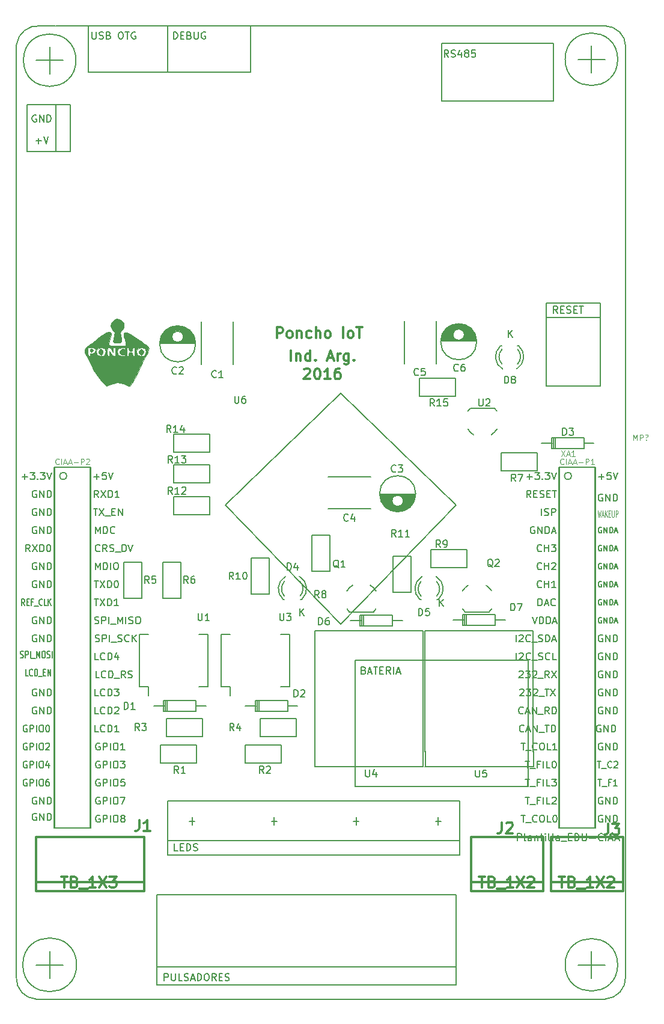
<source format=gbr>
G04 #@! TF.FileFunction,Legend,Top*
%FSLAX46Y46*%
G04 Gerber Fmt 4.6, Leading zero omitted, Abs format (unit mm)*
G04 Created by KiCad (PCBNEW 4.0.4-stable) date 12/03/16 12:25:19*
%MOMM*%
%LPD*%
G01*
G04 APERTURE LIST*
%ADD10C,0.100000*%
%ADD11C,0.300000*%
%ADD12C,0.150000*%
%ADD13C,0.304800*%
%ADD14C,0.120000*%
%ADD15C,0.200000*%
%ADD16C,0.170000*%
%ADD17C,0.175000*%
%ADD18C,0.180000*%
%ADD19C,0.190000*%
%ADD20C,0.125000*%
%ADD21C,0.203200*%
G04 APERTURE END LIST*
D10*
D11*
X126071429Y-76178571D02*
X126071429Y-74678571D01*
X126642857Y-74678571D01*
X126785715Y-74750000D01*
X126857143Y-74821429D01*
X126928572Y-74964286D01*
X126928572Y-75178571D01*
X126857143Y-75321429D01*
X126785715Y-75392857D01*
X126642857Y-75464286D01*
X126071429Y-75464286D01*
X127785715Y-76178571D02*
X127642857Y-76107143D01*
X127571429Y-76035714D01*
X127500000Y-75892857D01*
X127500000Y-75464286D01*
X127571429Y-75321429D01*
X127642857Y-75250000D01*
X127785715Y-75178571D01*
X128000000Y-75178571D01*
X128142857Y-75250000D01*
X128214286Y-75321429D01*
X128285715Y-75464286D01*
X128285715Y-75892857D01*
X128214286Y-76035714D01*
X128142857Y-76107143D01*
X128000000Y-76178571D01*
X127785715Y-76178571D01*
X128928572Y-75178571D02*
X128928572Y-76178571D01*
X128928572Y-75321429D02*
X129000000Y-75250000D01*
X129142858Y-75178571D01*
X129357143Y-75178571D01*
X129500000Y-75250000D01*
X129571429Y-75392857D01*
X129571429Y-76178571D01*
X130928572Y-76107143D02*
X130785715Y-76178571D01*
X130500001Y-76178571D01*
X130357143Y-76107143D01*
X130285715Y-76035714D01*
X130214286Y-75892857D01*
X130214286Y-75464286D01*
X130285715Y-75321429D01*
X130357143Y-75250000D01*
X130500001Y-75178571D01*
X130785715Y-75178571D01*
X130928572Y-75250000D01*
X131571429Y-76178571D02*
X131571429Y-74678571D01*
X132214286Y-76178571D02*
X132214286Y-75392857D01*
X132142857Y-75250000D01*
X132000000Y-75178571D01*
X131785715Y-75178571D01*
X131642857Y-75250000D01*
X131571429Y-75321429D01*
X133142858Y-76178571D02*
X133000000Y-76107143D01*
X132928572Y-76035714D01*
X132857143Y-75892857D01*
X132857143Y-75464286D01*
X132928572Y-75321429D01*
X133000000Y-75250000D01*
X133142858Y-75178571D01*
X133357143Y-75178571D01*
X133500000Y-75250000D01*
X133571429Y-75321429D01*
X133642858Y-75464286D01*
X133642858Y-75892857D01*
X133571429Y-76035714D01*
X133500000Y-76107143D01*
X133357143Y-76178571D01*
X133142858Y-76178571D01*
X135428572Y-76178571D02*
X135428572Y-74678571D01*
X136357144Y-76178571D02*
X136214286Y-76107143D01*
X136142858Y-76035714D01*
X136071429Y-75892857D01*
X136071429Y-75464286D01*
X136142858Y-75321429D01*
X136214286Y-75250000D01*
X136357144Y-75178571D01*
X136571429Y-75178571D01*
X136714286Y-75250000D01*
X136785715Y-75321429D01*
X136857144Y-75464286D01*
X136857144Y-75892857D01*
X136785715Y-76035714D01*
X136714286Y-76107143D01*
X136571429Y-76178571D01*
X136357144Y-76178571D01*
X137285715Y-74678571D02*
X138142858Y-74678571D01*
X137714287Y-76178571D02*
X137714287Y-74678571D01*
X128071429Y-79403571D02*
X128071429Y-77903571D01*
X128785715Y-78403571D02*
X128785715Y-79403571D01*
X128785715Y-78546429D02*
X128857143Y-78475000D01*
X129000001Y-78403571D01*
X129214286Y-78403571D01*
X129357143Y-78475000D01*
X129428572Y-78617857D01*
X129428572Y-79403571D01*
X130785715Y-79403571D02*
X130785715Y-77903571D01*
X130785715Y-79332143D02*
X130642858Y-79403571D01*
X130357144Y-79403571D01*
X130214286Y-79332143D01*
X130142858Y-79260714D01*
X130071429Y-79117857D01*
X130071429Y-78689286D01*
X130142858Y-78546429D01*
X130214286Y-78475000D01*
X130357144Y-78403571D01*
X130642858Y-78403571D01*
X130785715Y-78475000D01*
X131500001Y-79260714D02*
X131571429Y-79332143D01*
X131500001Y-79403571D01*
X131428572Y-79332143D01*
X131500001Y-79260714D01*
X131500001Y-79403571D01*
X133285715Y-78975000D02*
X134000001Y-78975000D01*
X133142858Y-79403571D02*
X133642858Y-77903571D01*
X134142858Y-79403571D01*
X134642858Y-79403571D02*
X134642858Y-78403571D01*
X134642858Y-78689286D02*
X134714286Y-78546429D01*
X134785715Y-78475000D01*
X134928572Y-78403571D01*
X135071429Y-78403571D01*
X136214286Y-78403571D02*
X136214286Y-79617857D01*
X136142857Y-79760714D01*
X136071429Y-79832143D01*
X135928572Y-79903571D01*
X135714286Y-79903571D01*
X135571429Y-79832143D01*
X136214286Y-79332143D02*
X136071429Y-79403571D01*
X135785715Y-79403571D01*
X135642857Y-79332143D01*
X135571429Y-79260714D01*
X135500000Y-79117857D01*
X135500000Y-78689286D01*
X135571429Y-78546429D01*
X135642857Y-78475000D01*
X135785715Y-78403571D01*
X136071429Y-78403571D01*
X136214286Y-78475000D01*
X136928572Y-79260714D02*
X137000000Y-79332143D01*
X136928572Y-79403571D01*
X136857143Y-79332143D01*
X136928572Y-79260714D01*
X136928572Y-79403571D01*
X129928572Y-80596429D02*
X130000001Y-80525000D01*
X130142858Y-80453571D01*
X130500001Y-80453571D01*
X130642858Y-80525000D01*
X130714287Y-80596429D01*
X130785715Y-80739286D01*
X130785715Y-80882143D01*
X130714287Y-81096429D01*
X129857144Y-81953571D01*
X130785715Y-81953571D01*
X131714286Y-80453571D02*
X131857143Y-80453571D01*
X132000000Y-80525000D01*
X132071429Y-80596429D01*
X132142858Y-80739286D01*
X132214286Y-81025000D01*
X132214286Y-81382143D01*
X132142858Y-81667857D01*
X132071429Y-81810714D01*
X132000000Y-81882143D01*
X131857143Y-81953571D01*
X131714286Y-81953571D01*
X131571429Y-81882143D01*
X131500000Y-81810714D01*
X131428572Y-81667857D01*
X131357143Y-81382143D01*
X131357143Y-81025000D01*
X131428572Y-80739286D01*
X131500000Y-80596429D01*
X131571429Y-80525000D01*
X131714286Y-80453571D01*
X133642857Y-81953571D02*
X132785714Y-81953571D01*
X133214286Y-81953571D02*
X133214286Y-80453571D01*
X133071429Y-80667857D01*
X132928571Y-80810714D01*
X132785714Y-80882143D01*
X134928571Y-80453571D02*
X134642857Y-80453571D01*
X134500000Y-80525000D01*
X134428571Y-80596429D01*
X134285714Y-80810714D01*
X134214285Y-81096429D01*
X134214285Y-81667857D01*
X134285714Y-81810714D01*
X134357142Y-81882143D01*
X134500000Y-81953571D01*
X134785714Y-81953571D01*
X134928571Y-81882143D01*
X135000000Y-81810714D01*
X135071428Y-81667857D01*
X135071428Y-81310714D01*
X135000000Y-81167857D01*
X134928571Y-81096429D01*
X134785714Y-81025000D01*
X134500000Y-81025000D01*
X134357142Y-81096429D01*
X134285714Y-81167857D01*
X134214285Y-81310714D01*
D12*
X94740001Y-95635001D02*
X94740001Y-94365001D01*
X94740001Y-94365001D02*
X99820001Y-94365001D01*
X99820001Y-94365001D02*
X99820001Y-145165001D01*
X99820001Y-145165001D02*
X94740001Y-145165001D01*
X94740001Y-145165001D02*
X94740001Y-95635001D01*
X165860001Y-145165001D02*
X165860001Y-94365001D01*
X170940001Y-145165001D02*
X170940001Y-94365001D01*
X170940001Y-145165001D02*
X165860001Y-145165001D01*
X170940001Y-94365001D02*
X165860001Y-94365001D01*
X162216000Y-134340000D02*
X162216000Y-136500000D01*
X146976000Y-134310000D02*
X146976000Y-136500000D01*
X146972000Y-134120000D02*
X146972000Y-117356000D01*
X146972000Y-117356000D02*
X162212000Y-117356000D01*
X162212000Y-117356000D02*
X162212000Y-134374000D01*
X162212000Y-136500000D02*
X146972000Y-136500000D01*
X146972000Y-134374000D02*
X146972000Y-134120000D01*
X131466000Y-134350000D02*
X131466000Y-136500000D01*
X146716000Y-134280000D02*
X146716000Y-136500000D01*
X131472000Y-134120000D02*
X131472000Y-117356000D01*
X131472000Y-117356000D02*
X146712000Y-117356000D01*
X146712000Y-117356000D02*
X146712000Y-134374000D01*
X146712000Y-136500000D02*
X131472000Y-136500000D01*
X131472000Y-134374000D02*
X131472000Y-134120000D01*
X142366520Y-115997460D02*
X143763520Y-115997460D01*
X137921520Y-115997460D02*
X136397520Y-115997460D01*
X138302520Y-115235460D02*
X138302520Y-116759460D01*
X138048520Y-115235460D02*
X138048520Y-116759460D01*
X137794520Y-115997460D02*
X137794520Y-116759460D01*
X137794520Y-116759460D02*
X142366520Y-116759460D01*
X142366520Y-116759460D02*
X142366520Y-115235460D01*
X142366520Y-115235460D02*
X137794520Y-115235460D01*
X137794520Y-115235460D02*
X137794520Y-115997460D01*
X169366000Y-91000000D02*
X170763000Y-91000000D01*
X164921000Y-91000000D02*
X163397000Y-91000000D01*
X165302000Y-90238000D02*
X165302000Y-91762000D01*
X165048000Y-90238000D02*
X165048000Y-91762000D01*
X164794000Y-91000000D02*
X164794000Y-91762000D01*
X164794000Y-91762000D02*
X169366000Y-91762000D01*
X169366000Y-91762000D02*
X169366000Y-90238000D01*
X169366000Y-90238000D02*
X164794000Y-90238000D01*
X164794000Y-90238000D02*
X164794000Y-91000000D01*
X115450000Y-79900000D02*
X115450000Y-73900000D01*
X119950000Y-73900000D02*
X119950000Y-79900000D01*
X109601000Y-76925000D02*
X114599000Y-76925000D01*
X109609000Y-76785000D02*
X111946000Y-76785000D01*
X112254000Y-76785000D02*
X114591000Y-76785000D01*
X109625000Y-76645000D02*
X111627000Y-76645000D01*
X112573000Y-76645000D02*
X114575000Y-76645000D01*
X109649000Y-76505000D02*
X111480000Y-76505000D01*
X112720000Y-76505000D02*
X114551000Y-76505000D01*
X109682000Y-76365000D02*
X111388000Y-76365000D01*
X112812000Y-76365000D02*
X114518000Y-76365000D01*
X109723000Y-76225000D02*
X111332000Y-76225000D01*
X112868000Y-76225000D02*
X114477000Y-76225000D01*
X109773000Y-76085000D02*
X111305000Y-76085000D01*
X112895000Y-76085000D02*
X114427000Y-76085000D01*
X109834000Y-75945000D02*
X111302000Y-75945000D01*
X112898000Y-75945000D02*
X114366000Y-75945000D01*
X109904000Y-75805000D02*
X111324000Y-75805000D01*
X112876000Y-75805000D02*
X114296000Y-75805000D01*
X109986000Y-75665000D02*
X111374000Y-75665000D01*
X112826000Y-75665000D02*
X114214000Y-75665000D01*
X110081000Y-75525000D02*
X111456000Y-75525000D01*
X112744000Y-75525000D02*
X114119000Y-75525000D01*
X110192000Y-75385000D02*
X111588000Y-75385000D01*
X112612000Y-75385000D02*
X114008000Y-75385000D01*
X110320000Y-75245000D02*
X111835000Y-75245000D01*
X112365000Y-75245000D02*
X113880000Y-75245000D01*
X110469000Y-75105000D02*
X113731000Y-75105000D01*
X110648000Y-74965000D02*
X113552000Y-74965000D01*
X110867000Y-74825000D02*
X113333000Y-74825000D01*
X111156000Y-74685000D02*
X113044000Y-74685000D01*
X111628000Y-74545000D02*
X112572000Y-74545000D01*
X112900000Y-76000000D02*
G75*
G03X112900000Y-76000000I-800000J0D01*
G01*
X114637500Y-77000000D02*
G75*
G03X114637500Y-77000000I-2537500J0D01*
G01*
X145599000Y-98175000D02*
X140601000Y-98175000D01*
X145591000Y-98315000D02*
X143254000Y-98315000D01*
X142946000Y-98315000D02*
X140609000Y-98315000D01*
X145575000Y-98455000D02*
X143573000Y-98455000D01*
X142627000Y-98455000D02*
X140625000Y-98455000D01*
X145551000Y-98595000D02*
X143720000Y-98595000D01*
X142480000Y-98595000D02*
X140649000Y-98595000D01*
X145518000Y-98735000D02*
X143812000Y-98735000D01*
X142388000Y-98735000D02*
X140682000Y-98735000D01*
X145477000Y-98875000D02*
X143868000Y-98875000D01*
X142332000Y-98875000D02*
X140723000Y-98875000D01*
X145427000Y-99015000D02*
X143895000Y-99015000D01*
X142305000Y-99015000D02*
X140773000Y-99015000D01*
X145366000Y-99155000D02*
X143898000Y-99155000D01*
X142302000Y-99155000D02*
X140834000Y-99155000D01*
X145296000Y-99295000D02*
X143876000Y-99295000D01*
X142324000Y-99295000D02*
X140904000Y-99295000D01*
X145214000Y-99435000D02*
X143826000Y-99435000D01*
X142374000Y-99435000D02*
X140986000Y-99435000D01*
X145119000Y-99575000D02*
X143744000Y-99575000D01*
X142456000Y-99575000D02*
X141081000Y-99575000D01*
X145008000Y-99715000D02*
X143612000Y-99715000D01*
X142588000Y-99715000D02*
X141192000Y-99715000D01*
X144880000Y-99855000D02*
X143365000Y-99855000D01*
X142835000Y-99855000D02*
X141320000Y-99855000D01*
X144731000Y-99995000D02*
X141469000Y-99995000D01*
X144552000Y-100135000D02*
X141648000Y-100135000D01*
X144333000Y-100275000D02*
X141867000Y-100275000D01*
X144044000Y-100415000D02*
X142156000Y-100415000D01*
X143572000Y-100555000D02*
X142628000Y-100555000D01*
X143900000Y-99100000D02*
G75*
G03X143900000Y-99100000I-800000J0D01*
G01*
X145637500Y-98100000D02*
G75*
G03X145637500Y-98100000I-2537500J0D01*
G01*
X139300000Y-100250000D02*
X133300000Y-100250000D01*
X133300000Y-95750000D02*
X139300000Y-95750000D01*
X144050000Y-79800000D02*
X144050000Y-73800000D01*
X148550000Y-73800000D02*
X148550000Y-79800000D01*
X149201000Y-76625000D02*
X154199000Y-76625000D01*
X149209000Y-76485000D02*
X151546000Y-76485000D01*
X151854000Y-76485000D02*
X154191000Y-76485000D01*
X149225000Y-76345000D02*
X151227000Y-76345000D01*
X152173000Y-76345000D02*
X154175000Y-76345000D01*
X149249000Y-76205000D02*
X151080000Y-76205000D01*
X152320000Y-76205000D02*
X154151000Y-76205000D01*
X149282000Y-76065000D02*
X150988000Y-76065000D01*
X152412000Y-76065000D02*
X154118000Y-76065000D01*
X149323000Y-75925000D02*
X150932000Y-75925000D01*
X152468000Y-75925000D02*
X154077000Y-75925000D01*
X149373000Y-75785000D02*
X150905000Y-75785000D01*
X152495000Y-75785000D02*
X154027000Y-75785000D01*
X149434000Y-75645000D02*
X150902000Y-75645000D01*
X152498000Y-75645000D02*
X153966000Y-75645000D01*
X149504000Y-75505000D02*
X150924000Y-75505000D01*
X152476000Y-75505000D02*
X153896000Y-75505000D01*
X149586000Y-75365000D02*
X150974000Y-75365000D01*
X152426000Y-75365000D02*
X153814000Y-75365000D01*
X149681000Y-75225000D02*
X151056000Y-75225000D01*
X152344000Y-75225000D02*
X153719000Y-75225000D01*
X149792000Y-75085000D02*
X151188000Y-75085000D01*
X152212000Y-75085000D02*
X153608000Y-75085000D01*
X149920000Y-74945000D02*
X151435000Y-74945000D01*
X151965000Y-74945000D02*
X153480000Y-74945000D01*
X150069000Y-74805000D02*
X153331000Y-74805000D01*
X150248000Y-74665000D02*
X153152000Y-74665000D01*
X150467000Y-74525000D02*
X152933000Y-74525000D01*
X150756000Y-74385000D02*
X152644000Y-74385000D01*
X151228000Y-74245000D02*
X152172000Y-74245000D01*
X152500000Y-75700000D02*
G75*
G03X152500000Y-75700000I-800000J0D01*
G01*
X154237500Y-76700000D02*
G75*
G03X154237500Y-76700000I-2537500J0D01*
G01*
X114706000Y-128000000D02*
X116103000Y-128000000D01*
X110261000Y-128000000D02*
X108737000Y-128000000D01*
X110642000Y-127238000D02*
X110642000Y-128762000D01*
X110388000Y-127238000D02*
X110388000Y-128762000D01*
X110134000Y-128000000D02*
X110134000Y-128762000D01*
X110134000Y-128762000D02*
X114706000Y-128762000D01*
X114706000Y-128762000D02*
X114706000Y-127238000D01*
X114706000Y-127238000D02*
X110134000Y-127238000D01*
X110134000Y-127238000D02*
X110134000Y-128000000D01*
X127616000Y-128000000D02*
X129013000Y-128000000D01*
X123171000Y-128000000D02*
X121647000Y-128000000D01*
X123552000Y-127238000D02*
X123552000Y-128762000D01*
X123298000Y-127238000D02*
X123298000Y-128762000D01*
X123044000Y-128000000D02*
X123044000Y-128762000D01*
X123044000Y-128762000D02*
X127616000Y-128762000D01*
X127616000Y-128762000D02*
X127616000Y-127238000D01*
X127616000Y-127238000D02*
X123044000Y-127238000D01*
X123044000Y-127238000D02*
X123044000Y-128000000D01*
X129564000Y-112989000D02*
X129364000Y-112989000D01*
X126970000Y-112989000D02*
X127150000Y-112989000D01*
X127280357Y-109761256D02*
G75*
G03X126964000Y-112989000I1003643J-1727744D01*
G01*
X127150932Y-110436994D02*
G75*
G03X127150000Y-112540000I1133068J-1052006D01*
G01*
X129590726Y-112976220D02*
G75*
G03X129244000Y-109739000I-1306726J1497220D01*
G01*
X129363253Y-112502889D02*
G75*
G03X129344000Y-110455000I-1079253J1013889D01*
G01*
X148814000Y-112989000D02*
X148614000Y-112989000D01*
X146220000Y-112989000D02*
X146400000Y-112989000D01*
X146530357Y-109761256D02*
G75*
G03X146214000Y-112989000I1003643J-1727744D01*
G01*
X146400932Y-110436994D02*
G75*
G03X146400000Y-112540000I1133068J-1052006D01*
G01*
X148840726Y-112976220D02*
G75*
G03X148494000Y-109739000I-1306726J1497220D01*
G01*
X148613253Y-112502889D02*
G75*
G03X148594000Y-110455000I-1079253J1013889D01*
G01*
X156866000Y-115897460D02*
X158263000Y-115897460D01*
X152421000Y-115897460D02*
X150897000Y-115897460D01*
X152802000Y-115135460D02*
X152802000Y-116659460D01*
X152548000Y-115135460D02*
X152548000Y-116659460D01*
X152294000Y-115897460D02*
X152294000Y-116659460D01*
X152294000Y-116659460D02*
X156866000Y-116659460D01*
X156866000Y-116659460D02*
X156866000Y-115135460D01*
X156866000Y-115135460D02*
X152294000Y-115135460D01*
X152294000Y-115135460D02*
X152294000Y-115897460D01*
X157586000Y-77301000D02*
X157786000Y-77301000D01*
X160180000Y-77301000D02*
X160000000Y-77301000D01*
X159869643Y-80528744D02*
G75*
G03X160186000Y-77301000I-1003643J1727744D01*
G01*
X159999068Y-79853006D02*
G75*
G03X160000000Y-77750000I-1133068J1052006D01*
G01*
X157559274Y-77313780D02*
G75*
G03X157906000Y-80551000I1306726J-1497220D01*
G01*
X157786747Y-77787111D02*
G75*
G03X157806000Y-79835000I1079253J-1013889D01*
G01*
D13*
X92130000Y-154060000D02*
X92130000Y-146440000D01*
X107370000Y-154060000D02*
X107370000Y-146440000D01*
X92130000Y-152790000D02*
X107370000Y-152790000D01*
X92130000Y-146440000D02*
X107370000Y-146440000D01*
X92130000Y-154060000D02*
X107370000Y-154060000D01*
X163580000Y-152790000D02*
X153420000Y-152790000D01*
X163580000Y-154060000D02*
X163580000Y-146440000D01*
X163580000Y-146440000D02*
X153420000Y-146440000D01*
X153420000Y-146440000D02*
X153420000Y-154060000D01*
X153420000Y-154060000D02*
X163580000Y-154060000D01*
X174830000Y-152790000D02*
X164670000Y-152790000D01*
X174830000Y-154060000D02*
X174830000Y-146440000D01*
X174830000Y-146440000D02*
X164670000Y-146440000D01*
X164670000Y-146440000D02*
X164670000Y-154060000D01*
X164670000Y-154060000D02*
X174830000Y-154060000D01*
D12*
X114730000Y-136020000D02*
X109650000Y-136020000D01*
X109650000Y-136020000D02*
X109650000Y-133480000D01*
X109650000Y-133480000D02*
X114730000Y-133480000D01*
X114730000Y-133480000D02*
X114730000Y-136020000D01*
X121650000Y-133480000D02*
X126730000Y-133480000D01*
X126730000Y-133480000D02*
X126730000Y-136020000D01*
X126730000Y-136020000D02*
X121650000Y-136020000D01*
X121650000Y-136020000D02*
X121650000Y-133480000D01*
X110520000Y-129730000D02*
X115600000Y-129730000D01*
X115600000Y-129730000D02*
X115600000Y-132270000D01*
X115600000Y-132270000D02*
X110520000Y-132270000D01*
X110520000Y-132270000D02*
X110520000Y-129730000D01*
X123770000Y-129730000D02*
X128850000Y-129730000D01*
X128850000Y-129730000D02*
X128850000Y-132270000D01*
X128850000Y-132270000D02*
X123770000Y-132270000D01*
X123770000Y-132270000D02*
X123770000Y-129730000D01*
X107020000Y-107770000D02*
X107020000Y-112850000D01*
X107020000Y-112850000D02*
X104480000Y-112850000D01*
X104480000Y-112850000D02*
X104480000Y-107770000D01*
X104480000Y-107770000D02*
X107020000Y-107770000D01*
X112520000Y-107770000D02*
X112520000Y-112850000D01*
X112520000Y-112850000D02*
X109980000Y-112850000D01*
X109980000Y-112850000D02*
X109980000Y-107770000D01*
X109980000Y-107770000D02*
X112520000Y-107770000D01*
X162730000Y-94870000D02*
X157650000Y-94870000D01*
X157650000Y-94870000D02*
X157650000Y-92330000D01*
X157650000Y-92330000D02*
X162730000Y-92330000D01*
X162730000Y-92330000D02*
X162730000Y-94870000D01*
X130980000Y-108980000D02*
X130980000Y-103900000D01*
X130980000Y-103900000D02*
X133520000Y-103900000D01*
X133520000Y-103900000D02*
X133520000Y-108980000D01*
X133520000Y-108980000D02*
X130980000Y-108980000D01*
X152850000Y-108520000D02*
X147770000Y-108520000D01*
X147770000Y-108520000D02*
X147770000Y-105980000D01*
X147770000Y-105980000D02*
X152850000Y-105980000D01*
X152850000Y-105980000D02*
X152850000Y-108520000D01*
X122480000Y-112230000D02*
X122480000Y-107150000D01*
X122480000Y-107150000D02*
X125020000Y-107150000D01*
X125020000Y-107150000D02*
X125020000Y-112230000D01*
X125020000Y-112230000D02*
X122480000Y-112230000D01*
X142480000Y-111980000D02*
X142480000Y-106900000D01*
X142480000Y-106900000D02*
X145020000Y-106900000D01*
X145020000Y-106900000D02*
X145020000Y-111980000D01*
X145020000Y-111980000D02*
X142480000Y-111980000D01*
X111570000Y-98480000D02*
X116650000Y-98480000D01*
X116650000Y-98480000D02*
X116650000Y-101020000D01*
X116650000Y-101020000D02*
X111570000Y-101020000D01*
X111570000Y-101020000D02*
X111570000Y-98480000D01*
X111570000Y-94030000D02*
X116650000Y-94030000D01*
X116650000Y-94030000D02*
X116650000Y-96570000D01*
X116650000Y-96570000D02*
X111570000Y-96570000D01*
X111570000Y-96570000D02*
X111570000Y-94030000D01*
X111550000Y-89730000D02*
X116630000Y-89730000D01*
X116630000Y-89730000D02*
X116630000Y-92270000D01*
X116630000Y-92270000D02*
X111550000Y-92270000D01*
X111550000Y-92270000D02*
X111550000Y-89730000D01*
X151230000Y-84370000D02*
X146150000Y-84370000D01*
X146150000Y-84370000D02*
X146150000Y-81830000D01*
X146150000Y-81830000D02*
X151230000Y-81830000D01*
X151230000Y-81830000D02*
X151230000Y-84370000D01*
X106705000Y-125235000D02*
X107975000Y-125235000D01*
X106705000Y-117885000D02*
X107975000Y-117885000D01*
X116375000Y-117885000D02*
X115105000Y-117885000D01*
X116375000Y-125235000D02*
X115105000Y-125235000D01*
X106705000Y-125235000D02*
X106705000Y-117885000D01*
X116375000Y-125235000D02*
X116375000Y-117885000D01*
X107975000Y-125235000D02*
X107975000Y-126520000D01*
X156289999Y-89800000D02*
G75*
G03X157090000Y-89000000I-1249999J2050000D01*
G01*
X153790001Y-89800000D02*
G75*
G02X152990000Y-89000000I1249999J2050000D01*
G01*
X157078726Y-86475797D02*
G75*
G03X156740000Y-86050000I-2038726J-1274203D01*
G01*
X153001274Y-86475797D02*
G75*
G02X153340000Y-86050000I2038726J-1274203D01*
G01*
X156740000Y-86050000D02*
X153340000Y-86050000D01*
X118205000Y-125235000D02*
X119475000Y-125235000D01*
X118205000Y-117885000D02*
X119475000Y-117885000D01*
X127875000Y-117885000D02*
X126605000Y-117885000D01*
X127875000Y-125235000D02*
X126605000Y-125235000D01*
X118205000Y-125235000D02*
X118205000Y-117885000D01*
X127875000Y-125235000D02*
X127875000Y-117885000D01*
X119475000Y-125235000D02*
X119475000Y-126520000D01*
X136750001Y-110990000D02*
G75*
G03X135950000Y-111790000I1249999J-2050000D01*
G01*
X139249999Y-110990000D02*
G75*
G02X140050000Y-111790000I-1249999J-2050000D01*
G01*
X135961274Y-114314203D02*
G75*
G03X136300000Y-114740000I2038726J1274203D01*
G01*
X140038726Y-114314203D02*
G75*
G02X139700000Y-114740000I-2038726J1274203D01*
G01*
X136300000Y-114740000D02*
X139700000Y-114740000D01*
X153040001Y-110990000D02*
G75*
G03X152240000Y-111790000I1249999J-2050000D01*
G01*
X155539999Y-110990000D02*
G75*
G02X156340000Y-111790000I-1249999J-2050000D01*
G01*
X152251274Y-114314203D02*
G75*
G03X152590000Y-114740000I2038726J1274203D01*
G01*
X156328726Y-114314203D02*
G75*
G02X155990000Y-114740000I-2038726J1274203D01*
G01*
X152590000Y-114740000D02*
X155990000Y-114740000D01*
X96488000Y-95600000D02*
G75*
G03X96488000Y-95600000I-508000J0D01*
G01*
X137001000Y-144241000D02*
X136874000Y-144241000D01*
X137255000Y-144241000D02*
X137001000Y-144241000D01*
X137255000Y-144241000D02*
X137636000Y-144241000D01*
X137255000Y-144241000D02*
X137255000Y-144749000D01*
X137255000Y-144241000D02*
X137255000Y-143606000D01*
X114141000Y-143733000D02*
X114141000Y-143606000D01*
X114141000Y-144241000D02*
X113760000Y-144241000D01*
X114141000Y-144241000D02*
X114522000Y-144241000D01*
X114141000Y-144241000D02*
X114141000Y-144749000D01*
X114141000Y-144241000D02*
X114141000Y-143733000D01*
X125444000Y-144241000D02*
X125317000Y-144241000D01*
X125698000Y-144241000D02*
X125444000Y-144241000D01*
X125698000Y-144241000D02*
X126079000Y-144241000D01*
X125698000Y-144241000D02*
X125698000Y-144749000D01*
X125698000Y-144241000D02*
X125698000Y-143606000D01*
X148812000Y-144241000D02*
X148431000Y-144241000D01*
X148812000Y-144241000D02*
X149193000Y-144241000D01*
X148812000Y-144241000D02*
X148812000Y-144749000D01*
X148812000Y-144241000D02*
X148812000Y-143606000D01*
X94075000Y-164434000D02*
X92170000Y-164434000D01*
X94075000Y-164434000D02*
X95980000Y-164434000D01*
X94075000Y-164434000D02*
X94075000Y-166339000D01*
X94075000Y-164434000D02*
X94075000Y-162529000D01*
X97863774Y-164434000D02*
G75*
G03X97863774Y-164434000I-3788774J0D01*
G01*
X174100296Y-164434000D02*
G75*
G03X174100296Y-164434000I-3698296J0D01*
G01*
X170402000Y-164434000D02*
X172307000Y-164434000D01*
X170402000Y-164434000D02*
X168497000Y-164434000D01*
X170402000Y-164434000D02*
X170402000Y-166339000D01*
X170402000Y-164434000D02*
X170402000Y-162529000D01*
X170402000Y-36926000D02*
X168497000Y-36926000D01*
X170402000Y-36926000D02*
X172307000Y-36926000D01*
X170402000Y-36926000D02*
X170402000Y-38831000D01*
X170402000Y-36926000D02*
X170402000Y-35021000D01*
X174104654Y-36926000D02*
G75*
G03X174104654Y-36926000I-3702654J0D01*
G01*
X97773296Y-37053000D02*
G75*
G03X97773296Y-37053000I-3698296J0D01*
G01*
X94075000Y-37053000D02*
X92170000Y-37053000D01*
X94075000Y-37053000D02*
X95980000Y-37053000D01*
X94075000Y-37053000D02*
X94075000Y-38958000D01*
X94075000Y-37053000D02*
X94075000Y-35148000D01*
X167608000Y-95600000D02*
G75*
G03X167608000Y-95600000I-508000J0D01*
G01*
X94964000Y-49880000D02*
X96996000Y-49880000D01*
X96996000Y-49880000D02*
X96996000Y-43276000D01*
X96996000Y-43276000D02*
X94964000Y-43276000D01*
X90900000Y-49880000D02*
X94964000Y-49880000D01*
X94964000Y-49880000D02*
X94964000Y-43276000D01*
X94964000Y-43276000D02*
X90900000Y-43276000D01*
X90900000Y-43276000D02*
X90900000Y-49880000D01*
X110712000Y-38704000D02*
X110712000Y-32100000D01*
X122396000Y-32608000D02*
X122396000Y-32100000D01*
X99536000Y-38704000D02*
X99536000Y-32608000D01*
X99536000Y-32608000D02*
X99536000Y-32100000D01*
X122396000Y-32608000D02*
X122396000Y-38704000D01*
X122396000Y-38704000D02*
X107664000Y-38704000D01*
X99536000Y-38704000D02*
X107664000Y-38704000D01*
X149320000Y-42768000D02*
X165068000Y-42768000D01*
X165068000Y-42768000D02*
X165068000Y-34640000D01*
X165068000Y-34640000D02*
X149320000Y-34640000D01*
X149320000Y-34640000D02*
X149320000Y-42768000D01*
X135096000Y-116428000D02*
X118840000Y-99664000D01*
X118840000Y-99664000D02*
X135096000Y-83916000D01*
X135096000Y-83916000D02*
X151352000Y-99664000D01*
X151352000Y-99664000D02*
X135096000Y-116428000D01*
X109188000Y-167228000D02*
X109188000Y-164688000D01*
X109188000Y-167228000D02*
X151352000Y-167228000D01*
X151352000Y-167228000D02*
X151352000Y-164688000D01*
X109188000Y-164688000D02*
X151352000Y-164688000D01*
X110712000Y-148940000D02*
X110712000Y-146908000D01*
X110712000Y-148940000D02*
X151860000Y-148940000D01*
X151860000Y-148940000D02*
X151860000Y-146908000D01*
X171672000Y-73248000D02*
X164052000Y-73248000D01*
X164052000Y-82900000D02*
X171672000Y-82900000D01*
X171672000Y-82900000D02*
X171672000Y-71216000D01*
X171672000Y-71216000D02*
X164052000Y-71216000D01*
X164052000Y-71216000D02*
X164052000Y-82900000D01*
X137128000Y-139288000D02*
X161512000Y-139288000D01*
X161512000Y-139288000D02*
X161512000Y-121508000D01*
X161512000Y-121508000D02*
X137128000Y-121508000D01*
X137128000Y-121508000D02*
X137128000Y-139288000D01*
X110712000Y-146908000D02*
X151860000Y-146908000D01*
X151860000Y-146908000D02*
X151860000Y-141320000D01*
X151860000Y-141320000D02*
X110712000Y-141320000D01*
X110712000Y-141320000D02*
X110712000Y-146908000D01*
X151352000Y-165196000D02*
X151352000Y-154528000D01*
X151352000Y-154528000D02*
X109188000Y-154528000D01*
X109188000Y-154528000D02*
X109188000Y-165196000D01*
X89376000Y-144876000D02*
X89376000Y-94330000D01*
X89376000Y-166212000D02*
G75*
G03X92170000Y-169260000I2921000J-127000D01*
G01*
X172307000Y-169260000D02*
G75*
G03X175228000Y-166085000I-127000J3048000D01*
G01*
X175228000Y-35148000D02*
G75*
G03X172307000Y-32227000I-2921000J0D01*
G01*
X89376000Y-34894000D02*
X89376000Y-38831000D01*
X94837000Y-32227000D02*
X92805000Y-32227000D01*
X92805000Y-32227000D02*
G75*
G03X89376000Y-34894000I-381000J-3048000D01*
G01*
X172561000Y-32227000D02*
X171926000Y-32227000D01*
X175228000Y-35021000D02*
X175228000Y-34894000D01*
X175228000Y-34894000D02*
X175228000Y-35148000D01*
X171037000Y-32227000D02*
X171926000Y-32227000D01*
X167100000Y-32227000D02*
X171037000Y-32227000D01*
X175228000Y-37307000D02*
X175228000Y-35021000D01*
X167100000Y-32227000D02*
X158464000Y-32227000D01*
X158464000Y-32227000D02*
X94964000Y-32227000D01*
X89376000Y-94330000D02*
X89376000Y-38831000D01*
X175228000Y-94330000D02*
X175228000Y-85440000D01*
X175228000Y-85440000D02*
X175228000Y-68168000D01*
X175228000Y-68168000D02*
X175228000Y-47340000D01*
X175228000Y-47340000D02*
X175228000Y-40101000D01*
X175228000Y-40101000D02*
X175228000Y-37307000D01*
X89376000Y-166212000D02*
X89376000Y-165704000D01*
X92678000Y-169260000D02*
X92170000Y-169260000D01*
X94075000Y-169260000D02*
X92678000Y-169260000D01*
X89376000Y-162656000D02*
X89376000Y-165704000D01*
X170402000Y-169260000D02*
X172307000Y-169260000D01*
X175228000Y-162402000D02*
X175228000Y-166085000D01*
X175228000Y-145003000D02*
X175228000Y-162402000D01*
X89376000Y-145003000D02*
X89376000Y-162656000D01*
X170402000Y-169260000D02*
X94075000Y-169260000D01*
X175228000Y-95600000D02*
X175228000Y-94330000D01*
X175228000Y-95600000D02*
X175228000Y-145130000D01*
X94710000Y-95600000D02*
X94710000Y-94330000D01*
X94710000Y-94330000D02*
X99790000Y-94330000D01*
X99790000Y-94330000D02*
X99790000Y-145130000D01*
X99790000Y-145130000D02*
X94710000Y-145130000D01*
X94710000Y-145130000D02*
X94710000Y-95600000D01*
X165830000Y-145130000D02*
X165830000Y-94330000D01*
X170910000Y-145130000D02*
X170910000Y-94330000D01*
X170910000Y-145130000D02*
X165830000Y-145130000D01*
X170910000Y-94330000D02*
X165830000Y-94330000D01*
D10*
G36*
X108035714Y-77622979D02*
X107998746Y-77829891D01*
X107905012Y-78114800D01*
X107780272Y-78412897D01*
X107650281Y-78659374D01*
X107623376Y-78697413D01*
X107623376Y-78126299D01*
X107558326Y-77813062D01*
X107369112Y-77605622D01*
X107064639Y-77512329D01*
X106963636Y-77507792D01*
X106629516Y-77568777D01*
X106408248Y-77746165D01*
X106308734Y-78031608D01*
X106303896Y-78126299D01*
X106368946Y-78439536D01*
X106558159Y-78646975D01*
X106862633Y-78740269D01*
X106963636Y-78744805D01*
X107297606Y-78686492D01*
X107458441Y-78579870D01*
X107592315Y-78342030D01*
X107623376Y-78126299D01*
X107623376Y-78697413D01*
X107589856Y-78744805D01*
X107513749Y-78871925D01*
X107395220Y-79111365D01*
X107253792Y-79422585D01*
X107172876Y-79610714D01*
X106921635Y-80179272D01*
X106649718Y-80746808D01*
X106369494Y-81291693D01*
X106093334Y-81792296D01*
X106056493Y-81853955D01*
X106056493Y-78126299D01*
X106052598Y-77810064D01*
X106034834Y-77624516D01*
X105994089Y-77535476D01*
X105921247Y-77508762D01*
X105891558Y-77507792D01*
X105770831Y-77546671D01*
X105728325Y-77691331D01*
X105726623Y-77755195D01*
X105706189Y-77930430D01*
X105609798Y-77995018D01*
X105479220Y-78002598D01*
X105303985Y-77982163D01*
X105239397Y-77885773D01*
X105231818Y-77755195D01*
X105205898Y-77574104D01*
X105109459Y-77510345D01*
X105066883Y-77507792D01*
X104982553Y-77522401D01*
X104933074Y-77589012D01*
X104909330Y-77741807D01*
X104902206Y-78014964D01*
X104901948Y-78126299D01*
X104905843Y-78442533D01*
X104923606Y-78628081D01*
X104964351Y-78717122D01*
X105037193Y-78743835D01*
X105066883Y-78744805D01*
X105180559Y-78712518D01*
X105226426Y-78586472D01*
X105231818Y-78456169D01*
X105245609Y-78262245D01*
X105315564Y-78182706D01*
X105479220Y-78167533D01*
X105645441Y-78183623D01*
X105713617Y-78265237D01*
X105726623Y-78456169D01*
X105745073Y-78655103D01*
X105817099Y-78735370D01*
X105891558Y-78744805D01*
X105975887Y-78730197D01*
X106025367Y-78663586D01*
X106049111Y-78510791D01*
X106056234Y-78237634D01*
X106056493Y-78126299D01*
X106056493Y-81853955D01*
X105833610Y-82226986D01*
X105602692Y-82574132D01*
X105412952Y-82812103D01*
X105281691Y-82917512D01*
X105160102Y-82904002D01*
X104938445Y-82830892D01*
X104663465Y-82713746D01*
X104654545Y-82709546D01*
X104654545Y-78611490D01*
X104610706Y-78518405D01*
X104456623Y-78516159D01*
X104438776Y-78519422D01*
X104217011Y-78493945D01*
X104023128Y-78365310D01*
X103917755Y-78178790D01*
X103912337Y-78126299D01*
X103984303Y-77931398D01*
X104158393Y-77777991D01*
X104371896Y-77713309D01*
X104449632Y-77721645D01*
X104605982Y-77734616D01*
X104654279Y-77652533D01*
X104654545Y-77640434D01*
X104614247Y-77554720D01*
X104470303Y-77514936D01*
X104283441Y-77507792D01*
X103929195Y-77562653D01*
X103698088Y-77726882D01*
X103590717Y-77999956D01*
X103582467Y-78126299D01*
X103644642Y-78438869D01*
X103830769Y-78642787D01*
X104140252Y-78737526D01*
X104283441Y-78744805D01*
X104522962Y-78730515D01*
X104634243Y-78679291D01*
X104654545Y-78611490D01*
X104654545Y-82709546D01*
X104648315Y-82706614D01*
X104092041Y-82506938D01*
X103561238Y-82457886D01*
X103335065Y-82499843D01*
X103335065Y-78126299D01*
X103331169Y-77810064D01*
X103313406Y-77624516D01*
X103272661Y-77535476D01*
X103199819Y-77508762D01*
X103170129Y-77507792D01*
X103064651Y-77533769D01*
X103016125Y-77640106D01*
X103004414Y-77858279D01*
X103003634Y-78208766D01*
X102793571Y-77858279D01*
X102625995Y-77624431D01*
X102470269Y-77520267D01*
X102382014Y-77507792D01*
X102279505Y-77516063D01*
X102219414Y-77564024D01*
X102190429Y-77686397D01*
X102181238Y-77917906D01*
X102180519Y-78126299D01*
X102184415Y-78442533D01*
X102202178Y-78628081D01*
X102242923Y-78717122D01*
X102315765Y-78743835D01*
X102345454Y-78744805D01*
X102450932Y-78718829D01*
X102499459Y-78612492D01*
X102511169Y-78394318D01*
X102511950Y-78043831D01*
X102722012Y-78394318D01*
X102889588Y-78628167D01*
X103045315Y-78732330D01*
X103133570Y-78744805D01*
X103236078Y-78736535D01*
X103296169Y-78688574D01*
X103325154Y-78566200D01*
X103334345Y-78334692D01*
X103335065Y-78126299D01*
X103335065Y-82499843D01*
X103017590Y-82558738D01*
X102716558Y-82670415D01*
X102440534Y-82785832D01*
X102214037Y-82876797D01*
X102098052Y-82919513D01*
X101981124Y-82875399D01*
X101933116Y-82834033D01*
X101933116Y-78126299D01*
X101868066Y-77813062D01*
X101678853Y-77605622D01*
X101374380Y-77512329D01*
X101273376Y-77507792D01*
X100939257Y-77568777D01*
X100717988Y-77746165D01*
X100618475Y-78031608D01*
X100613636Y-78126299D01*
X100678686Y-78439536D01*
X100867900Y-78646975D01*
X101172373Y-78740269D01*
X101273376Y-78744805D01*
X101607347Y-78686492D01*
X101768181Y-78579870D01*
X101902055Y-78342030D01*
X101933116Y-78126299D01*
X101933116Y-82834033D01*
X101782824Y-82704536D01*
X101514180Y-82416799D01*
X101438311Y-82328924D01*
X101130139Y-81957270D01*
X100867799Y-81613429D01*
X100629659Y-81263116D01*
X100531168Y-81099614D01*
X100531168Y-77920130D01*
X100492515Y-77704020D01*
X100359854Y-77574720D01*
X100108131Y-77515961D01*
X99896168Y-77507792D01*
X99459090Y-77507792D01*
X99459090Y-78126299D01*
X99462986Y-78442533D01*
X99480749Y-78628081D01*
X99521494Y-78717122D01*
X99594336Y-78743835D01*
X99624026Y-78744805D01*
X99753361Y-78696485D01*
X99788961Y-78538637D01*
X99812327Y-78396227D01*
X99915269Y-78340232D01*
X100061103Y-78332468D01*
X100339350Y-78284793D01*
X100491932Y-78135235D01*
X100531168Y-77920130D01*
X100531168Y-81099614D01*
X100394084Y-80872046D01*
X100139442Y-80405935D01*
X99844100Y-79830499D01*
X99775195Y-79693182D01*
X99572554Y-79290996D01*
X99392532Y-78938910D01*
X99249373Y-78664385D01*
X99157322Y-78494880D01*
X99133488Y-78456169D01*
X99020287Y-78188262D01*
X99029598Y-77881701D01*
X99107920Y-77687928D01*
X99288246Y-77455761D01*
X99529229Y-77222825D01*
X99770117Y-77044418D01*
X99871428Y-76992986D01*
X99984414Y-76921742D01*
X100189280Y-76768489D01*
X100452796Y-76558692D01*
X100638847Y-76404858D01*
X101021606Y-76098273D01*
X101406040Y-75815849D01*
X101764115Y-75575844D01*
X102067798Y-75396518D01*
X102289055Y-75296129D01*
X102364077Y-75281169D01*
X102507245Y-75338013D01*
X102631204Y-75442915D01*
X102701177Y-75531911D01*
X102731535Y-75628628D01*
X102720852Y-75773694D01*
X102667698Y-76007739D01*
X102602752Y-76252589D01*
X102497923Y-76635459D01*
X102436300Y-76907087D01*
X102437106Y-77086449D01*
X102519564Y-77192520D01*
X102702895Y-77244274D01*
X103006322Y-77260686D01*
X103449068Y-77260733D01*
X103623701Y-77260390D01*
X104116616Y-77256848D01*
X104463601Y-77245121D01*
X104683529Y-77223554D01*
X104795275Y-77190495D01*
X104819480Y-77155648D01*
X104798521Y-77029660D01*
X104743133Y-76792674D01*
X104664548Y-76492181D01*
X104650407Y-76440787D01*
X104543088Y-75994153D01*
X104508894Y-75680369D01*
X104548676Y-75484028D01*
X104663285Y-75389721D01*
X104708992Y-75379488D01*
X104920553Y-75410090D01*
X105239874Y-75538811D01*
X105649801Y-75756071D01*
X106133175Y-76052287D01*
X106672841Y-76417878D01*
X107025487Y-76673187D01*
X107429546Y-76977697D01*
X107714754Y-77206510D01*
X107898878Y-77376333D01*
X107999689Y-77503872D01*
X108034955Y-77605833D01*
X108035714Y-77622979D01*
X108035714Y-77622979D01*
X108035714Y-77622979D01*
G37*
X108035714Y-77622979D02*
X107998746Y-77829891D01*
X107905012Y-78114800D01*
X107780272Y-78412897D01*
X107650281Y-78659374D01*
X107623376Y-78697413D01*
X107623376Y-78126299D01*
X107558326Y-77813062D01*
X107369112Y-77605622D01*
X107064639Y-77512329D01*
X106963636Y-77507792D01*
X106629516Y-77568777D01*
X106408248Y-77746165D01*
X106308734Y-78031608D01*
X106303896Y-78126299D01*
X106368946Y-78439536D01*
X106558159Y-78646975D01*
X106862633Y-78740269D01*
X106963636Y-78744805D01*
X107297606Y-78686492D01*
X107458441Y-78579870D01*
X107592315Y-78342030D01*
X107623376Y-78126299D01*
X107623376Y-78697413D01*
X107589856Y-78744805D01*
X107513749Y-78871925D01*
X107395220Y-79111365D01*
X107253792Y-79422585D01*
X107172876Y-79610714D01*
X106921635Y-80179272D01*
X106649718Y-80746808D01*
X106369494Y-81291693D01*
X106093334Y-81792296D01*
X106056493Y-81853955D01*
X106056493Y-78126299D01*
X106052598Y-77810064D01*
X106034834Y-77624516D01*
X105994089Y-77535476D01*
X105921247Y-77508762D01*
X105891558Y-77507792D01*
X105770831Y-77546671D01*
X105728325Y-77691331D01*
X105726623Y-77755195D01*
X105706189Y-77930430D01*
X105609798Y-77995018D01*
X105479220Y-78002598D01*
X105303985Y-77982163D01*
X105239397Y-77885773D01*
X105231818Y-77755195D01*
X105205898Y-77574104D01*
X105109459Y-77510345D01*
X105066883Y-77507792D01*
X104982553Y-77522401D01*
X104933074Y-77589012D01*
X104909330Y-77741807D01*
X104902206Y-78014964D01*
X104901948Y-78126299D01*
X104905843Y-78442533D01*
X104923606Y-78628081D01*
X104964351Y-78717122D01*
X105037193Y-78743835D01*
X105066883Y-78744805D01*
X105180559Y-78712518D01*
X105226426Y-78586472D01*
X105231818Y-78456169D01*
X105245609Y-78262245D01*
X105315564Y-78182706D01*
X105479220Y-78167533D01*
X105645441Y-78183623D01*
X105713617Y-78265237D01*
X105726623Y-78456169D01*
X105745073Y-78655103D01*
X105817099Y-78735370D01*
X105891558Y-78744805D01*
X105975887Y-78730197D01*
X106025367Y-78663586D01*
X106049111Y-78510791D01*
X106056234Y-78237634D01*
X106056493Y-78126299D01*
X106056493Y-81853955D01*
X105833610Y-82226986D01*
X105602692Y-82574132D01*
X105412952Y-82812103D01*
X105281691Y-82917512D01*
X105160102Y-82904002D01*
X104938445Y-82830892D01*
X104663465Y-82713746D01*
X104654545Y-82709546D01*
X104654545Y-78611490D01*
X104610706Y-78518405D01*
X104456623Y-78516159D01*
X104438776Y-78519422D01*
X104217011Y-78493945D01*
X104023128Y-78365310D01*
X103917755Y-78178790D01*
X103912337Y-78126299D01*
X103984303Y-77931398D01*
X104158393Y-77777991D01*
X104371896Y-77713309D01*
X104449632Y-77721645D01*
X104605982Y-77734616D01*
X104654279Y-77652533D01*
X104654545Y-77640434D01*
X104614247Y-77554720D01*
X104470303Y-77514936D01*
X104283441Y-77507792D01*
X103929195Y-77562653D01*
X103698088Y-77726882D01*
X103590717Y-77999956D01*
X103582467Y-78126299D01*
X103644642Y-78438869D01*
X103830769Y-78642787D01*
X104140252Y-78737526D01*
X104283441Y-78744805D01*
X104522962Y-78730515D01*
X104634243Y-78679291D01*
X104654545Y-78611490D01*
X104654545Y-82709546D01*
X104648315Y-82706614D01*
X104092041Y-82506938D01*
X103561238Y-82457886D01*
X103335065Y-82499843D01*
X103335065Y-78126299D01*
X103331169Y-77810064D01*
X103313406Y-77624516D01*
X103272661Y-77535476D01*
X103199819Y-77508762D01*
X103170129Y-77507792D01*
X103064651Y-77533769D01*
X103016125Y-77640106D01*
X103004414Y-77858279D01*
X103003634Y-78208766D01*
X102793571Y-77858279D01*
X102625995Y-77624431D01*
X102470269Y-77520267D01*
X102382014Y-77507792D01*
X102279505Y-77516063D01*
X102219414Y-77564024D01*
X102190429Y-77686397D01*
X102181238Y-77917906D01*
X102180519Y-78126299D01*
X102184415Y-78442533D01*
X102202178Y-78628081D01*
X102242923Y-78717122D01*
X102315765Y-78743835D01*
X102345454Y-78744805D01*
X102450932Y-78718829D01*
X102499459Y-78612492D01*
X102511169Y-78394318D01*
X102511950Y-78043831D01*
X102722012Y-78394318D01*
X102889588Y-78628167D01*
X103045315Y-78732330D01*
X103133570Y-78744805D01*
X103236078Y-78736535D01*
X103296169Y-78688574D01*
X103325154Y-78566200D01*
X103334345Y-78334692D01*
X103335065Y-78126299D01*
X103335065Y-82499843D01*
X103017590Y-82558738D01*
X102716558Y-82670415D01*
X102440534Y-82785832D01*
X102214037Y-82876797D01*
X102098052Y-82919513D01*
X101981124Y-82875399D01*
X101933116Y-82834033D01*
X101933116Y-78126299D01*
X101868066Y-77813062D01*
X101678853Y-77605622D01*
X101374380Y-77512329D01*
X101273376Y-77507792D01*
X100939257Y-77568777D01*
X100717988Y-77746165D01*
X100618475Y-78031608D01*
X100613636Y-78126299D01*
X100678686Y-78439536D01*
X100867900Y-78646975D01*
X101172373Y-78740269D01*
X101273376Y-78744805D01*
X101607347Y-78686492D01*
X101768181Y-78579870D01*
X101902055Y-78342030D01*
X101933116Y-78126299D01*
X101933116Y-82834033D01*
X101782824Y-82704536D01*
X101514180Y-82416799D01*
X101438311Y-82328924D01*
X101130139Y-81957270D01*
X100867799Y-81613429D01*
X100629659Y-81263116D01*
X100531168Y-81099614D01*
X100531168Y-77920130D01*
X100492515Y-77704020D01*
X100359854Y-77574720D01*
X100108131Y-77515961D01*
X99896168Y-77507792D01*
X99459090Y-77507792D01*
X99459090Y-78126299D01*
X99462986Y-78442533D01*
X99480749Y-78628081D01*
X99521494Y-78717122D01*
X99594336Y-78743835D01*
X99624026Y-78744805D01*
X99753361Y-78696485D01*
X99788961Y-78538637D01*
X99812327Y-78396227D01*
X99915269Y-78340232D01*
X100061103Y-78332468D01*
X100339350Y-78284793D01*
X100491932Y-78135235D01*
X100531168Y-77920130D01*
X100531168Y-81099614D01*
X100394084Y-80872046D01*
X100139442Y-80405935D01*
X99844100Y-79830499D01*
X99775195Y-79693182D01*
X99572554Y-79290996D01*
X99392532Y-78938910D01*
X99249373Y-78664385D01*
X99157322Y-78494880D01*
X99133488Y-78456169D01*
X99020287Y-78188262D01*
X99029598Y-77881701D01*
X99107920Y-77687928D01*
X99288246Y-77455761D01*
X99529229Y-77222825D01*
X99770117Y-77044418D01*
X99871428Y-76992986D01*
X99984414Y-76921742D01*
X100189280Y-76768489D01*
X100452796Y-76558692D01*
X100638847Y-76404858D01*
X101021606Y-76098273D01*
X101406040Y-75815849D01*
X101764115Y-75575844D01*
X102067798Y-75396518D01*
X102289055Y-75296129D01*
X102364077Y-75281169D01*
X102507245Y-75338013D01*
X102631204Y-75442915D01*
X102701177Y-75531911D01*
X102731535Y-75628628D01*
X102720852Y-75773694D01*
X102667698Y-76007739D01*
X102602752Y-76252589D01*
X102497923Y-76635459D01*
X102436300Y-76907087D01*
X102437106Y-77086449D01*
X102519564Y-77192520D01*
X102702895Y-77244274D01*
X103006322Y-77260686D01*
X103449068Y-77260733D01*
X103623701Y-77260390D01*
X104116616Y-77256848D01*
X104463601Y-77245121D01*
X104683529Y-77223554D01*
X104795275Y-77190495D01*
X104819480Y-77155648D01*
X104798521Y-77029660D01*
X104743133Y-76792674D01*
X104664548Y-76492181D01*
X104650407Y-76440787D01*
X104543088Y-75994153D01*
X104508894Y-75680369D01*
X104548676Y-75484028D01*
X104663285Y-75389721D01*
X104708992Y-75379488D01*
X104920553Y-75410090D01*
X105239874Y-75538811D01*
X105649801Y-75756071D01*
X106133175Y-76052287D01*
X106672841Y-76417878D01*
X107025487Y-76673187D01*
X107429546Y-76977697D01*
X107714754Y-77206510D01*
X107898878Y-77376333D01*
X107999689Y-77503872D01*
X108034955Y-77605833D01*
X108035714Y-77622979D01*
X108035714Y-77622979D01*
G36*
X104523542Y-74513681D02*
X104395402Y-74860555D01*
X104179417Y-75137770D01*
X104063302Y-75267644D01*
X104008034Y-75380302D01*
X104006066Y-75529019D01*
X104049854Y-75767070D01*
X104074294Y-75879978D01*
X104158312Y-76276812D01*
X104196110Y-76540578D01*
X104175383Y-76699618D01*
X104083822Y-76782277D01*
X103909122Y-76816896D01*
X103661440Y-76830813D01*
X103376450Y-76834805D01*
X103160118Y-76821737D01*
X103063550Y-76796451D01*
X103009692Y-76631732D01*
X103033559Y-76326316D01*
X103134776Y-75884778D01*
X103139985Y-75865942D01*
X103274775Y-75381128D01*
X103011192Y-75145596D01*
X102785647Y-74847415D01*
X102691576Y-74503176D01*
X102724480Y-74153477D01*
X102879862Y-73838915D01*
X103153223Y-73600085D01*
X103184290Y-73583262D01*
X103533719Y-73486095D01*
X103880075Y-73534270D01*
X104187140Y-73711559D01*
X104418691Y-74001735D01*
X104489692Y-74168105D01*
X104523542Y-74513681D01*
X104523542Y-74513681D01*
X104523542Y-74513681D01*
G37*
X104523542Y-74513681D02*
X104395402Y-74860555D01*
X104179417Y-75137770D01*
X104063302Y-75267644D01*
X104008034Y-75380302D01*
X104006066Y-75529019D01*
X104049854Y-75767070D01*
X104074294Y-75879978D01*
X104158312Y-76276812D01*
X104196110Y-76540578D01*
X104175383Y-76699618D01*
X104083822Y-76782277D01*
X103909122Y-76816896D01*
X103661440Y-76830813D01*
X103376450Y-76834805D01*
X103160118Y-76821737D01*
X103063550Y-76796451D01*
X103009692Y-76631732D01*
X103033559Y-76326316D01*
X103134776Y-75884778D01*
X103139985Y-75865942D01*
X103274775Y-75381128D01*
X103011192Y-75145596D01*
X102785647Y-74847415D01*
X102691576Y-74503176D01*
X102724480Y-74153477D01*
X102879862Y-73838915D01*
X103153223Y-73600085D01*
X103184290Y-73583262D01*
X103533719Y-73486095D01*
X103880075Y-73534270D01*
X104187140Y-73711559D01*
X104418691Y-74001735D01*
X104489692Y-74168105D01*
X104523542Y-74513681D01*
X104523542Y-74513681D01*
G36*
X100179921Y-77928422D02*
X100118831Y-78043831D01*
X99962394Y-78162559D01*
X99843056Y-78127350D01*
X99789586Y-77948993D01*
X99788961Y-77920130D01*
X99833119Y-77726179D01*
X99946417Y-77674150D01*
X100100085Y-77774830D01*
X100118831Y-77796429D01*
X100179921Y-77928422D01*
X100179921Y-77928422D01*
X100179921Y-77928422D01*
G37*
X100179921Y-77928422D02*
X100118831Y-78043831D01*
X99962394Y-78162559D01*
X99843056Y-78127350D01*
X99789586Y-77948993D01*
X99788961Y-77920130D01*
X99833119Y-77726179D01*
X99946417Y-77674150D01*
X100100085Y-77774830D01*
X100118831Y-77796429D01*
X100179921Y-77928422D01*
X100179921Y-77928422D01*
G36*
X101588176Y-78103300D02*
X101564806Y-78243268D01*
X101493355Y-78364199D01*
X101371495Y-78515484D01*
X101274528Y-78579848D01*
X101273376Y-78579870D01*
X101177357Y-78517542D01*
X101055448Y-78367317D01*
X101053397Y-78364199D01*
X100962594Y-78193160D01*
X100973440Y-78052983D01*
X101034042Y-77931244D01*
X101156518Y-77776105D01*
X101273376Y-77713961D01*
X101393963Y-77779490D01*
X101512711Y-77931244D01*
X101588176Y-78103300D01*
X101588176Y-78103300D01*
X101588176Y-78103300D01*
G37*
X101588176Y-78103300D02*
X101564806Y-78243268D01*
X101493355Y-78364199D01*
X101371495Y-78515484D01*
X101274528Y-78579848D01*
X101273376Y-78579870D01*
X101177357Y-78517542D01*
X101055448Y-78367317D01*
X101053397Y-78364199D01*
X100962594Y-78193160D01*
X100973440Y-78052983D01*
X101034042Y-77931244D01*
X101156518Y-77776105D01*
X101273376Y-77713961D01*
X101393963Y-77779490D01*
X101512711Y-77931244D01*
X101588176Y-78103300D01*
X101588176Y-78103300D01*
G36*
X107278435Y-78103300D02*
X107255065Y-78243268D01*
X107183615Y-78364199D01*
X107061755Y-78515484D01*
X106964788Y-78579848D01*
X106963636Y-78579870D01*
X106867616Y-78517542D01*
X106745708Y-78367317D01*
X106743657Y-78364199D01*
X106652854Y-78193160D01*
X106663699Y-78052983D01*
X106724301Y-77931244D01*
X106846778Y-77776105D01*
X106963636Y-77713961D01*
X107084223Y-77779490D01*
X107202971Y-77931244D01*
X107278435Y-78103300D01*
X107278435Y-78103300D01*
X107278435Y-78103300D01*
G37*
X107278435Y-78103300D02*
X107255065Y-78243268D01*
X107183615Y-78364199D01*
X107061755Y-78515484D01*
X106964788Y-78579848D01*
X106963636Y-78579870D01*
X106867616Y-78517542D01*
X106745708Y-78367317D01*
X106743657Y-78364199D01*
X106652854Y-78193160D01*
X106663699Y-78052983D01*
X106724301Y-77931244D01*
X106846778Y-77776105D01*
X106963636Y-77713961D01*
X107084223Y-77779490D01*
X107202971Y-77931244D01*
X107278435Y-78103300D01*
X107278435Y-78103300D01*
D14*
X166139525Y-92021906D02*
X166672858Y-92821906D01*
X166672858Y-92021906D02*
X166139525Y-92821906D01*
X166939525Y-92593334D02*
X167320477Y-92593334D01*
X166863334Y-92821906D02*
X167130001Y-92021906D01*
X167396668Y-92821906D01*
X168082382Y-92821906D02*
X167625239Y-92821906D01*
X167853810Y-92821906D02*
X167853810Y-92021906D01*
X167777620Y-92136191D01*
X167701429Y-92212382D01*
X167625239Y-92250477D01*
D15*
X101137811Y-143395001D02*
X101042573Y-143347382D01*
X100899716Y-143347382D01*
X100756858Y-143395001D01*
X100661620Y-143490239D01*
X100614001Y-143585477D01*
X100566382Y-143775953D01*
X100566382Y-143918811D01*
X100614001Y-144109287D01*
X100661620Y-144204525D01*
X100756858Y-144299763D01*
X100899716Y-144347382D01*
X100994954Y-144347382D01*
X101137811Y-144299763D01*
X101185430Y-144252144D01*
X101185430Y-143918811D01*
X100994954Y-143918811D01*
X101614001Y-144347382D02*
X101614001Y-143347382D01*
X101994954Y-143347382D01*
X102090192Y-143395001D01*
X102137811Y-143442620D01*
X102185430Y-143537858D01*
X102185430Y-143680715D01*
X102137811Y-143775953D01*
X102090192Y-143823572D01*
X101994954Y-143871191D01*
X101614001Y-143871191D01*
X102614001Y-144347382D02*
X102614001Y-143347382D01*
X103280667Y-143347382D02*
X103471144Y-143347382D01*
X103566382Y-143395001D01*
X103661620Y-143490239D01*
X103709239Y-143680715D01*
X103709239Y-144014049D01*
X103661620Y-144204525D01*
X103566382Y-144299763D01*
X103471144Y-144347382D01*
X103280667Y-144347382D01*
X103185429Y-144299763D01*
X103090191Y-144204525D01*
X103042572Y-144014049D01*
X103042572Y-143680715D01*
X103090191Y-143490239D01*
X103185429Y-143395001D01*
X103280667Y-143347382D01*
X104280667Y-143775953D02*
X104185429Y-143728334D01*
X104137810Y-143680715D01*
X104090191Y-143585477D01*
X104090191Y-143537858D01*
X104137810Y-143442620D01*
X104185429Y-143395001D01*
X104280667Y-143347382D01*
X104471144Y-143347382D01*
X104566382Y-143395001D01*
X104614001Y-143442620D01*
X104661620Y-143537858D01*
X104661620Y-143585477D01*
X104614001Y-143680715D01*
X104566382Y-143728334D01*
X104471144Y-143775953D01*
X104280667Y-143775953D01*
X104185429Y-143823572D01*
X104137810Y-143871191D01*
X104090191Y-143966430D01*
X104090191Y-144156906D01*
X104137810Y-144252144D01*
X104185429Y-144299763D01*
X104280667Y-144347382D01*
X104471144Y-144347382D01*
X104566382Y-144299763D01*
X104614001Y-144252144D01*
X104661620Y-144156906D01*
X104661620Y-143966430D01*
X104614001Y-143871191D01*
X104566382Y-143823572D01*
X104471144Y-143775953D01*
X101137811Y-140855001D02*
X101042573Y-140807382D01*
X100899716Y-140807382D01*
X100756858Y-140855001D01*
X100661620Y-140950239D01*
X100614001Y-141045477D01*
X100566382Y-141235953D01*
X100566382Y-141378811D01*
X100614001Y-141569287D01*
X100661620Y-141664525D01*
X100756858Y-141759763D01*
X100899716Y-141807382D01*
X100994954Y-141807382D01*
X101137811Y-141759763D01*
X101185430Y-141712144D01*
X101185430Y-141378811D01*
X100994954Y-141378811D01*
X101614001Y-141807382D02*
X101614001Y-140807382D01*
X101994954Y-140807382D01*
X102090192Y-140855001D01*
X102137811Y-140902620D01*
X102185430Y-140997858D01*
X102185430Y-141140715D01*
X102137811Y-141235953D01*
X102090192Y-141283572D01*
X101994954Y-141331191D01*
X101614001Y-141331191D01*
X102614001Y-141807382D02*
X102614001Y-140807382D01*
X103280667Y-140807382D02*
X103471144Y-140807382D01*
X103566382Y-140855001D01*
X103661620Y-140950239D01*
X103709239Y-141140715D01*
X103709239Y-141474049D01*
X103661620Y-141664525D01*
X103566382Y-141759763D01*
X103471144Y-141807382D01*
X103280667Y-141807382D01*
X103185429Y-141759763D01*
X103090191Y-141664525D01*
X103042572Y-141474049D01*
X103042572Y-141140715D01*
X103090191Y-140950239D01*
X103185429Y-140855001D01*
X103280667Y-140807382D01*
X104042572Y-140807382D02*
X104709239Y-140807382D01*
X104280667Y-141807382D01*
X101137811Y-138315001D02*
X101042573Y-138267382D01*
X100899716Y-138267382D01*
X100756858Y-138315001D01*
X100661620Y-138410239D01*
X100614001Y-138505477D01*
X100566382Y-138695953D01*
X100566382Y-138838811D01*
X100614001Y-139029287D01*
X100661620Y-139124525D01*
X100756858Y-139219763D01*
X100899716Y-139267382D01*
X100994954Y-139267382D01*
X101137811Y-139219763D01*
X101185430Y-139172144D01*
X101185430Y-138838811D01*
X100994954Y-138838811D01*
X101614001Y-139267382D02*
X101614001Y-138267382D01*
X101994954Y-138267382D01*
X102090192Y-138315001D01*
X102137811Y-138362620D01*
X102185430Y-138457858D01*
X102185430Y-138600715D01*
X102137811Y-138695953D01*
X102090192Y-138743572D01*
X101994954Y-138791191D01*
X101614001Y-138791191D01*
X102614001Y-139267382D02*
X102614001Y-138267382D01*
X103280667Y-138267382D02*
X103471144Y-138267382D01*
X103566382Y-138315001D01*
X103661620Y-138410239D01*
X103709239Y-138600715D01*
X103709239Y-138934049D01*
X103661620Y-139124525D01*
X103566382Y-139219763D01*
X103471144Y-139267382D01*
X103280667Y-139267382D01*
X103185429Y-139219763D01*
X103090191Y-139124525D01*
X103042572Y-138934049D01*
X103042572Y-138600715D01*
X103090191Y-138410239D01*
X103185429Y-138315001D01*
X103280667Y-138267382D01*
X104614001Y-138267382D02*
X104137810Y-138267382D01*
X104090191Y-138743572D01*
X104137810Y-138695953D01*
X104233048Y-138648334D01*
X104471144Y-138648334D01*
X104566382Y-138695953D01*
X104614001Y-138743572D01*
X104661620Y-138838811D01*
X104661620Y-139076906D01*
X104614001Y-139172144D01*
X104566382Y-139219763D01*
X104471144Y-139267382D01*
X104233048Y-139267382D01*
X104137810Y-139219763D01*
X104090191Y-139172144D01*
X101137811Y-135775001D02*
X101042573Y-135727382D01*
X100899716Y-135727382D01*
X100756858Y-135775001D01*
X100661620Y-135870239D01*
X100614001Y-135965477D01*
X100566382Y-136155953D01*
X100566382Y-136298811D01*
X100614001Y-136489287D01*
X100661620Y-136584525D01*
X100756858Y-136679763D01*
X100899716Y-136727382D01*
X100994954Y-136727382D01*
X101137811Y-136679763D01*
X101185430Y-136632144D01*
X101185430Y-136298811D01*
X100994954Y-136298811D01*
X101614001Y-136727382D02*
X101614001Y-135727382D01*
X101994954Y-135727382D01*
X102090192Y-135775001D01*
X102137811Y-135822620D01*
X102185430Y-135917858D01*
X102185430Y-136060715D01*
X102137811Y-136155953D01*
X102090192Y-136203572D01*
X101994954Y-136251191D01*
X101614001Y-136251191D01*
X102614001Y-136727382D02*
X102614001Y-135727382D01*
X103280667Y-135727382D02*
X103471144Y-135727382D01*
X103566382Y-135775001D01*
X103661620Y-135870239D01*
X103709239Y-136060715D01*
X103709239Y-136394049D01*
X103661620Y-136584525D01*
X103566382Y-136679763D01*
X103471144Y-136727382D01*
X103280667Y-136727382D01*
X103185429Y-136679763D01*
X103090191Y-136584525D01*
X103042572Y-136394049D01*
X103042572Y-136060715D01*
X103090191Y-135870239D01*
X103185429Y-135775001D01*
X103280667Y-135727382D01*
X104042572Y-135727382D02*
X104661620Y-135727382D01*
X104328286Y-136108334D01*
X104471144Y-136108334D01*
X104566382Y-136155953D01*
X104614001Y-136203572D01*
X104661620Y-136298811D01*
X104661620Y-136536906D01*
X104614001Y-136632144D01*
X104566382Y-136679763D01*
X104471144Y-136727382D01*
X104185429Y-136727382D01*
X104090191Y-136679763D01*
X104042572Y-136632144D01*
X101137811Y-133235001D02*
X101042573Y-133187382D01*
X100899716Y-133187382D01*
X100756858Y-133235001D01*
X100661620Y-133330239D01*
X100614001Y-133425477D01*
X100566382Y-133615953D01*
X100566382Y-133758811D01*
X100614001Y-133949287D01*
X100661620Y-134044525D01*
X100756858Y-134139763D01*
X100899716Y-134187382D01*
X100994954Y-134187382D01*
X101137811Y-134139763D01*
X101185430Y-134092144D01*
X101185430Y-133758811D01*
X100994954Y-133758811D01*
X101614001Y-134187382D02*
X101614001Y-133187382D01*
X101994954Y-133187382D01*
X102090192Y-133235001D01*
X102137811Y-133282620D01*
X102185430Y-133377858D01*
X102185430Y-133520715D01*
X102137811Y-133615953D01*
X102090192Y-133663572D01*
X101994954Y-133711191D01*
X101614001Y-133711191D01*
X102614001Y-134187382D02*
X102614001Y-133187382D01*
X103280667Y-133187382D02*
X103471144Y-133187382D01*
X103566382Y-133235001D01*
X103661620Y-133330239D01*
X103709239Y-133520715D01*
X103709239Y-133854049D01*
X103661620Y-134044525D01*
X103566382Y-134139763D01*
X103471144Y-134187382D01*
X103280667Y-134187382D01*
X103185429Y-134139763D01*
X103090191Y-134044525D01*
X103042572Y-133854049D01*
X103042572Y-133520715D01*
X103090191Y-133330239D01*
X103185429Y-133235001D01*
X103280667Y-133187382D01*
X104661620Y-134187382D02*
X104090191Y-134187382D01*
X104375905Y-134187382D02*
X104375905Y-133187382D01*
X104280667Y-133330239D01*
X104185429Y-133425477D01*
X104090191Y-133473096D01*
X100939335Y-131647382D02*
X100463144Y-131647382D01*
X100463144Y-130647382D01*
X101844097Y-131552144D02*
X101796478Y-131599763D01*
X101653621Y-131647382D01*
X101558383Y-131647382D01*
X101415525Y-131599763D01*
X101320287Y-131504525D01*
X101272668Y-131409287D01*
X101225049Y-131218811D01*
X101225049Y-131075953D01*
X101272668Y-130885477D01*
X101320287Y-130790239D01*
X101415525Y-130695001D01*
X101558383Y-130647382D01*
X101653621Y-130647382D01*
X101796478Y-130695001D01*
X101844097Y-130742620D01*
X102272668Y-131647382D02*
X102272668Y-130647382D01*
X102510763Y-130647382D01*
X102653621Y-130695001D01*
X102748859Y-130790239D01*
X102796478Y-130885477D01*
X102844097Y-131075953D01*
X102844097Y-131218811D01*
X102796478Y-131409287D01*
X102748859Y-131504525D01*
X102653621Y-131599763D01*
X102510763Y-131647382D01*
X102272668Y-131647382D01*
X103796478Y-131647382D02*
X103225049Y-131647382D01*
X103510763Y-131647382D02*
X103510763Y-130647382D01*
X103415525Y-130790239D01*
X103320287Y-130885477D01*
X103225049Y-130933096D01*
X100939335Y-129107382D02*
X100463144Y-129107382D01*
X100463144Y-128107382D01*
X101844097Y-129012144D02*
X101796478Y-129059763D01*
X101653621Y-129107382D01*
X101558383Y-129107382D01*
X101415525Y-129059763D01*
X101320287Y-128964525D01*
X101272668Y-128869287D01*
X101225049Y-128678811D01*
X101225049Y-128535953D01*
X101272668Y-128345477D01*
X101320287Y-128250239D01*
X101415525Y-128155001D01*
X101558383Y-128107382D01*
X101653621Y-128107382D01*
X101796478Y-128155001D01*
X101844097Y-128202620D01*
X102272668Y-129107382D02*
X102272668Y-128107382D01*
X102510763Y-128107382D01*
X102653621Y-128155001D01*
X102748859Y-128250239D01*
X102796478Y-128345477D01*
X102844097Y-128535953D01*
X102844097Y-128678811D01*
X102796478Y-128869287D01*
X102748859Y-128964525D01*
X102653621Y-129059763D01*
X102510763Y-129107382D01*
X102272668Y-129107382D01*
X103225049Y-128202620D02*
X103272668Y-128155001D01*
X103367906Y-128107382D01*
X103606002Y-128107382D01*
X103701240Y-128155001D01*
X103748859Y-128202620D01*
X103796478Y-128297858D01*
X103796478Y-128393096D01*
X103748859Y-128535953D01*
X103177430Y-129107382D01*
X103796478Y-129107382D01*
X100939335Y-126567382D02*
X100463144Y-126567382D01*
X100463144Y-125567382D01*
X101844097Y-126472144D02*
X101796478Y-126519763D01*
X101653621Y-126567382D01*
X101558383Y-126567382D01*
X101415525Y-126519763D01*
X101320287Y-126424525D01*
X101272668Y-126329287D01*
X101225049Y-126138811D01*
X101225049Y-125995953D01*
X101272668Y-125805477D01*
X101320287Y-125710239D01*
X101415525Y-125615001D01*
X101558383Y-125567382D01*
X101653621Y-125567382D01*
X101796478Y-125615001D01*
X101844097Y-125662620D01*
X102272668Y-126567382D02*
X102272668Y-125567382D01*
X102510763Y-125567382D01*
X102653621Y-125615001D01*
X102748859Y-125710239D01*
X102796478Y-125805477D01*
X102844097Y-125995953D01*
X102844097Y-126138811D01*
X102796478Y-126329287D01*
X102748859Y-126424525D01*
X102653621Y-126519763D01*
X102510763Y-126567382D01*
X102272668Y-126567382D01*
X103177430Y-125567382D02*
X103796478Y-125567382D01*
X103463144Y-125948334D01*
X103606002Y-125948334D01*
X103701240Y-125995953D01*
X103748859Y-126043572D01*
X103796478Y-126138811D01*
X103796478Y-126376906D01*
X103748859Y-126472144D01*
X103701240Y-126519763D01*
X103606002Y-126567382D01*
X103320287Y-126567382D01*
X103225049Y-126519763D01*
X103177430Y-126472144D01*
X101074382Y-124027382D02*
X100598191Y-124027382D01*
X100598191Y-123027382D01*
X101979144Y-123932144D02*
X101931525Y-123979763D01*
X101788668Y-124027382D01*
X101693430Y-124027382D01*
X101550572Y-123979763D01*
X101455334Y-123884525D01*
X101407715Y-123789287D01*
X101360096Y-123598811D01*
X101360096Y-123455953D01*
X101407715Y-123265477D01*
X101455334Y-123170239D01*
X101550572Y-123075001D01*
X101693430Y-123027382D01*
X101788668Y-123027382D01*
X101931525Y-123075001D01*
X101979144Y-123122620D01*
X102407715Y-124027382D02*
X102407715Y-123027382D01*
X102645810Y-123027382D01*
X102788668Y-123075001D01*
X102883906Y-123170239D01*
X102931525Y-123265477D01*
X102979144Y-123455953D01*
X102979144Y-123598811D01*
X102931525Y-123789287D01*
X102883906Y-123884525D01*
X102788668Y-123979763D01*
X102645810Y-124027382D01*
X102407715Y-124027382D01*
X103169620Y-124122620D02*
X103931525Y-124122620D01*
X104741049Y-124027382D02*
X104407715Y-123551191D01*
X104169620Y-124027382D02*
X104169620Y-123027382D01*
X104550573Y-123027382D01*
X104645811Y-123075001D01*
X104693430Y-123122620D01*
X104741049Y-123217858D01*
X104741049Y-123360715D01*
X104693430Y-123455953D01*
X104645811Y-123503572D01*
X104550573Y-123551191D01*
X104169620Y-123551191D01*
X105122001Y-123979763D02*
X105264858Y-124027382D01*
X105502954Y-124027382D01*
X105598192Y-123979763D01*
X105645811Y-123932144D01*
X105693430Y-123836906D01*
X105693430Y-123741668D01*
X105645811Y-123646430D01*
X105598192Y-123598811D01*
X105502954Y-123551191D01*
X105312477Y-123503572D01*
X105217239Y-123455953D01*
X105169620Y-123408334D01*
X105122001Y-123313096D01*
X105122001Y-123217858D01*
X105169620Y-123122620D01*
X105217239Y-123075001D01*
X105312477Y-123027382D01*
X105550573Y-123027382D01*
X105693430Y-123075001D01*
X100939335Y-121487382D02*
X100463144Y-121487382D01*
X100463144Y-120487382D01*
X101844097Y-121392144D02*
X101796478Y-121439763D01*
X101653621Y-121487382D01*
X101558383Y-121487382D01*
X101415525Y-121439763D01*
X101320287Y-121344525D01*
X101272668Y-121249287D01*
X101225049Y-121058811D01*
X101225049Y-120915953D01*
X101272668Y-120725477D01*
X101320287Y-120630239D01*
X101415525Y-120535001D01*
X101558383Y-120487382D01*
X101653621Y-120487382D01*
X101796478Y-120535001D01*
X101844097Y-120582620D01*
X102272668Y-121487382D02*
X102272668Y-120487382D01*
X102510763Y-120487382D01*
X102653621Y-120535001D01*
X102748859Y-120630239D01*
X102796478Y-120725477D01*
X102844097Y-120915953D01*
X102844097Y-121058811D01*
X102796478Y-121249287D01*
X102748859Y-121344525D01*
X102653621Y-121439763D01*
X102510763Y-121487382D01*
X102272668Y-121487382D01*
X103701240Y-120820715D02*
X103701240Y-121487382D01*
X103463144Y-120439763D02*
X103225049Y-121154049D01*
X103844097Y-121154049D01*
X100495049Y-118899763D02*
X100637906Y-118947382D01*
X100876002Y-118947382D01*
X100971240Y-118899763D01*
X101018859Y-118852144D01*
X101066478Y-118756906D01*
X101066478Y-118661668D01*
X101018859Y-118566430D01*
X100971240Y-118518811D01*
X100876002Y-118471191D01*
X100685525Y-118423572D01*
X100590287Y-118375953D01*
X100542668Y-118328334D01*
X100495049Y-118233096D01*
X100495049Y-118137858D01*
X100542668Y-118042620D01*
X100590287Y-117995001D01*
X100685525Y-117947382D01*
X100923621Y-117947382D01*
X101066478Y-117995001D01*
X101495049Y-118947382D02*
X101495049Y-117947382D01*
X101876002Y-117947382D01*
X101971240Y-117995001D01*
X102018859Y-118042620D01*
X102066478Y-118137858D01*
X102066478Y-118280715D01*
X102018859Y-118375953D01*
X101971240Y-118423572D01*
X101876002Y-118471191D01*
X101495049Y-118471191D01*
X102495049Y-118947382D02*
X102495049Y-117947382D01*
X102733144Y-119042620D02*
X103495049Y-119042620D01*
X103685525Y-118899763D02*
X103828382Y-118947382D01*
X104066478Y-118947382D01*
X104161716Y-118899763D01*
X104209335Y-118852144D01*
X104256954Y-118756906D01*
X104256954Y-118661668D01*
X104209335Y-118566430D01*
X104161716Y-118518811D01*
X104066478Y-118471191D01*
X103876001Y-118423572D01*
X103780763Y-118375953D01*
X103733144Y-118328334D01*
X103685525Y-118233096D01*
X103685525Y-118137858D01*
X103733144Y-118042620D01*
X103780763Y-117995001D01*
X103876001Y-117947382D01*
X104114097Y-117947382D01*
X104256954Y-117995001D01*
X105256954Y-118852144D02*
X105209335Y-118899763D01*
X105066478Y-118947382D01*
X104971240Y-118947382D01*
X104828382Y-118899763D01*
X104733144Y-118804525D01*
X104685525Y-118709287D01*
X104637906Y-118518811D01*
X104637906Y-118375953D01*
X104685525Y-118185477D01*
X104733144Y-118090239D01*
X104828382Y-117995001D01*
X104971240Y-117947382D01*
X105066478Y-117947382D01*
X105209335Y-117995001D01*
X105256954Y-118042620D01*
X105685525Y-118947382D02*
X105685525Y-117947382D01*
X106256954Y-118947382D02*
X105828382Y-118375953D01*
X106256954Y-117947382D02*
X105685525Y-118518811D01*
X100415716Y-116359763D02*
X100558573Y-116407382D01*
X100796669Y-116407382D01*
X100891907Y-116359763D01*
X100939526Y-116312144D01*
X100987145Y-116216906D01*
X100987145Y-116121668D01*
X100939526Y-116026430D01*
X100891907Y-115978811D01*
X100796669Y-115931191D01*
X100606192Y-115883572D01*
X100510954Y-115835953D01*
X100463335Y-115788334D01*
X100415716Y-115693096D01*
X100415716Y-115597858D01*
X100463335Y-115502620D01*
X100510954Y-115455001D01*
X100606192Y-115407382D01*
X100844288Y-115407382D01*
X100987145Y-115455001D01*
X101415716Y-116407382D02*
X101415716Y-115407382D01*
X101796669Y-115407382D01*
X101891907Y-115455001D01*
X101939526Y-115502620D01*
X101987145Y-115597858D01*
X101987145Y-115740715D01*
X101939526Y-115835953D01*
X101891907Y-115883572D01*
X101796669Y-115931191D01*
X101415716Y-115931191D01*
X102415716Y-116407382D02*
X102415716Y-115407382D01*
X102653811Y-116502620D02*
X103415716Y-116502620D01*
X103653811Y-116407382D02*
X103653811Y-115407382D01*
X103987145Y-116121668D01*
X104320478Y-115407382D01*
X104320478Y-116407382D01*
X104796668Y-116407382D02*
X104796668Y-115407382D01*
X105225239Y-116359763D02*
X105368096Y-116407382D01*
X105606192Y-116407382D01*
X105701430Y-116359763D01*
X105749049Y-116312144D01*
X105796668Y-116216906D01*
X105796668Y-116121668D01*
X105749049Y-116026430D01*
X105701430Y-115978811D01*
X105606192Y-115931191D01*
X105415715Y-115883572D01*
X105320477Y-115835953D01*
X105272858Y-115788334D01*
X105225239Y-115693096D01*
X105225239Y-115597858D01*
X105272858Y-115502620D01*
X105320477Y-115455001D01*
X105415715Y-115407382D01*
X105653811Y-115407382D01*
X105796668Y-115455001D01*
X106415715Y-115407382D02*
X106606192Y-115407382D01*
X106701430Y-115455001D01*
X106796668Y-115550239D01*
X106844287Y-115740715D01*
X106844287Y-116074049D01*
X106796668Y-116264525D01*
X106701430Y-116359763D01*
X106606192Y-116407382D01*
X106415715Y-116407382D01*
X106320477Y-116359763D01*
X106225239Y-116264525D01*
X106177620Y-116074049D01*
X106177620Y-115740715D01*
X106225239Y-115550239D01*
X106320477Y-115455001D01*
X106415715Y-115407382D01*
X100367906Y-112867382D02*
X100939335Y-112867382D01*
X100653620Y-113867382D02*
X100653620Y-112867382D01*
X101177430Y-112867382D02*
X101844097Y-113867382D01*
X101844097Y-112867382D02*
X101177430Y-113867382D01*
X102225049Y-113867382D02*
X102225049Y-112867382D01*
X102463144Y-112867382D01*
X102606002Y-112915001D01*
X102701240Y-113010239D01*
X102748859Y-113105477D01*
X102796478Y-113295953D01*
X102796478Y-113438811D01*
X102748859Y-113629287D01*
X102701240Y-113724525D01*
X102606002Y-113819763D01*
X102463144Y-113867382D01*
X102225049Y-113867382D01*
X103748859Y-113867382D02*
X103177430Y-113867382D01*
X103463144Y-113867382D02*
X103463144Y-112867382D01*
X103367906Y-113010239D01*
X103272668Y-113105477D01*
X103177430Y-113153096D01*
X100367906Y-110327382D02*
X100939335Y-110327382D01*
X100653620Y-111327382D02*
X100653620Y-110327382D01*
X101177430Y-110327382D02*
X101844097Y-111327382D01*
X101844097Y-110327382D02*
X101177430Y-111327382D01*
X102225049Y-111327382D02*
X102225049Y-110327382D01*
X102463144Y-110327382D01*
X102606002Y-110375001D01*
X102701240Y-110470239D01*
X102748859Y-110565477D01*
X102796478Y-110755953D01*
X102796478Y-110898811D01*
X102748859Y-111089287D01*
X102701240Y-111184525D01*
X102606002Y-111279763D01*
X102463144Y-111327382D01*
X102225049Y-111327382D01*
X103415525Y-110327382D02*
X103510764Y-110327382D01*
X103606002Y-110375001D01*
X103653621Y-110422620D01*
X103701240Y-110517858D01*
X103748859Y-110708334D01*
X103748859Y-110946430D01*
X103701240Y-111136906D01*
X103653621Y-111232144D01*
X103606002Y-111279763D01*
X103510764Y-111327382D01*
X103415525Y-111327382D01*
X103320287Y-111279763D01*
X103272668Y-111232144D01*
X103225049Y-111136906D01*
X103177430Y-110946430D01*
X103177430Y-110708334D01*
X103225049Y-110517858D01*
X103272668Y-110422620D01*
X103320287Y-110375001D01*
X103415525Y-110327382D01*
X100510763Y-108787382D02*
X100510763Y-107787382D01*
X100844097Y-108501668D01*
X101177430Y-107787382D01*
X101177430Y-108787382D01*
X101653620Y-108787382D02*
X101653620Y-107787382D01*
X101891715Y-107787382D01*
X102034573Y-107835001D01*
X102129811Y-107930239D01*
X102177430Y-108025477D01*
X102225049Y-108215953D01*
X102225049Y-108358811D01*
X102177430Y-108549287D01*
X102129811Y-108644525D01*
X102034573Y-108739763D01*
X101891715Y-108787382D01*
X101653620Y-108787382D01*
X102653620Y-108787382D02*
X102653620Y-107787382D01*
X103320286Y-107787382D02*
X103510763Y-107787382D01*
X103606001Y-107835001D01*
X103701239Y-107930239D01*
X103748858Y-108120715D01*
X103748858Y-108454049D01*
X103701239Y-108644525D01*
X103606001Y-108739763D01*
X103510763Y-108787382D01*
X103320286Y-108787382D01*
X103225048Y-108739763D01*
X103129810Y-108644525D01*
X103082191Y-108454049D01*
X103082191Y-108120715D01*
X103129810Y-107930239D01*
X103225048Y-107835001D01*
X103320286Y-107787382D01*
X101145811Y-106152144D02*
X101098192Y-106199763D01*
X100955335Y-106247382D01*
X100860097Y-106247382D01*
X100717239Y-106199763D01*
X100622001Y-106104525D01*
X100574382Y-106009287D01*
X100526763Y-105818811D01*
X100526763Y-105675953D01*
X100574382Y-105485477D01*
X100622001Y-105390239D01*
X100717239Y-105295001D01*
X100860097Y-105247382D01*
X100955335Y-105247382D01*
X101098192Y-105295001D01*
X101145811Y-105342620D01*
X102145811Y-106247382D02*
X101812477Y-105771191D01*
X101574382Y-106247382D02*
X101574382Y-105247382D01*
X101955335Y-105247382D01*
X102050573Y-105295001D01*
X102098192Y-105342620D01*
X102145811Y-105437858D01*
X102145811Y-105580715D01*
X102098192Y-105675953D01*
X102050573Y-105723572D01*
X101955335Y-105771191D01*
X101574382Y-105771191D01*
X102526763Y-106199763D02*
X102669620Y-106247382D01*
X102907716Y-106247382D01*
X103002954Y-106199763D01*
X103050573Y-106152144D01*
X103098192Y-106056906D01*
X103098192Y-105961668D01*
X103050573Y-105866430D01*
X103002954Y-105818811D01*
X102907716Y-105771191D01*
X102717239Y-105723572D01*
X102622001Y-105675953D01*
X102574382Y-105628334D01*
X102526763Y-105533096D01*
X102526763Y-105437858D01*
X102574382Y-105342620D01*
X102622001Y-105295001D01*
X102717239Y-105247382D01*
X102955335Y-105247382D01*
X103098192Y-105295001D01*
X103288668Y-106342620D02*
X104050573Y-106342620D01*
X104288668Y-106247382D02*
X104288668Y-105247382D01*
X104526763Y-105247382D01*
X104669621Y-105295001D01*
X104764859Y-105390239D01*
X104812478Y-105485477D01*
X104860097Y-105675953D01*
X104860097Y-105818811D01*
X104812478Y-106009287D01*
X104764859Y-106104525D01*
X104669621Y-106199763D01*
X104526763Y-106247382D01*
X104288668Y-106247382D01*
X105145811Y-105247382D02*
X105479144Y-106247382D01*
X105812478Y-105247382D01*
X100518668Y-103707382D02*
X100518668Y-102707382D01*
X100852002Y-103421668D01*
X101185335Y-102707382D01*
X101185335Y-103707382D01*
X101661525Y-103707382D02*
X101661525Y-102707382D01*
X101899620Y-102707382D01*
X102042478Y-102755001D01*
X102137716Y-102850239D01*
X102185335Y-102945477D01*
X102232954Y-103135953D01*
X102232954Y-103278811D01*
X102185335Y-103469287D01*
X102137716Y-103564525D01*
X102042478Y-103659763D01*
X101899620Y-103707382D01*
X101661525Y-103707382D01*
X103232954Y-103612144D02*
X103185335Y-103659763D01*
X103042478Y-103707382D01*
X102947240Y-103707382D01*
X102804382Y-103659763D01*
X102709144Y-103564525D01*
X102661525Y-103469287D01*
X102613906Y-103278811D01*
X102613906Y-103135953D01*
X102661525Y-102945477D01*
X102709144Y-102850239D01*
X102804382Y-102755001D01*
X102947240Y-102707382D01*
X103042478Y-102707382D01*
X103185335Y-102755001D01*
X103232954Y-102802620D01*
X100240953Y-100167382D02*
X100812382Y-100167382D01*
X100526667Y-101167382D02*
X100526667Y-100167382D01*
X101050477Y-100167382D02*
X101717144Y-101167382D01*
X101717144Y-100167382D02*
X101050477Y-101167382D01*
X101860001Y-101262620D02*
X102621906Y-101262620D01*
X102860001Y-100643572D02*
X103193335Y-100643572D01*
X103336192Y-101167382D02*
X102860001Y-101167382D01*
X102860001Y-100167382D01*
X103336192Y-100167382D01*
X103764763Y-101167382D02*
X103764763Y-100167382D01*
X104336192Y-101167382D01*
X104336192Y-100167382D01*
X100963144Y-98627382D02*
X100629810Y-98151191D01*
X100391715Y-98627382D02*
X100391715Y-97627382D01*
X100772668Y-97627382D01*
X100867906Y-97675001D01*
X100915525Y-97722620D01*
X100963144Y-97817858D01*
X100963144Y-97960715D01*
X100915525Y-98055953D01*
X100867906Y-98103572D01*
X100772668Y-98151191D01*
X100391715Y-98151191D01*
X101296477Y-97627382D02*
X101963144Y-98627382D01*
X101963144Y-97627382D02*
X101296477Y-98627382D01*
X102344096Y-98627382D02*
X102344096Y-97627382D01*
X102582191Y-97627382D01*
X102725049Y-97675001D01*
X102820287Y-97770239D01*
X102867906Y-97865477D01*
X102915525Y-98055953D01*
X102915525Y-98198811D01*
X102867906Y-98389287D01*
X102820287Y-98484525D01*
X102725049Y-98579763D01*
X102582191Y-98627382D01*
X102344096Y-98627382D01*
X103867906Y-98627382D02*
X103296477Y-98627382D01*
X103582191Y-98627382D02*
X103582191Y-97627382D01*
X103486953Y-97770239D01*
X103391715Y-97865477D01*
X103296477Y-97913096D01*
X100312287Y-95706430D02*
X101074192Y-95706430D01*
X100693240Y-96087382D02*
X100693240Y-95325477D01*
X102026573Y-95087382D02*
X101550382Y-95087382D01*
X101502763Y-95563572D01*
X101550382Y-95515953D01*
X101645620Y-95468334D01*
X101883716Y-95468334D01*
X101978954Y-95515953D01*
X102026573Y-95563572D01*
X102074192Y-95658811D01*
X102074192Y-95896906D01*
X102026573Y-95992144D01*
X101978954Y-96039763D01*
X101883716Y-96087382D01*
X101645620Y-96087382D01*
X101550382Y-96039763D01*
X101502763Y-95992144D01*
X102359906Y-95087382D02*
X102693239Y-96087382D01*
X103026573Y-95087382D01*
X92200097Y-143141001D02*
X92104859Y-143093382D01*
X91962002Y-143093382D01*
X91819144Y-143141001D01*
X91723906Y-143236239D01*
X91676287Y-143331477D01*
X91628668Y-143521953D01*
X91628668Y-143664811D01*
X91676287Y-143855287D01*
X91723906Y-143950525D01*
X91819144Y-144045763D01*
X91962002Y-144093382D01*
X92057240Y-144093382D01*
X92200097Y-144045763D01*
X92247716Y-143998144D01*
X92247716Y-143664811D01*
X92057240Y-143664811D01*
X92676287Y-144093382D02*
X92676287Y-143093382D01*
X93247716Y-144093382D01*
X93247716Y-143093382D01*
X93723906Y-144093382D02*
X93723906Y-143093382D01*
X93962001Y-143093382D01*
X94104859Y-143141001D01*
X94200097Y-143236239D01*
X94247716Y-143331477D01*
X94295335Y-143521953D01*
X94295335Y-143664811D01*
X94247716Y-143855287D01*
X94200097Y-143950525D01*
X94104859Y-144045763D01*
X93962001Y-144093382D01*
X93723906Y-144093382D01*
X92200097Y-140855001D02*
X92104859Y-140807382D01*
X91962002Y-140807382D01*
X91819144Y-140855001D01*
X91723906Y-140950239D01*
X91676287Y-141045477D01*
X91628668Y-141235953D01*
X91628668Y-141378811D01*
X91676287Y-141569287D01*
X91723906Y-141664525D01*
X91819144Y-141759763D01*
X91962002Y-141807382D01*
X92057240Y-141807382D01*
X92200097Y-141759763D01*
X92247716Y-141712144D01*
X92247716Y-141378811D01*
X92057240Y-141378811D01*
X92676287Y-141807382D02*
X92676287Y-140807382D01*
X93247716Y-141807382D01*
X93247716Y-140807382D01*
X93723906Y-141807382D02*
X93723906Y-140807382D01*
X93962001Y-140807382D01*
X94104859Y-140855001D01*
X94200097Y-140950239D01*
X94247716Y-141045477D01*
X94295335Y-141235953D01*
X94295335Y-141378811D01*
X94247716Y-141569287D01*
X94200097Y-141664525D01*
X94104859Y-141759763D01*
X93962001Y-141807382D01*
X93723906Y-141807382D01*
X90871430Y-138315001D02*
X90785716Y-138267382D01*
X90657145Y-138267382D01*
X90528573Y-138315001D01*
X90442859Y-138410239D01*
X90400002Y-138505477D01*
X90357145Y-138695953D01*
X90357145Y-138838811D01*
X90400002Y-139029287D01*
X90442859Y-139124525D01*
X90528573Y-139219763D01*
X90657145Y-139267382D01*
X90742859Y-139267382D01*
X90871430Y-139219763D01*
X90914287Y-139172144D01*
X90914287Y-138838811D01*
X90742859Y-138838811D01*
X91300002Y-139267382D02*
X91300002Y-138267382D01*
X91642859Y-138267382D01*
X91728573Y-138315001D01*
X91771430Y-138362620D01*
X91814287Y-138457858D01*
X91814287Y-138600715D01*
X91771430Y-138695953D01*
X91728573Y-138743572D01*
X91642859Y-138791191D01*
X91300002Y-138791191D01*
X92200002Y-139267382D02*
X92200002Y-138267382D01*
X92800001Y-138267382D02*
X92971430Y-138267382D01*
X93057144Y-138315001D01*
X93142858Y-138410239D01*
X93185716Y-138600715D01*
X93185716Y-138934049D01*
X93142858Y-139124525D01*
X93057144Y-139219763D01*
X92971430Y-139267382D01*
X92800001Y-139267382D01*
X92714287Y-139219763D01*
X92628573Y-139124525D01*
X92585716Y-138934049D01*
X92585716Y-138600715D01*
X92628573Y-138410239D01*
X92714287Y-138315001D01*
X92800001Y-138267382D01*
X93957144Y-138267382D02*
X93785715Y-138267382D01*
X93700001Y-138315001D01*
X93657144Y-138362620D01*
X93571430Y-138505477D01*
X93528573Y-138695953D01*
X93528573Y-139076906D01*
X93571430Y-139172144D01*
X93614287Y-139219763D01*
X93700001Y-139267382D01*
X93871430Y-139267382D01*
X93957144Y-139219763D01*
X94000001Y-139172144D01*
X94042858Y-139076906D01*
X94042858Y-138838811D01*
X94000001Y-138743572D01*
X93957144Y-138695953D01*
X93871430Y-138648334D01*
X93700001Y-138648334D01*
X93614287Y-138695953D01*
X93571430Y-138743572D01*
X93528573Y-138838811D01*
X90871430Y-135775001D02*
X90785716Y-135727382D01*
X90657145Y-135727382D01*
X90528573Y-135775001D01*
X90442859Y-135870239D01*
X90400002Y-135965477D01*
X90357145Y-136155953D01*
X90357145Y-136298811D01*
X90400002Y-136489287D01*
X90442859Y-136584525D01*
X90528573Y-136679763D01*
X90657145Y-136727382D01*
X90742859Y-136727382D01*
X90871430Y-136679763D01*
X90914287Y-136632144D01*
X90914287Y-136298811D01*
X90742859Y-136298811D01*
X91300002Y-136727382D02*
X91300002Y-135727382D01*
X91642859Y-135727382D01*
X91728573Y-135775001D01*
X91771430Y-135822620D01*
X91814287Y-135917858D01*
X91814287Y-136060715D01*
X91771430Y-136155953D01*
X91728573Y-136203572D01*
X91642859Y-136251191D01*
X91300002Y-136251191D01*
X92200002Y-136727382D02*
X92200002Y-135727382D01*
X92800001Y-135727382D02*
X92971430Y-135727382D01*
X93057144Y-135775001D01*
X93142858Y-135870239D01*
X93185716Y-136060715D01*
X93185716Y-136394049D01*
X93142858Y-136584525D01*
X93057144Y-136679763D01*
X92971430Y-136727382D01*
X92800001Y-136727382D01*
X92714287Y-136679763D01*
X92628573Y-136584525D01*
X92585716Y-136394049D01*
X92585716Y-136060715D01*
X92628573Y-135870239D01*
X92714287Y-135775001D01*
X92800001Y-135727382D01*
X93957144Y-136060715D02*
X93957144Y-136727382D01*
X93742858Y-135679763D02*
X93528573Y-136394049D01*
X94085715Y-136394049D01*
X90871430Y-133235001D02*
X90785716Y-133187382D01*
X90657145Y-133187382D01*
X90528573Y-133235001D01*
X90442859Y-133330239D01*
X90400002Y-133425477D01*
X90357145Y-133615953D01*
X90357145Y-133758811D01*
X90400002Y-133949287D01*
X90442859Y-134044525D01*
X90528573Y-134139763D01*
X90657145Y-134187382D01*
X90742859Y-134187382D01*
X90871430Y-134139763D01*
X90914287Y-134092144D01*
X90914287Y-133758811D01*
X90742859Y-133758811D01*
X91300002Y-134187382D02*
X91300002Y-133187382D01*
X91642859Y-133187382D01*
X91728573Y-133235001D01*
X91771430Y-133282620D01*
X91814287Y-133377858D01*
X91814287Y-133520715D01*
X91771430Y-133615953D01*
X91728573Y-133663572D01*
X91642859Y-133711191D01*
X91300002Y-133711191D01*
X92200002Y-134187382D02*
X92200002Y-133187382D01*
X92800001Y-133187382D02*
X92971430Y-133187382D01*
X93057144Y-133235001D01*
X93142858Y-133330239D01*
X93185716Y-133520715D01*
X93185716Y-133854049D01*
X93142858Y-134044525D01*
X93057144Y-134139763D01*
X92971430Y-134187382D01*
X92800001Y-134187382D01*
X92714287Y-134139763D01*
X92628573Y-134044525D01*
X92585716Y-133854049D01*
X92585716Y-133520715D01*
X92628573Y-133330239D01*
X92714287Y-133235001D01*
X92800001Y-133187382D01*
X93528573Y-133282620D02*
X93571430Y-133235001D01*
X93657144Y-133187382D01*
X93871430Y-133187382D01*
X93957144Y-133235001D01*
X94000001Y-133282620D01*
X94042858Y-133377858D01*
X94042858Y-133473096D01*
X94000001Y-133615953D01*
X93485715Y-134187382D01*
X94042858Y-134187382D01*
X90871430Y-130695001D02*
X90785716Y-130647382D01*
X90657145Y-130647382D01*
X90528573Y-130695001D01*
X90442859Y-130790239D01*
X90400002Y-130885477D01*
X90357145Y-131075953D01*
X90357145Y-131218811D01*
X90400002Y-131409287D01*
X90442859Y-131504525D01*
X90528573Y-131599763D01*
X90657145Y-131647382D01*
X90742859Y-131647382D01*
X90871430Y-131599763D01*
X90914287Y-131552144D01*
X90914287Y-131218811D01*
X90742859Y-131218811D01*
X91300002Y-131647382D02*
X91300002Y-130647382D01*
X91642859Y-130647382D01*
X91728573Y-130695001D01*
X91771430Y-130742620D01*
X91814287Y-130837858D01*
X91814287Y-130980715D01*
X91771430Y-131075953D01*
X91728573Y-131123572D01*
X91642859Y-131171191D01*
X91300002Y-131171191D01*
X92200002Y-131647382D02*
X92200002Y-130647382D01*
X92800001Y-130647382D02*
X92971430Y-130647382D01*
X93057144Y-130695001D01*
X93142858Y-130790239D01*
X93185716Y-130980715D01*
X93185716Y-131314049D01*
X93142858Y-131504525D01*
X93057144Y-131599763D01*
X92971430Y-131647382D01*
X92800001Y-131647382D01*
X92714287Y-131599763D01*
X92628573Y-131504525D01*
X92585716Y-131314049D01*
X92585716Y-130980715D01*
X92628573Y-130790239D01*
X92714287Y-130695001D01*
X92800001Y-130647382D01*
X93742858Y-130647382D02*
X93828573Y-130647382D01*
X93914287Y-130695001D01*
X93957144Y-130742620D01*
X94000001Y-130837858D01*
X94042858Y-131028334D01*
X94042858Y-131266430D01*
X94000001Y-131456906D01*
X93957144Y-131552144D01*
X93914287Y-131599763D01*
X93828573Y-131647382D01*
X93742858Y-131647382D01*
X93657144Y-131599763D01*
X93614287Y-131552144D01*
X93571430Y-131456906D01*
X93528573Y-131266430D01*
X93528573Y-131028334D01*
X93571430Y-130837858D01*
X93614287Y-130742620D01*
X93657144Y-130695001D01*
X93742858Y-130647382D01*
X92200097Y-128155001D02*
X92104859Y-128107382D01*
X91962002Y-128107382D01*
X91819144Y-128155001D01*
X91723906Y-128250239D01*
X91676287Y-128345477D01*
X91628668Y-128535953D01*
X91628668Y-128678811D01*
X91676287Y-128869287D01*
X91723906Y-128964525D01*
X91819144Y-129059763D01*
X91962002Y-129107382D01*
X92057240Y-129107382D01*
X92200097Y-129059763D01*
X92247716Y-129012144D01*
X92247716Y-128678811D01*
X92057240Y-128678811D01*
X92676287Y-129107382D02*
X92676287Y-128107382D01*
X93247716Y-129107382D01*
X93247716Y-128107382D01*
X93723906Y-129107382D02*
X93723906Y-128107382D01*
X93962001Y-128107382D01*
X94104859Y-128155001D01*
X94200097Y-128250239D01*
X94247716Y-128345477D01*
X94295335Y-128535953D01*
X94295335Y-128678811D01*
X94247716Y-128869287D01*
X94200097Y-128964525D01*
X94104859Y-129059763D01*
X93962001Y-129107382D01*
X93723906Y-129107382D01*
X92200097Y-125615001D02*
X92104859Y-125567382D01*
X91962002Y-125567382D01*
X91819144Y-125615001D01*
X91723906Y-125710239D01*
X91676287Y-125805477D01*
X91628668Y-125995953D01*
X91628668Y-126138811D01*
X91676287Y-126329287D01*
X91723906Y-126424525D01*
X91819144Y-126519763D01*
X91962002Y-126567382D01*
X92057240Y-126567382D01*
X92200097Y-126519763D01*
X92247716Y-126472144D01*
X92247716Y-126138811D01*
X92057240Y-126138811D01*
X92676287Y-126567382D02*
X92676287Y-125567382D01*
X93247716Y-126567382D01*
X93247716Y-125567382D01*
X93723906Y-126567382D02*
X93723906Y-125567382D01*
X93962001Y-125567382D01*
X94104859Y-125615001D01*
X94200097Y-125710239D01*
X94247716Y-125805477D01*
X94295335Y-125995953D01*
X94295335Y-126138811D01*
X94247716Y-126329287D01*
X94200097Y-126424525D01*
X94104859Y-126519763D01*
X93962001Y-126567382D01*
X93723906Y-126567382D01*
D16*
X91020668Y-123773382D02*
X90687335Y-123773382D01*
X90687335Y-122773382D01*
X91654002Y-123678144D02*
X91620668Y-123725763D01*
X91520668Y-123773382D01*
X91454002Y-123773382D01*
X91354002Y-123725763D01*
X91287335Y-123630525D01*
X91254002Y-123535287D01*
X91220668Y-123344811D01*
X91220668Y-123201953D01*
X91254002Y-123011477D01*
X91287335Y-122916239D01*
X91354002Y-122821001D01*
X91454002Y-122773382D01*
X91520668Y-122773382D01*
X91620668Y-122821001D01*
X91654002Y-122868620D01*
X91954002Y-123773382D02*
X91954002Y-122773382D01*
X92120668Y-122773382D01*
X92220668Y-122821001D01*
X92287335Y-122916239D01*
X92320668Y-123011477D01*
X92354002Y-123201953D01*
X92354002Y-123344811D01*
X92320668Y-123535287D01*
X92287335Y-123630525D01*
X92220668Y-123725763D01*
X92120668Y-123773382D01*
X91954002Y-123773382D01*
X92487335Y-123868620D02*
X93020668Y-123868620D01*
X93187335Y-123249572D02*
X93420668Y-123249572D01*
X93520668Y-123773382D02*
X93187335Y-123773382D01*
X93187335Y-122773382D01*
X93520668Y-122773382D01*
X93820668Y-123773382D02*
X93820668Y-122773382D01*
X94220668Y-123773382D01*
X94220668Y-122773382D01*
X89950001Y-121185763D02*
X90050001Y-121233382D01*
X90216668Y-121233382D01*
X90283335Y-121185763D01*
X90316668Y-121138144D01*
X90350001Y-121042906D01*
X90350001Y-120947668D01*
X90316668Y-120852430D01*
X90283335Y-120804811D01*
X90216668Y-120757191D01*
X90083335Y-120709572D01*
X90016668Y-120661953D01*
X89983335Y-120614334D01*
X89950001Y-120519096D01*
X89950001Y-120423858D01*
X89983335Y-120328620D01*
X90016668Y-120281001D01*
X90083335Y-120233382D01*
X90250001Y-120233382D01*
X90350001Y-120281001D01*
X90650002Y-121233382D02*
X90650002Y-120233382D01*
X90916668Y-120233382D01*
X90983335Y-120281001D01*
X91016668Y-120328620D01*
X91050002Y-120423858D01*
X91050002Y-120566715D01*
X91016668Y-120661953D01*
X90983335Y-120709572D01*
X90916668Y-120757191D01*
X90650002Y-120757191D01*
X91350002Y-121233382D02*
X91350002Y-120233382D01*
X91516668Y-121328620D02*
X92050001Y-121328620D01*
X92216668Y-121233382D02*
X92216668Y-120233382D01*
X92450001Y-120947668D01*
X92683334Y-120233382D01*
X92683334Y-121233382D01*
X93150001Y-120233382D02*
X93283334Y-120233382D01*
X93350001Y-120281001D01*
X93416668Y-120376239D01*
X93450001Y-120566715D01*
X93450001Y-120900049D01*
X93416668Y-121090525D01*
X93350001Y-121185763D01*
X93283334Y-121233382D01*
X93150001Y-121233382D01*
X93083334Y-121185763D01*
X93016668Y-121090525D01*
X92983334Y-120900049D01*
X92983334Y-120566715D01*
X93016668Y-120376239D01*
X93083334Y-120281001D01*
X93150001Y-120233382D01*
X93716667Y-121185763D02*
X93816667Y-121233382D01*
X93983334Y-121233382D01*
X94050001Y-121185763D01*
X94083334Y-121138144D01*
X94116667Y-121042906D01*
X94116667Y-120947668D01*
X94083334Y-120852430D01*
X94050001Y-120804811D01*
X93983334Y-120757191D01*
X93850001Y-120709572D01*
X93783334Y-120661953D01*
X93750001Y-120614334D01*
X93716667Y-120519096D01*
X93716667Y-120423858D01*
X93750001Y-120328620D01*
X93783334Y-120281001D01*
X93850001Y-120233382D01*
X94016667Y-120233382D01*
X94116667Y-120281001D01*
X94416668Y-121233382D02*
X94416668Y-120233382D01*
D15*
X92200097Y-117995001D02*
X92104859Y-117947382D01*
X91962002Y-117947382D01*
X91819144Y-117995001D01*
X91723906Y-118090239D01*
X91676287Y-118185477D01*
X91628668Y-118375953D01*
X91628668Y-118518811D01*
X91676287Y-118709287D01*
X91723906Y-118804525D01*
X91819144Y-118899763D01*
X91962002Y-118947382D01*
X92057240Y-118947382D01*
X92200097Y-118899763D01*
X92247716Y-118852144D01*
X92247716Y-118518811D01*
X92057240Y-118518811D01*
X92676287Y-118947382D02*
X92676287Y-117947382D01*
X93247716Y-118947382D01*
X93247716Y-117947382D01*
X93723906Y-118947382D02*
X93723906Y-117947382D01*
X93962001Y-117947382D01*
X94104859Y-117995001D01*
X94200097Y-118090239D01*
X94247716Y-118185477D01*
X94295335Y-118375953D01*
X94295335Y-118518811D01*
X94247716Y-118709287D01*
X94200097Y-118804525D01*
X94104859Y-118899763D01*
X93962001Y-118947382D01*
X93723906Y-118947382D01*
X92200097Y-115455001D02*
X92104859Y-115407382D01*
X91962002Y-115407382D01*
X91819144Y-115455001D01*
X91723906Y-115550239D01*
X91676287Y-115645477D01*
X91628668Y-115835953D01*
X91628668Y-115978811D01*
X91676287Y-116169287D01*
X91723906Y-116264525D01*
X91819144Y-116359763D01*
X91962002Y-116407382D01*
X92057240Y-116407382D01*
X92200097Y-116359763D01*
X92247716Y-116312144D01*
X92247716Y-115978811D01*
X92057240Y-115978811D01*
X92676287Y-116407382D02*
X92676287Y-115407382D01*
X93247716Y-116407382D01*
X93247716Y-115407382D01*
X93723906Y-116407382D02*
X93723906Y-115407382D01*
X93962001Y-115407382D01*
X94104859Y-115455001D01*
X94200097Y-115550239D01*
X94247716Y-115645477D01*
X94295335Y-115835953D01*
X94295335Y-115978811D01*
X94247716Y-116169287D01*
X94200097Y-116264525D01*
X94104859Y-116359763D01*
X93962001Y-116407382D01*
X93723906Y-116407382D01*
D17*
X90550002Y-113822144D02*
X90316668Y-113393572D01*
X90150002Y-113822144D02*
X90150002Y-112922144D01*
X90416668Y-112922144D01*
X90483335Y-112965001D01*
X90516668Y-113007858D01*
X90550002Y-113093572D01*
X90550002Y-113222144D01*
X90516668Y-113307858D01*
X90483335Y-113350715D01*
X90416668Y-113393572D01*
X90150002Y-113393572D01*
X90850002Y-113350715D02*
X91083335Y-113350715D01*
X91183335Y-113822144D02*
X90850002Y-113822144D01*
X90850002Y-112922144D01*
X91183335Y-112922144D01*
X91716668Y-113350715D02*
X91483335Y-113350715D01*
X91483335Y-113822144D02*
X91483335Y-112922144D01*
X91816668Y-112922144D01*
X91916668Y-113907858D02*
X92450001Y-113907858D01*
X93016668Y-113736430D02*
X92983334Y-113779287D01*
X92883334Y-113822144D01*
X92816668Y-113822144D01*
X92716668Y-113779287D01*
X92650001Y-113693572D01*
X92616668Y-113607858D01*
X92583334Y-113436430D01*
X92583334Y-113307858D01*
X92616668Y-113136430D01*
X92650001Y-113050715D01*
X92716668Y-112965001D01*
X92816668Y-112922144D01*
X92883334Y-112922144D01*
X92983334Y-112965001D01*
X93016668Y-113007858D01*
X93650001Y-113822144D02*
X93316668Y-113822144D01*
X93316668Y-112922144D01*
X93883335Y-113822144D02*
X93883335Y-112922144D01*
X94283335Y-113822144D02*
X93983335Y-113307858D01*
X94283335Y-112922144D02*
X93883335Y-113436430D01*
D15*
X92200097Y-110375001D02*
X92104859Y-110327382D01*
X91962002Y-110327382D01*
X91819144Y-110375001D01*
X91723906Y-110470239D01*
X91676287Y-110565477D01*
X91628668Y-110755953D01*
X91628668Y-110898811D01*
X91676287Y-111089287D01*
X91723906Y-111184525D01*
X91819144Y-111279763D01*
X91962002Y-111327382D01*
X92057240Y-111327382D01*
X92200097Y-111279763D01*
X92247716Y-111232144D01*
X92247716Y-110898811D01*
X92057240Y-110898811D01*
X92676287Y-111327382D02*
X92676287Y-110327382D01*
X93247716Y-111327382D01*
X93247716Y-110327382D01*
X93723906Y-111327382D02*
X93723906Y-110327382D01*
X93962001Y-110327382D01*
X94104859Y-110375001D01*
X94200097Y-110470239D01*
X94247716Y-110565477D01*
X94295335Y-110755953D01*
X94295335Y-110898811D01*
X94247716Y-111089287D01*
X94200097Y-111184525D01*
X94104859Y-111279763D01*
X93962001Y-111327382D01*
X93723906Y-111327382D01*
X92200097Y-107835001D02*
X92104859Y-107787382D01*
X91962002Y-107787382D01*
X91819144Y-107835001D01*
X91723906Y-107930239D01*
X91676287Y-108025477D01*
X91628668Y-108215953D01*
X91628668Y-108358811D01*
X91676287Y-108549287D01*
X91723906Y-108644525D01*
X91819144Y-108739763D01*
X91962002Y-108787382D01*
X92057240Y-108787382D01*
X92200097Y-108739763D01*
X92247716Y-108692144D01*
X92247716Y-108358811D01*
X92057240Y-108358811D01*
X92676287Y-108787382D02*
X92676287Y-107787382D01*
X93247716Y-108787382D01*
X93247716Y-107787382D01*
X93723906Y-108787382D02*
X93723906Y-107787382D01*
X93962001Y-107787382D01*
X94104859Y-107835001D01*
X94200097Y-107930239D01*
X94247716Y-108025477D01*
X94295335Y-108215953D01*
X94295335Y-108358811D01*
X94247716Y-108549287D01*
X94200097Y-108644525D01*
X94104859Y-108739763D01*
X93962001Y-108787382D01*
X93723906Y-108787382D01*
X92200097Y-102755001D02*
X92104859Y-102707382D01*
X91962002Y-102707382D01*
X91819144Y-102755001D01*
X91723906Y-102850239D01*
X91676287Y-102945477D01*
X91628668Y-103135953D01*
X91628668Y-103278811D01*
X91676287Y-103469287D01*
X91723906Y-103564525D01*
X91819144Y-103659763D01*
X91962002Y-103707382D01*
X92057240Y-103707382D01*
X92200097Y-103659763D01*
X92247716Y-103612144D01*
X92247716Y-103278811D01*
X92057240Y-103278811D01*
X92676287Y-103707382D02*
X92676287Y-102707382D01*
X93247716Y-103707382D01*
X93247716Y-102707382D01*
X93723906Y-103707382D02*
X93723906Y-102707382D01*
X93962001Y-102707382D01*
X94104859Y-102755001D01*
X94200097Y-102850239D01*
X94247716Y-102945477D01*
X94295335Y-103135953D01*
X94295335Y-103278811D01*
X94247716Y-103469287D01*
X94200097Y-103564525D01*
X94104859Y-103659763D01*
X93962001Y-103707382D01*
X93723906Y-103707382D01*
X91311144Y-106247382D02*
X90977810Y-105771191D01*
X90739715Y-106247382D02*
X90739715Y-105247382D01*
X91120668Y-105247382D01*
X91215906Y-105295001D01*
X91263525Y-105342620D01*
X91311144Y-105437858D01*
X91311144Y-105580715D01*
X91263525Y-105675953D01*
X91215906Y-105723572D01*
X91120668Y-105771191D01*
X90739715Y-105771191D01*
X91644477Y-105247382D02*
X92311144Y-106247382D01*
X92311144Y-105247382D02*
X91644477Y-106247382D01*
X92692096Y-106247382D02*
X92692096Y-105247382D01*
X92930191Y-105247382D01*
X93073049Y-105295001D01*
X93168287Y-105390239D01*
X93215906Y-105485477D01*
X93263525Y-105675953D01*
X93263525Y-105818811D01*
X93215906Y-106009287D01*
X93168287Y-106104525D01*
X93073049Y-106199763D01*
X92930191Y-106247382D01*
X92692096Y-106247382D01*
X93882572Y-105247382D02*
X93977811Y-105247382D01*
X94073049Y-105295001D01*
X94120668Y-105342620D01*
X94168287Y-105437858D01*
X94215906Y-105628334D01*
X94215906Y-105866430D01*
X94168287Y-106056906D01*
X94120668Y-106152144D01*
X94073049Y-106199763D01*
X93977811Y-106247382D01*
X93882572Y-106247382D01*
X93787334Y-106199763D01*
X93739715Y-106152144D01*
X93692096Y-106056906D01*
X93644477Y-105866430D01*
X93644477Y-105628334D01*
X93692096Y-105437858D01*
X93739715Y-105342620D01*
X93787334Y-105295001D01*
X93882572Y-105247382D01*
X92200097Y-100215001D02*
X92104859Y-100167382D01*
X91962002Y-100167382D01*
X91819144Y-100215001D01*
X91723906Y-100310239D01*
X91676287Y-100405477D01*
X91628668Y-100595953D01*
X91628668Y-100738811D01*
X91676287Y-100929287D01*
X91723906Y-101024525D01*
X91819144Y-101119763D01*
X91962002Y-101167382D01*
X92057240Y-101167382D01*
X92200097Y-101119763D01*
X92247716Y-101072144D01*
X92247716Y-100738811D01*
X92057240Y-100738811D01*
X92676287Y-101167382D02*
X92676287Y-100167382D01*
X93247716Y-101167382D01*
X93247716Y-100167382D01*
X93723906Y-101167382D02*
X93723906Y-100167382D01*
X93962001Y-100167382D01*
X94104859Y-100215001D01*
X94200097Y-100310239D01*
X94247716Y-100405477D01*
X94295335Y-100595953D01*
X94295335Y-100738811D01*
X94247716Y-100929287D01*
X94200097Y-101024525D01*
X94104859Y-101119763D01*
X93962001Y-101167382D01*
X93723906Y-101167382D01*
X92200097Y-97675001D02*
X92104859Y-97627382D01*
X91962002Y-97627382D01*
X91819144Y-97675001D01*
X91723906Y-97770239D01*
X91676287Y-97865477D01*
X91628668Y-98055953D01*
X91628668Y-98198811D01*
X91676287Y-98389287D01*
X91723906Y-98484525D01*
X91819144Y-98579763D01*
X91962002Y-98627382D01*
X92057240Y-98627382D01*
X92200097Y-98579763D01*
X92247716Y-98532144D01*
X92247716Y-98198811D01*
X92057240Y-98198811D01*
X92676287Y-98627382D02*
X92676287Y-97627382D01*
X93247716Y-98627382D01*
X93247716Y-97627382D01*
X93723906Y-98627382D02*
X93723906Y-97627382D01*
X93962001Y-97627382D01*
X94104859Y-97675001D01*
X94200097Y-97770239D01*
X94247716Y-97865477D01*
X94295335Y-98055953D01*
X94295335Y-98198811D01*
X94247716Y-98389287D01*
X94200097Y-98484525D01*
X94104859Y-98579763D01*
X93962001Y-98627382D01*
X93723906Y-98627382D01*
X90200001Y-95706430D02*
X90961906Y-95706430D01*
X90580954Y-96087382D02*
X90580954Y-95325477D01*
X91342858Y-95087382D02*
X91961906Y-95087382D01*
X91628572Y-95468334D01*
X91771430Y-95468334D01*
X91866668Y-95515953D01*
X91914287Y-95563572D01*
X91961906Y-95658811D01*
X91961906Y-95896906D01*
X91914287Y-95992144D01*
X91866668Y-96039763D01*
X91771430Y-96087382D01*
X91485715Y-96087382D01*
X91390477Y-96039763D01*
X91342858Y-95992144D01*
X92390477Y-95992144D02*
X92438096Y-96039763D01*
X92390477Y-96087382D01*
X92342858Y-96039763D01*
X92390477Y-95992144D01*
X92390477Y-96087382D01*
X92771429Y-95087382D02*
X93390477Y-95087382D01*
X93057143Y-95468334D01*
X93200001Y-95468334D01*
X93295239Y-95515953D01*
X93342858Y-95563572D01*
X93390477Y-95658811D01*
X93390477Y-95896906D01*
X93342858Y-95992144D01*
X93295239Y-96039763D01*
X93200001Y-96087382D01*
X92914286Y-96087382D01*
X92819048Y-96039763D01*
X92771429Y-95992144D01*
X93676191Y-95087382D02*
X94009524Y-96087382D01*
X94342858Y-95087382D01*
X171956097Y-143395001D02*
X171860859Y-143347382D01*
X171718002Y-143347382D01*
X171575144Y-143395001D01*
X171479906Y-143490239D01*
X171432287Y-143585477D01*
X171384668Y-143775953D01*
X171384668Y-143918811D01*
X171432287Y-144109287D01*
X171479906Y-144204525D01*
X171575144Y-144299763D01*
X171718002Y-144347382D01*
X171813240Y-144347382D01*
X171956097Y-144299763D01*
X172003716Y-144252144D01*
X172003716Y-143918811D01*
X171813240Y-143918811D01*
X172432287Y-144347382D02*
X172432287Y-143347382D01*
X173003716Y-144347382D01*
X173003716Y-143347382D01*
X173479906Y-144347382D02*
X173479906Y-143347382D01*
X173718001Y-143347382D01*
X173860859Y-143395001D01*
X173956097Y-143490239D01*
X174003716Y-143585477D01*
X174051335Y-143775953D01*
X174051335Y-143918811D01*
X174003716Y-144109287D01*
X173956097Y-144204525D01*
X173860859Y-144299763D01*
X173718001Y-144347382D01*
X173479906Y-144347382D01*
X171956097Y-140855001D02*
X171860859Y-140807382D01*
X171718002Y-140807382D01*
X171575144Y-140855001D01*
X171479906Y-140950239D01*
X171432287Y-141045477D01*
X171384668Y-141235953D01*
X171384668Y-141378811D01*
X171432287Y-141569287D01*
X171479906Y-141664525D01*
X171575144Y-141759763D01*
X171718002Y-141807382D01*
X171813240Y-141807382D01*
X171956097Y-141759763D01*
X172003716Y-141712144D01*
X172003716Y-141378811D01*
X171813240Y-141378811D01*
X172432287Y-141807382D02*
X172432287Y-140807382D01*
X173003716Y-141807382D01*
X173003716Y-140807382D01*
X173479906Y-141807382D02*
X173479906Y-140807382D01*
X173718001Y-140807382D01*
X173860859Y-140855001D01*
X173956097Y-140950239D01*
X174003716Y-141045477D01*
X174051335Y-141235953D01*
X174051335Y-141378811D01*
X174003716Y-141569287D01*
X173956097Y-141664525D01*
X173860859Y-141759763D01*
X173718001Y-141807382D01*
X173479906Y-141807382D01*
D18*
X171303715Y-138322144D02*
X171818001Y-138322144D01*
X171560858Y-139222144D02*
X171560858Y-138322144D01*
X171903715Y-139307858D02*
X172589429Y-139307858D01*
X173103715Y-138750715D02*
X172803715Y-138750715D01*
X172803715Y-139222144D02*
X172803715Y-138322144D01*
X173232286Y-138322144D01*
X174046572Y-139222144D02*
X173532287Y-139222144D01*
X173789429Y-139222144D02*
X173789429Y-138322144D01*
X173703715Y-138450715D01*
X173618001Y-138536430D01*
X173532287Y-138579287D01*
X171239430Y-135782144D02*
X171753716Y-135782144D01*
X171496573Y-136682144D02*
X171496573Y-135782144D01*
X171839430Y-136767858D02*
X172525144Y-136767858D01*
X173253715Y-136596430D02*
X173210858Y-136639287D01*
X173082287Y-136682144D01*
X172996573Y-136682144D01*
X172868001Y-136639287D01*
X172782287Y-136553572D01*
X172739430Y-136467858D01*
X172696573Y-136296430D01*
X172696573Y-136167858D01*
X172739430Y-135996430D01*
X172782287Y-135910715D01*
X172868001Y-135825001D01*
X172996573Y-135782144D01*
X173082287Y-135782144D01*
X173210858Y-135825001D01*
X173253715Y-135867858D01*
X173596573Y-135867858D02*
X173639430Y-135825001D01*
X173725144Y-135782144D01*
X173939430Y-135782144D01*
X174025144Y-135825001D01*
X174068001Y-135867858D01*
X174110858Y-135953572D01*
X174110858Y-136039287D01*
X174068001Y-136167858D01*
X173553715Y-136682144D01*
X174110858Y-136682144D01*
D15*
X171956097Y-133235001D02*
X171860859Y-133187382D01*
X171718002Y-133187382D01*
X171575144Y-133235001D01*
X171479906Y-133330239D01*
X171432287Y-133425477D01*
X171384668Y-133615953D01*
X171384668Y-133758811D01*
X171432287Y-133949287D01*
X171479906Y-134044525D01*
X171575144Y-134139763D01*
X171718002Y-134187382D01*
X171813240Y-134187382D01*
X171956097Y-134139763D01*
X172003716Y-134092144D01*
X172003716Y-133758811D01*
X171813240Y-133758811D01*
X172432287Y-134187382D02*
X172432287Y-133187382D01*
X173003716Y-134187382D01*
X173003716Y-133187382D01*
X173479906Y-134187382D02*
X173479906Y-133187382D01*
X173718001Y-133187382D01*
X173860859Y-133235001D01*
X173956097Y-133330239D01*
X174003716Y-133425477D01*
X174051335Y-133615953D01*
X174051335Y-133758811D01*
X174003716Y-133949287D01*
X173956097Y-134044525D01*
X173860859Y-134139763D01*
X173718001Y-134187382D01*
X173479906Y-134187382D01*
X171702097Y-130695001D02*
X171606859Y-130647382D01*
X171464002Y-130647382D01*
X171321144Y-130695001D01*
X171225906Y-130790239D01*
X171178287Y-130885477D01*
X171130668Y-131075953D01*
X171130668Y-131218811D01*
X171178287Y-131409287D01*
X171225906Y-131504525D01*
X171321144Y-131599763D01*
X171464002Y-131647382D01*
X171559240Y-131647382D01*
X171702097Y-131599763D01*
X171749716Y-131552144D01*
X171749716Y-131218811D01*
X171559240Y-131218811D01*
X172178287Y-131647382D02*
X172178287Y-130647382D01*
X172749716Y-131647382D01*
X172749716Y-130647382D01*
X173225906Y-131647382D02*
X173225906Y-130647382D01*
X173464001Y-130647382D01*
X173606859Y-130695001D01*
X173702097Y-130790239D01*
X173749716Y-130885477D01*
X173797335Y-131075953D01*
X173797335Y-131218811D01*
X173749716Y-131409287D01*
X173702097Y-131504525D01*
X173606859Y-131599763D01*
X173464001Y-131647382D01*
X173225906Y-131647382D01*
X171956097Y-128155001D02*
X171860859Y-128107382D01*
X171718002Y-128107382D01*
X171575144Y-128155001D01*
X171479906Y-128250239D01*
X171432287Y-128345477D01*
X171384668Y-128535953D01*
X171384668Y-128678811D01*
X171432287Y-128869287D01*
X171479906Y-128964525D01*
X171575144Y-129059763D01*
X171718002Y-129107382D01*
X171813240Y-129107382D01*
X171956097Y-129059763D01*
X172003716Y-129012144D01*
X172003716Y-128678811D01*
X171813240Y-128678811D01*
X172432287Y-129107382D02*
X172432287Y-128107382D01*
X173003716Y-129107382D01*
X173003716Y-128107382D01*
X173479906Y-129107382D02*
X173479906Y-128107382D01*
X173718001Y-128107382D01*
X173860859Y-128155001D01*
X173956097Y-128250239D01*
X174003716Y-128345477D01*
X174051335Y-128535953D01*
X174051335Y-128678811D01*
X174003716Y-128869287D01*
X173956097Y-128964525D01*
X173860859Y-129059763D01*
X173718001Y-129107382D01*
X173479906Y-129107382D01*
X171956097Y-125615001D02*
X171860859Y-125567382D01*
X171718002Y-125567382D01*
X171575144Y-125615001D01*
X171479906Y-125710239D01*
X171432287Y-125805477D01*
X171384668Y-125995953D01*
X171384668Y-126138811D01*
X171432287Y-126329287D01*
X171479906Y-126424525D01*
X171575144Y-126519763D01*
X171718002Y-126567382D01*
X171813240Y-126567382D01*
X171956097Y-126519763D01*
X172003716Y-126472144D01*
X172003716Y-126138811D01*
X171813240Y-126138811D01*
X172432287Y-126567382D02*
X172432287Y-125567382D01*
X173003716Y-126567382D01*
X173003716Y-125567382D01*
X173479906Y-126567382D02*
X173479906Y-125567382D01*
X173718001Y-125567382D01*
X173860859Y-125615001D01*
X173956097Y-125710239D01*
X174003716Y-125805477D01*
X174051335Y-125995953D01*
X174051335Y-126138811D01*
X174003716Y-126329287D01*
X173956097Y-126424525D01*
X173860859Y-126519763D01*
X173718001Y-126567382D01*
X173479906Y-126567382D01*
X171956097Y-123075001D02*
X171860859Y-123027382D01*
X171718002Y-123027382D01*
X171575144Y-123075001D01*
X171479906Y-123170239D01*
X171432287Y-123265477D01*
X171384668Y-123455953D01*
X171384668Y-123598811D01*
X171432287Y-123789287D01*
X171479906Y-123884525D01*
X171575144Y-123979763D01*
X171718002Y-124027382D01*
X171813240Y-124027382D01*
X171956097Y-123979763D01*
X172003716Y-123932144D01*
X172003716Y-123598811D01*
X171813240Y-123598811D01*
X172432287Y-124027382D02*
X172432287Y-123027382D01*
X173003716Y-124027382D01*
X173003716Y-123027382D01*
X173479906Y-124027382D02*
X173479906Y-123027382D01*
X173718001Y-123027382D01*
X173860859Y-123075001D01*
X173956097Y-123170239D01*
X174003716Y-123265477D01*
X174051335Y-123455953D01*
X174051335Y-123598811D01*
X174003716Y-123789287D01*
X173956097Y-123884525D01*
X173860859Y-123979763D01*
X173718001Y-124027382D01*
X173479906Y-124027382D01*
X171956097Y-120535001D02*
X171860859Y-120487382D01*
X171718002Y-120487382D01*
X171575144Y-120535001D01*
X171479906Y-120630239D01*
X171432287Y-120725477D01*
X171384668Y-120915953D01*
X171384668Y-121058811D01*
X171432287Y-121249287D01*
X171479906Y-121344525D01*
X171575144Y-121439763D01*
X171718002Y-121487382D01*
X171813240Y-121487382D01*
X171956097Y-121439763D01*
X172003716Y-121392144D01*
X172003716Y-121058811D01*
X171813240Y-121058811D01*
X172432287Y-121487382D02*
X172432287Y-120487382D01*
X173003716Y-121487382D01*
X173003716Y-120487382D01*
X173479906Y-121487382D02*
X173479906Y-120487382D01*
X173718001Y-120487382D01*
X173860859Y-120535001D01*
X173956097Y-120630239D01*
X174003716Y-120725477D01*
X174051335Y-120915953D01*
X174051335Y-121058811D01*
X174003716Y-121249287D01*
X173956097Y-121344525D01*
X173860859Y-121439763D01*
X173718001Y-121487382D01*
X173479906Y-121487382D01*
X171956097Y-117995001D02*
X171860859Y-117947382D01*
X171718002Y-117947382D01*
X171575144Y-117995001D01*
X171479906Y-118090239D01*
X171432287Y-118185477D01*
X171384668Y-118375953D01*
X171384668Y-118518811D01*
X171432287Y-118709287D01*
X171479906Y-118804525D01*
X171575144Y-118899763D01*
X171718002Y-118947382D01*
X171813240Y-118947382D01*
X171956097Y-118899763D01*
X172003716Y-118852144D01*
X172003716Y-118518811D01*
X171813240Y-118518811D01*
X172432287Y-118947382D02*
X172432287Y-117947382D01*
X173003716Y-118947382D01*
X173003716Y-117947382D01*
X173479906Y-118947382D02*
X173479906Y-117947382D01*
X173718001Y-117947382D01*
X173860859Y-117995001D01*
X173956097Y-118090239D01*
X174003716Y-118185477D01*
X174051335Y-118375953D01*
X174051335Y-118518811D01*
X174003716Y-118709287D01*
X173956097Y-118804525D01*
X173860859Y-118899763D01*
X173718001Y-118947382D01*
X173479906Y-118947382D01*
D19*
X171813240Y-115575001D02*
X171740859Y-115538811D01*
X171632287Y-115538811D01*
X171523716Y-115575001D01*
X171451335Y-115647382D01*
X171415144Y-115719763D01*
X171378954Y-115864525D01*
X171378954Y-115973096D01*
X171415144Y-116117858D01*
X171451335Y-116190239D01*
X171523716Y-116262620D01*
X171632287Y-116298811D01*
X171704668Y-116298811D01*
X171813240Y-116262620D01*
X171849430Y-116226430D01*
X171849430Y-115973096D01*
X171704668Y-115973096D01*
X172175144Y-116298811D02*
X172175144Y-115538811D01*
X172609430Y-116298811D01*
X172609430Y-115538811D01*
X172971334Y-116298811D02*
X172971334Y-115538811D01*
X173152287Y-115538811D01*
X173260858Y-115575001D01*
X173333239Y-115647382D01*
X173369430Y-115719763D01*
X173405620Y-115864525D01*
X173405620Y-115973096D01*
X173369430Y-116117858D01*
X173333239Y-116190239D01*
X173260858Y-116262620D01*
X173152287Y-116298811D01*
X172971334Y-116298811D01*
X173695144Y-116081668D02*
X174057049Y-116081668D01*
X173622763Y-116298811D02*
X173876096Y-115538811D01*
X174129430Y-116298811D01*
X171813240Y-113035001D02*
X171740859Y-112998811D01*
X171632287Y-112998811D01*
X171523716Y-113035001D01*
X171451335Y-113107382D01*
X171415144Y-113179763D01*
X171378954Y-113324525D01*
X171378954Y-113433096D01*
X171415144Y-113577858D01*
X171451335Y-113650239D01*
X171523716Y-113722620D01*
X171632287Y-113758811D01*
X171704668Y-113758811D01*
X171813240Y-113722620D01*
X171849430Y-113686430D01*
X171849430Y-113433096D01*
X171704668Y-113433096D01*
X172175144Y-113758811D02*
X172175144Y-112998811D01*
X172609430Y-113758811D01*
X172609430Y-112998811D01*
X172971334Y-113758811D02*
X172971334Y-112998811D01*
X173152287Y-112998811D01*
X173260858Y-113035001D01*
X173333239Y-113107382D01*
X173369430Y-113179763D01*
X173405620Y-113324525D01*
X173405620Y-113433096D01*
X173369430Y-113577858D01*
X173333239Y-113650239D01*
X173260858Y-113722620D01*
X173152287Y-113758811D01*
X172971334Y-113758811D01*
X173695144Y-113541668D02*
X174057049Y-113541668D01*
X173622763Y-113758811D02*
X173876096Y-112998811D01*
X174129430Y-113758811D01*
X171813240Y-110495001D02*
X171740859Y-110458811D01*
X171632287Y-110458811D01*
X171523716Y-110495001D01*
X171451335Y-110567382D01*
X171415144Y-110639763D01*
X171378954Y-110784525D01*
X171378954Y-110893096D01*
X171415144Y-111037858D01*
X171451335Y-111110239D01*
X171523716Y-111182620D01*
X171632287Y-111218811D01*
X171704668Y-111218811D01*
X171813240Y-111182620D01*
X171849430Y-111146430D01*
X171849430Y-110893096D01*
X171704668Y-110893096D01*
X172175144Y-111218811D02*
X172175144Y-110458811D01*
X172609430Y-111218811D01*
X172609430Y-110458811D01*
X172971334Y-111218811D02*
X172971334Y-110458811D01*
X173152287Y-110458811D01*
X173260858Y-110495001D01*
X173333239Y-110567382D01*
X173369430Y-110639763D01*
X173405620Y-110784525D01*
X173405620Y-110893096D01*
X173369430Y-111037858D01*
X173333239Y-111110239D01*
X173260858Y-111182620D01*
X173152287Y-111218811D01*
X172971334Y-111218811D01*
X173695144Y-111001668D02*
X174057049Y-111001668D01*
X173622763Y-111218811D02*
X173876096Y-110458811D01*
X174129430Y-111218811D01*
X171813240Y-107955001D02*
X171740859Y-107918811D01*
X171632287Y-107918811D01*
X171523716Y-107955001D01*
X171451335Y-108027382D01*
X171415144Y-108099763D01*
X171378954Y-108244525D01*
X171378954Y-108353096D01*
X171415144Y-108497858D01*
X171451335Y-108570239D01*
X171523716Y-108642620D01*
X171632287Y-108678811D01*
X171704668Y-108678811D01*
X171813240Y-108642620D01*
X171849430Y-108606430D01*
X171849430Y-108353096D01*
X171704668Y-108353096D01*
X172175144Y-108678811D02*
X172175144Y-107918811D01*
X172609430Y-108678811D01*
X172609430Y-107918811D01*
X172971334Y-108678811D02*
X172971334Y-107918811D01*
X173152287Y-107918811D01*
X173260858Y-107955001D01*
X173333239Y-108027382D01*
X173369430Y-108099763D01*
X173405620Y-108244525D01*
X173405620Y-108353096D01*
X173369430Y-108497858D01*
X173333239Y-108570239D01*
X173260858Y-108642620D01*
X173152287Y-108678811D01*
X172971334Y-108678811D01*
X173695144Y-108461668D02*
X174057049Y-108461668D01*
X173622763Y-108678811D02*
X173876096Y-107918811D01*
X174129430Y-108678811D01*
X171813240Y-105415001D02*
X171740859Y-105378811D01*
X171632287Y-105378811D01*
X171523716Y-105415001D01*
X171451335Y-105487382D01*
X171415144Y-105559763D01*
X171378954Y-105704525D01*
X171378954Y-105813096D01*
X171415144Y-105957858D01*
X171451335Y-106030239D01*
X171523716Y-106102620D01*
X171632287Y-106138811D01*
X171704668Y-106138811D01*
X171813240Y-106102620D01*
X171849430Y-106066430D01*
X171849430Y-105813096D01*
X171704668Y-105813096D01*
X172175144Y-106138811D02*
X172175144Y-105378811D01*
X172609430Y-106138811D01*
X172609430Y-105378811D01*
X172971334Y-106138811D02*
X172971334Y-105378811D01*
X173152287Y-105378811D01*
X173260858Y-105415001D01*
X173333239Y-105487382D01*
X173369430Y-105559763D01*
X173405620Y-105704525D01*
X173405620Y-105813096D01*
X173369430Y-105957858D01*
X173333239Y-106030239D01*
X173260858Y-106102620D01*
X173152287Y-106138811D01*
X172971334Y-106138811D01*
X173695144Y-105921668D02*
X174057049Y-105921668D01*
X173622763Y-106138811D02*
X173876096Y-105378811D01*
X174129430Y-106138811D01*
X171813240Y-102875001D02*
X171740859Y-102838811D01*
X171632287Y-102838811D01*
X171523716Y-102875001D01*
X171451335Y-102947382D01*
X171415144Y-103019763D01*
X171378954Y-103164525D01*
X171378954Y-103273096D01*
X171415144Y-103417858D01*
X171451335Y-103490239D01*
X171523716Y-103562620D01*
X171632287Y-103598811D01*
X171704668Y-103598811D01*
X171813240Y-103562620D01*
X171849430Y-103526430D01*
X171849430Y-103273096D01*
X171704668Y-103273096D01*
X172175144Y-103598811D02*
X172175144Y-102838811D01*
X172609430Y-103598811D01*
X172609430Y-102838811D01*
X172971334Y-103598811D02*
X172971334Y-102838811D01*
X173152287Y-102838811D01*
X173260858Y-102875001D01*
X173333239Y-102947382D01*
X173369430Y-103019763D01*
X173405620Y-103164525D01*
X173405620Y-103273096D01*
X173369430Y-103417858D01*
X173333239Y-103490239D01*
X173260858Y-103562620D01*
X173152287Y-103598811D01*
X172971334Y-103598811D01*
X173695144Y-103381668D02*
X174057049Y-103381668D01*
X173622763Y-103598811D02*
X173876096Y-102838811D01*
X174129430Y-103598811D01*
D20*
X171301335Y-100421382D02*
X171420382Y-101421382D01*
X171515620Y-100707096D01*
X171610858Y-101421382D01*
X171729906Y-100421382D01*
X171896573Y-101135668D02*
X172134668Y-101135668D01*
X171848954Y-101421382D02*
X172015621Y-100421382D01*
X172182287Y-101421382D01*
X172348954Y-101421382D02*
X172348954Y-100421382D01*
X172634668Y-101421382D02*
X172420382Y-100849953D01*
X172634668Y-100421382D02*
X172348954Y-100992811D01*
X172848954Y-100897572D02*
X173015620Y-100897572D01*
X173087049Y-101421382D02*
X172848954Y-101421382D01*
X172848954Y-100421382D01*
X173087049Y-100421382D01*
X173301335Y-100421382D02*
X173301335Y-101230906D01*
X173325144Y-101326144D01*
X173348954Y-101373763D01*
X173396573Y-101421382D01*
X173491811Y-101421382D01*
X173539430Y-101373763D01*
X173563239Y-101326144D01*
X173587049Y-101230906D01*
X173587049Y-100421382D01*
X173825145Y-101421382D02*
X173825145Y-100421382D01*
X174015621Y-100421382D01*
X174063240Y-100469001D01*
X174087049Y-100516620D01*
X174110859Y-100611858D01*
X174110859Y-100754715D01*
X174087049Y-100849953D01*
X174063240Y-100897572D01*
X174015621Y-100945191D01*
X173825145Y-100945191D01*
D15*
X171956097Y-98183001D02*
X171860859Y-98135382D01*
X171718002Y-98135382D01*
X171575144Y-98183001D01*
X171479906Y-98278239D01*
X171432287Y-98373477D01*
X171384668Y-98563953D01*
X171384668Y-98706811D01*
X171432287Y-98897287D01*
X171479906Y-98992525D01*
X171575144Y-99087763D01*
X171718002Y-99135382D01*
X171813240Y-99135382D01*
X171956097Y-99087763D01*
X172003716Y-99040144D01*
X172003716Y-98706811D01*
X171813240Y-98706811D01*
X172432287Y-99135382D02*
X172432287Y-98135382D01*
X173003716Y-99135382D01*
X173003716Y-98135382D01*
X173479906Y-99135382D02*
X173479906Y-98135382D01*
X173718001Y-98135382D01*
X173860859Y-98183001D01*
X173956097Y-98278239D01*
X174003716Y-98373477D01*
X174051335Y-98563953D01*
X174051335Y-98706811D01*
X174003716Y-98897287D01*
X173956097Y-98992525D01*
X173860859Y-99087763D01*
X173718001Y-99135382D01*
X173479906Y-99135382D01*
X171432287Y-95706430D02*
X172194192Y-95706430D01*
X171813240Y-96087382D02*
X171813240Y-95325477D01*
X173146573Y-95087382D02*
X172670382Y-95087382D01*
X172622763Y-95563572D01*
X172670382Y-95515953D01*
X172765620Y-95468334D01*
X173003716Y-95468334D01*
X173098954Y-95515953D01*
X173146573Y-95563572D01*
X173194192Y-95658811D01*
X173194192Y-95896906D01*
X173146573Y-95992144D01*
X173098954Y-96039763D01*
X173003716Y-96087382D01*
X172765620Y-96087382D01*
X172670382Y-96039763D01*
X172622763Y-95992144D01*
X173479906Y-95087382D02*
X173813239Y-96087382D01*
X174146573Y-95087382D01*
X160494572Y-143347382D02*
X161066001Y-143347382D01*
X160780286Y-144347382D02*
X160780286Y-143347382D01*
X161161239Y-144442620D02*
X161923144Y-144442620D01*
X162732668Y-144252144D02*
X162685049Y-144299763D01*
X162542192Y-144347382D01*
X162446954Y-144347382D01*
X162304096Y-144299763D01*
X162208858Y-144204525D01*
X162161239Y-144109287D01*
X162113620Y-143918811D01*
X162113620Y-143775953D01*
X162161239Y-143585477D01*
X162208858Y-143490239D01*
X162304096Y-143395001D01*
X162446954Y-143347382D01*
X162542192Y-143347382D01*
X162685049Y-143395001D01*
X162732668Y-143442620D01*
X163351715Y-143347382D02*
X163542192Y-143347382D01*
X163637430Y-143395001D01*
X163732668Y-143490239D01*
X163780287Y-143680715D01*
X163780287Y-144014049D01*
X163732668Y-144204525D01*
X163637430Y-144299763D01*
X163542192Y-144347382D01*
X163351715Y-144347382D01*
X163256477Y-144299763D01*
X163161239Y-144204525D01*
X163113620Y-144014049D01*
X163113620Y-143680715D01*
X163161239Y-143490239D01*
X163256477Y-143395001D01*
X163351715Y-143347382D01*
X164685049Y-144347382D02*
X164208858Y-144347382D01*
X164208858Y-143347382D01*
X165208858Y-143347382D02*
X165304097Y-143347382D01*
X165399335Y-143395001D01*
X165446954Y-143442620D01*
X165494573Y-143537858D01*
X165542192Y-143728334D01*
X165542192Y-143966430D01*
X165494573Y-144156906D01*
X165446954Y-144252144D01*
X165399335Y-144299763D01*
X165304097Y-144347382D01*
X165208858Y-144347382D01*
X165113620Y-144299763D01*
X165066001Y-144252144D01*
X165018382Y-144156906D01*
X164970763Y-143966430D01*
X164970763Y-143728334D01*
X165018382Y-143537858D01*
X165066001Y-143442620D01*
X165113620Y-143395001D01*
X165208858Y-143347382D01*
X161105715Y-140807382D02*
X161677144Y-140807382D01*
X161391429Y-141807382D02*
X161391429Y-140807382D01*
X161772382Y-141902620D02*
X162534287Y-141902620D01*
X163105716Y-141283572D02*
X162772382Y-141283572D01*
X162772382Y-141807382D02*
X162772382Y-140807382D01*
X163248573Y-140807382D01*
X163629525Y-141807382D02*
X163629525Y-140807382D01*
X164581906Y-141807382D02*
X164105715Y-141807382D01*
X164105715Y-140807382D01*
X164867620Y-140902620D02*
X164915239Y-140855001D01*
X165010477Y-140807382D01*
X165248573Y-140807382D01*
X165343811Y-140855001D01*
X165391430Y-140902620D01*
X165439049Y-140997858D01*
X165439049Y-141093096D01*
X165391430Y-141235953D01*
X164820001Y-141807382D01*
X165439049Y-141807382D01*
X161105715Y-138267382D02*
X161677144Y-138267382D01*
X161391429Y-139267382D02*
X161391429Y-138267382D01*
X161772382Y-139362620D02*
X162534287Y-139362620D01*
X163105716Y-138743572D02*
X162772382Y-138743572D01*
X162772382Y-139267382D02*
X162772382Y-138267382D01*
X163248573Y-138267382D01*
X163629525Y-139267382D02*
X163629525Y-138267382D01*
X164581906Y-139267382D02*
X164105715Y-139267382D01*
X164105715Y-138267382D01*
X164820001Y-138267382D02*
X165439049Y-138267382D01*
X165105715Y-138648334D01*
X165248573Y-138648334D01*
X165343811Y-138695953D01*
X165391430Y-138743572D01*
X165439049Y-138838811D01*
X165439049Y-139076906D01*
X165391430Y-139172144D01*
X165343811Y-139219763D01*
X165248573Y-139267382D01*
X164962858Y-139267382D01*
X164867620Y-139219763D01*
X164820001Y-139172144D01*
X161105715Y-135727382D02*
X161677144Y-135727382D01*
X161391429Y-136727382D02*
X161391429Y-135727382D01*
X161772382Y-136822620D02*
X162534287Y-136822620D01*
X163105716Y-136203572D02*
X162772382Y-136203572D01*
X162772382Y-136727382D02*
X162772382Y-135727382D01*
X163248573Y-135727382D01*
X163629525Y-136727382D02*
X163629525Y-135727382D01*
X164581906Y-136727382D02*
X164105715Y-136727382D01*
X164105715Y-135727382D01*
X165105715Y-135727382D02*
X165200954Y-135727382D01*
X165296192Y-135775001D01*
X165343811Y-135822620D01*
X165391430Y-135917858D01*
X165439049Y-136108334D01*
X165439049Y-136346430D01*
X165391430Y-136536906D01*
X165343811Y-136632144D01*
X165296192Y-136679763D01*
X165200954Y-136727382D01*
X165105715Y-136727382D01*
X165010477Y-136679763D01*
X164962858Y-136632144D01*
X164915239Y-136536906D01*
X164867620Y-136346430D01*
X164867620Y-136108334D01*
X164915239Y-135917858D01*
X164962858Y-135822620D01*
X165010477Y-135775001D01*
X165105715Y-135727382D01*
X160494572Y-133187382D02*
X161066001Y-133187382D01*
X160780286Y-134187382D02*
X160780286Y-133187382D01*
X161161239Y-134282620D02*
X161923144Y-134282620D01*
X162732668Y-134092144D02*
X162685049Y-134139763D01*
X162542192Y-134187382D01*
X162446954Y-134187382D01*
X162304096Y-134139763D01*
X162208858Y-134044525D01*
X162161239Y-133949287D01*
X162113620Y-133758811D01*
X162113620Y-133615953D01*
X162161239Y-133425477D01*
X162208858Y-133330239D01*
X162304096Y-133235001D01*
X162446954Y-133187382D01*
X162542192Y-133187382D01*
X162685049Y-133235001D01*
X162732668Y-133282620D01*
X163351715Y-133187382D02*
X163542192Y-133187382D01*
X163637430Y-133235001D01*
X163732668Y-133330239D01*
X163780287Y-133520715D01*
X163780287Y-133854049D01*
X163732668Y-134044525D01*
X163637430Y-134139763D01*
X163542192Y-134187382D01*
X163351715Y-134187382D01*
X163256477Y-134139763D01*
X163161239Y-134044525D01*
X163113620Y-133854049D01*
X163113620Y-133520715D01*
X163161239Y-133330239D01*
X163256477Y-133235001D01*
X163351715Y-133187382D01*
X164685049Y-134187382D02*
X164208858Y-134187382D01*
X164208858Y-133187382D01*
X165542192Y-134187382D02*
X164970763Y-134187382D01*
X165256477Y-134187382D02*
X165256477Y-133187382D01*
X165161239Y-133330239D01*
X165066001Y-133425477D01*
X164970763Y-133473096D01*
X160907239Y-131552144D02*
X160859620Y-131599763D01*
X160716763Y-131647382D01*
X160621525Y-131647382D01*
X160478667Y-131599763D01*
X160383429Y-131504525D01*
X160335810Y-131409287D01*
X160288191Y-131218811D01*
X160288191Y-131075953D01*
X160335810Y-130885477D01*
X160383429Y-130790239D01*
X160478667Y-130695001D01*
X160621525Y-130647382D01*
X160716763Y-130647382D01*
X160859620Y-130695001D01*
X160907239Y-130742620D01*
X161288191Y-131361668D02*
X161764382Y-131361668D01*
X161192953Y-131647382D02*
X161526286Y-130647382D01*
X161859620Y-131647382D01*
X162192953Y-131647382D02*
X162192953Y-130647382D01*
X162764382Y-131647382D01*
X162764382Y-130647382D01*
X163002477Y-131742620D02*
X163764382Y-131742620D01*
X163859620Y-130647382D02*
X164431049Y-130647382D01*
X164145334Y-131647382D02*
X164145334Y-130647382D01*
X164764382Y-131647382D02*
X164764382Y-130647382D01*
X165002477Y-130647382D01*
X165145335Y-130695001D01*
X165240573Y-130790239D01*
X165288192Y-130885477D01*
X165335811Y-131075953D01*
X165335811Y-131218811D01*
X165288192Y-131409287D01*
X165240573Y-131504525D01*
X165145335Y-131599763D01*
X165002477Y-131647382D01*
X164764382Y-131647382D01*
X160788192Y-129012144D02*
X160740573Y-129059763D01*
X160597716Y-129107382D01*
X160502478Y-129107382D01*
X160359620Y-129059763D01*
X160264382Y-128964525D01*
X160216763Y-128869287D01*
X160169144Y-128678811D01*
X160169144Y-128535953D01*
X160216763Y-128345477D01*
X160264382Y-128250239D01*
X160359620Y-128155001D01*
X160502478Y-128107382D01*
X160597716Y-128107382D01*
X160740573Y-128155001D01*
X160788192Y-128202620D01*
X161169144Y-128821668D02*
X161645335Y-128821668D01*
X161073906Y-129107382D02*
X161407239Y-128107382D01*
X161740573Y-129107382D01*
X162073906Y-129107382D02*
X162073906Y-128107382D01*
X162645335Y-129107382D01*
X162645335Y-128107382D01*
X162883430Y-129202620D02*
X163645335Y-129202620D01*
X164454859Y-129107382D02*
X164121525Y-128631191D01*
X163883430Y-129107382D02*
X163883430Y-128107382D01*
X164264383Y-128107382D01*
X164359621Y-128155001D01*
X164407240Y-128202620D01*
X164454859Y-128297858D01*
X164454859Y-128440715D01*
X164407240Y-128535953D01*
X164359621Y-128583572D01*
X164264383Y-128631191D01*
X163883430Y-128631191D01*
X164883430Y-129107382D02*
X164883430Y-128107382D01*
X165121525Y-128107382D01*
X165264383Y-128155001D01*
X165359621Y-128250239D01*
X165407240Y-128345477D01*
X165454859Y-128535953D01*
X165454859Y-128678811D01*
X165407240Y-128869287D01*
X165359621Y-128964525D01*
X165264383Y-129059763D01*
X165121525Y-129107382D01*
X164883430Y-129107382D01*
X160335810Y-125662620D02*
X160383429Y-125615001D01*
X160478667Y-125567382D01*
X160716763Y-125567382D01*
X160812001Y-125615001D01*
X160859620Y-125662620D01*
X160907239Y-125757858D01*
X160907239Y-125853096D01*
X160859620Y-125995953D01*
X160288191Y-126567382D01*
X160907239Y-126567382D01*
X161240572Y-125567382D02*
X161859620Y-125567382D01*
X161526286Y-125948334D01*
X161669144Y-125948334D01*
X161764382Y-125995953D01*
X161812001Y-126043572D01*
X161859620Y-126138811D01*
X161859620Y-126376906D01*
X161812001Y-126472144D01*
X161764382Y-126519763D01*
X161669144Y-126567382D01*
X161383429Y-126567382D01*
X161288191Y-126519763D01*
X161240572Y-126472144D01*
X162240572Y-125662620D02*
X162288191Y-125615001D01*
X162383429Y-125567382D01*
X162621525Y-125567382D01*
X162716763Y-125615001D01*
X162764382Y-125662620D01*
X162812001Y-125757858D01*
X162812001Y-125853096D01*
X162764382Y-125995953D01*
X162192953Y-126567382D01*
X162812001Y-126567382D01*
X163002477Y-126662620D02*
X163764382Y-126662620D01*
X163859620Y-125567382D02*
X164431049Y-125567382D01*
X164145334Y-126567382D02*
X164145334Y-125567382D01*
X164669144Y-125567382D02*
X165335811Y-126567382D01*
X165335811Y-125567382D02*
X164669144Y-126567382D01*
X160216763Y-123122620D02*
X160264382Y-123075001D01*
X160359620Y-123027382D01*
X160597716Y-123027382D01*
X160692954Y-123075001D01*
X160740573Y-123122620D01*
X160788192Y-123217858D01*
X160788192Y-123313096D01*
X160740573Y-123455953D01*
X160169144Y-124027382D01*
X160788192Y-124027382D01*
X161121525Y-123027382D02*
X161740573Y-123027382D01*
X161407239Y-123408334D01*
X161550097Y-123408334D01*
X161645335Y-123455953D01*
X161692954Y-123503572D01*
X161740573Y-123598811D01*
X161740573Y-123836906D01*
X161692954Y-123932144D01*
X161645335Y-123979763D01*
X161550097Y-124027382D01*
X161264382Y-124027382D01*
X161169144Y-123979763D01*
X161121525Y-123932144D01*
X162121525Y-123122620D02*
X162169144Y-123075001D01*
X162264382Y-123027382D01*
X162502478Y-123027382D01*
X162597716Y-123075001D01*
X162645335Y-123122620D01*
X162692954Y-123217858D01*
X162692954Y-123313096D01*
X162645335Y-123455953D01*
X162073906Y-124027382D01*
X162692954Y-124027382D01*
X162883430Y-124122620D02*
X163645335Y-124122620D01*
X164454859Y-124027382D02*
X164121525Y-123551191D01*
X163883430Y-124027382D02*
X163883430Y-123027382D01*
X164264383Y-123027382D01*
X164359621Y-123075001D01*
X164407240Y-123122620D01*
X164454859Y-123217858D01*
X164454859Y-123360715D01*
X164407240Y-123455953D01*
X164359621Y-123503572D01*
X164264383Y-123551191D01*
X163883430Y-123551191D01*
X164788192Y-123027382D02*
X165454859Y-124027382D01*
X165454859Y-123027382D02*
X164788192Y-124027382D01*
X159819906Y-121487382D02*
X159819906Y-120487382D01*
X160248477Y-120582620D02*
X160296096Y-120535001D01*
X160391334Y-120487382D01*
X160629430Y-120487382D01*
X160724668Y-120535001D01*
X160772287Y-120582620D01*
X160819906Y-120677858D01*
X160819906Y-120773096D01*
X160772287Y-120915953D01*
X160200858Y-121487382D01*
X160819906Y-121487382D01*
X161819906Y-121392144D02*
X161772287Y-121439763D01*
X161629430Y-121487382D01*
X161534192Y-121487382D01*
X161391334Y-121439763D01*
X161296096Y-121344525D01*
X161248477Y-121249287D01*
X161200858Y-121058811D01*
X161200858Y-120915953D01*
X161248477Y-120725477D01*
X161296096Y-120630239D01*
X161391334Y-120535001D01*
X161534192Y-120487382D01*
X161629430Y-120487382D01*
X161772287Y-120535001D01*
X161819906Y-120582620D01*
X162010382Y-121582620D02*
X162772287Y-121582620D01*
X162962763Y-121439763D02*
X163105620Y-121487382D01*
X163343716Y-121487382D01*
X163438954Y-121439763D01*
X163486573Y-121392144D01*
X163534192Y-121296906D01*
X163534192Y-121201668D01*
X163486573Y-121106430D01*
X163438954Y-121058811D01*
X163343716Y-121011191D01*
X163153239Y-120963572D01*
X163058001Y-120915953D01*
X163010382Y-120868334D01*
X162962763Y-120773096D01*
X162962763Y-120677858D01*
X163010382Y-120582620D01*
X163058001Y-120535001D01*
X163153239Y-120487382D01*
X163391335Y-120487382D01*
X163534192Y-120535001D01*
X164534192Y-121392144D02*
X164486573Y-121439763D01*
X164343716Y-121487382D01*
X164248478Y-121487382D01*
X164105620Y-121439763D01*
X164010382Y-121344525D01*
X163962763Y-121249287D01*
X163915144Y-121058811D01*
X163915144Y-120915953D01*
X163962763Y-120725477D01*
X164010382Y-120630239D01*
X164105620Y-120535001D01*
X164248478Y-120487382D01*
X164343716Y-120487382D01*
X164486573Y-120535001D01*
X164534192Y-120582620D01*
X165438954Y-121487382D02*
X164962763Y-121487382D01*
X164962763Y-120487382D01*
X159796096Y-118947382D02*
X159796096Y-117947382D01*
X160224667Y-118042620D02*
X160272286Y-117995001D01*
X160367524Y-117947382D01*
X160605620Y-117947382D01*
X160700858Y-117995001D01*
X160748477Y-118042620D01*
X160796096Y-118137858D01*
X160796096Y-118233096D01*
X160748477Y-118375953D01*
X160177048Y-118947382D01*
X160796096Y-118947382D01*
X161796096Y-118852144D02*
X161748477Y-118899763D01*
X161605620Y-118947382D01*
X161510382Y-118947382D01*
X161367524Y-118899763D01*
X161272286Y-118804525D01*
X161224667Y-118709287D01*
X161177048Y-118518811D01*
X161177048Y-118375953D01*
X161224667Y-118185477D01*
X161272286Y-118090239D01*
X161367524Y-117995001D01*
X161510382Y-117947382D01*
X161605620Y-117947382D01*
X161748477Y-117995001D01*
X161796096Y-118042620D01*
X161986572Y-119042620D02*
X162748477Y-119042620D01*
X162938953Y-118899763D02*
X163081810Y-118947382D01*
X163319906Y-118947382D01*
X163415144Y-118899763D01*
X163462763Y-118852144D01*
X163510382Y-118756906D01*
X163510382Y-118661668D01*
X163462763Y-118566430D01*
X163415144Y-118518811D01*
X163319906Y-118471191D01*
X163129429Y-118423572D01*
X163034191Y-118375953D01*
X162986572Y-118328334D01*
X162938953Y-118233096D01*
X162938953Y-118137858D01*
X162986572Y-118042620D01*
X163034191Y-117995001D01*
X163129429Y-117947382D01*
X163367525Y-117947382D01*
X163510382Y-117995001D01*
X163938953Y-118947382D02*
X163938953Y-117947382D01*
X164177048Y-117947382D01*
X164319906Y-117995001D01*
X164415144Y-118090239D01*
X164462763Y-118185477D01*
X164510382Y-118375953D01*
X164510382Y-118518811D01*
X164462763Y-118709287D01*
X164415144Y-118804525D01*
X164319906Y-118899763D01*
X164177048Y-118947382D01*
X163938953Y-118947382D01*
X164891334Y-118661668D02*
X165367525Y-118661668D01*
X164796096Y-118947382D02*
X165129429Y-117947382D01*
X165462763Y-118947382D01*
X162066096Y-115407382D02*
X162399429Y-116407382D01*
X162732763Y-115407382D01*
X163066096Y-116407382D02*
X163066096Y-115407382D01*
X163304191Y-115407382D01*
X163447049Y-115455001D01*
X163542287Y-115550239D01*
X163589906Y-115645477D01*
X163637525Y-115835953D01*
X163637525Y-115978811D01*
X163589906Y-116169287D01*
X163542287Y-116264525D01*
X163447049Y-116359763D01*
X163304191Y-116407382D01*
X163066096Y-116407382D01*
X164066096Y-116407382D02*
X164066096Y-115407382D01*
X164304191Y-115407382D01*
X164447049Y-115455001D01*
X164542287Y-115550239D01*
X164589906Y-115645477D01*
X164637525Y-115835953D01*
X164637525Y-115978811D01*
X164589906Y-116169287D01*
X164542287Y-116264525D01*
X164447049Y-116359763D01*
X164304191Y-116407382D01*
X164066096Y-116407382D01*
X165018477Y-116121668D02*
X165494668Y-116121668D01*
X164923239Y-116407382D02*
X165256572Y-115407382D01*
X165589906Y-116407382D01*
X162891525Y-113867382D02*
X162891525Y-112867382D01*
X163129620Y-112867382D01*
X163272478Y-112915001D01*
X163367716Y-113010239D01*
X163415335Y-113105477D01*
X163462954Y-113295953D01*
X163462954Y-113438811D01*
X163415335Y-113629287D01*
X163367716Y-113724525D01*
X163272478Y-113819763D01*
X163129620Y-113867382D01*
X162891525Y-113867382D01*
X163843906Y-113581668D02*
X164320097Y-113581668D01*
X163748668Y-113867382D02*
X164082001Y-112867382D01*
X164415335Y-113867382D01*
X165320097Y-113772144D02*
X165272478Y-113819763D01*
X165129621Y-113867382D01*
X165034383Y-113867382D01*
X164891525Y-113819763D01*
X164796287Y-113724525D01*
X164748668Y-113629287D01*
X164701049Y-113438811D01*
X164701049Y-113295953D01*
X164748668Y-113105477D01*
X164796287Y-113010239D01*
X164891525Y-112915001D01*
X165034383Y-112867382D01*
X165129621Y-112867382D01*
X165272478Y-112915001D01*
X165320097Y-112962620D01*
X163391525Y-111232144D02*
X163343906Y-111279763D01*
X163201049Y-111327382D01*
X163105811Y-111327382D01*
X162962953Y-111279763D01*
X162867715Y-111184525D01*
X162820096Y-111089287D01*
X162772477Y-110898811D01*
X162772477Y-110755953D01*
X162820096Y-110565477D01*
X162867715Y-110470239D01*
X162962953Y-110375001D01*
X163105811Y-110327382D01*
X163201049Y-110327382D01*
X163343906Y-110375001D01*
X163391525Y-110422620D01*
X163820096Y-111327382D02*
X163820096Y-110327382D01*
X163820096Y-110803572D02*
X164391525Y-110803572D01*
X164391525Y-111327382D02*
X164391525Y-110327382D01*
X165391525Y-111327382D02*
X164820096Y-111327382D01*
X165105810Y-111327382D02*
X165105810Y-110327382D01*
X165010572Y-110470239D01*
X164915334Y-110565477D01*
X164820096Y-110613096D01*
X163391525Y-108692144D02*
X163343906Y-108739763D01*
X163201049Y-108787382D01*
X163105811Y-108787382D01*
X162962953Y-108739763D01*
X162867715Y-108644525D01*
X162820096Y-108549287D01*
X162772477Y-108358811D01*
X162772477Y-108215953D01*
X162820096Y-108025477D01*
X162867715Y-107930239D01*
X162962953Y-107835001D01*
X163105811Y-107787382D01*
X163201049Y-107787382D01*
X163343906Y-107835001D01*
X163391525Y-107882620D01*
X163820096Y-108787382D02*
X163820096Y-107787382D01*
X163820096Y-108263572D02*
X164391525Y-108263572D01*
X164391525Y-108787382D02*
X164391525Y-107787382D01*
X164820096Y-107882620D02*
X164867715Y-107835001D01*
X164962953Y-107787382D01*
X165201049Y-107787382D01*
X165296287Y-107835001D01*
X165343906Y-107882620D01*
X165391525Y-107977858D01*
X165391525Y-108073096D01*
X165343906Y-108215953D01*
X164772477Y-108787382D01*
X165391525Y-108787382D01*
X163391525Y-106152144D02*
X163343906Y-106199763D01*
X163201049Y-106247382D01*
X163105811Y-106247382D01*
X162962953Y-106199763D01*
X162867715Y-106104525D01*
X162820096Y-106009287D01*
X162772477Y-105818811D01*
X162772477Y-105675953D01*
X162820096Y-105485477D01*
X162867715Y-105390239D01*
X162962953Y-105295001D01*
X163105811Y-105247382D01*
X163201049Y-105247382D01*
X163343906Y-105295001D01*
X163391525Y-105342620D01*
X163820096Y-106247382D02*
X163820096Y-105247382D01*
X163820096Y-105723572D02*
X164391525Y-105723572D01*
X164391525Y-106247382D02*
X164391525Y-105247382D01*
X164772477Y-105247382D02*
X165391525Y-105247382D01*
X165058191Y-105628334D01*
X165201049Y-105628334D01*
X165296287Y-105675953D01*
X165343906Y-105723572D01*
X165391525Y-105818811D01*
X165391525Y-106056906D01*
X165343906Y-106152144D01*
X165296287Y-106199763D01*
X165201049Y-106247382D01*
X164915334Y-106247382D01*
X164820096Y-106199763D01*
X164772477Y-106152144D01*
X162383525Y-102755001D02*
X162288287Y-102707382D01*
X162145430Y-102707382D01*
X162002572Y-102755001D01*
X161907334Y-102850239D01*
X161859715Y-102945477D01*
X161812096Y-103135953D01*
X161812096Y-103278811D01*
X161859715Y-103469287D01*
X161907334Y-103564525D01*
X162002572Y-103659763D01*
X162145430Y-103707382D01*
X162240668Y-103707382D01*
X162383525Y-103659763D01*
X162431144Y-103612144D01*
X162431144Y-103278811D01*
X162240668Y-103278811D01*
X162859715Y-103707382D02*
X162859715Y-102707382D01*
X163431144Y-103707382D01*
X163431144Y-102707382D01*
X163907334Y-103707382D02*
X163907334Y-102707382D01*
X164145429Y-102707382D01*
X164288287Y-102755001D01*
X164383525Y-102850239D01*
X164431144Y-102945477D01*
X164478763Y-103135953D01*
X164478763Y-103278811D01*
X164431144Y-103469287D01*
X164383525Y-103564525D01*
X164288287Y-103659763D01*
X164145429Y-103707382D01*
X163907334Y-103707382D01*
X164859715Y-103421668D02*
X165335906Y-103421668D01*
X164764477Y-103707382D02*
X165097810Y-102707382D01*
X165431144Y-103707382D01*
X163359811Y-101167382D02*
X163359811Y-100167382D01*
X163788382Y-101119763D02*
X163931239Y-101167382D01*
X164169335Y-101167382D01*
X164264573Y-101119763D01*
X164312192Y-101072144D01*
X164359811Y-100976906D01*
X164359811Y-100881668D01*
X164312192Y-100786430D01*
X164264573Y-100738811D01*
X164169335Y-100691191D01*
X163978858Y-100643572D01*
X163883620Y-100595953D01*
X163836001Y-100548334D01*
X163788382Y-100453096D01*
X163788382Y-100357858D01*
X163836001Y-100262620D01*
X163883620Y-100215001D01*
X163978858Y-100167382D01*
X164216954Y-100167382D01*
X164359811Y-100215001D01*
X164788382Y-101167382D02*
X164788382Y-100167382D01*
X165169335Y-100167382D01*
X165264573Y-100215001D01*
X165312192Y-100262620D01*
X165359811Y-100357858D01*
X165359811Y-100500715D01*
X165312192Y-100595953D01*
X165264573Y-100643572D01*
X165169335Y-100691191D01*
X164788382Y-100691191D01*
X161867620Y-98627382D02*
X161534286Y-98151191D01*
X161296191Y-98627382D02*
X161296191Y-97627382D01*
X161677144Y-97627382D01*
X161772382Y-97675001D01*
X161820001Y-97722620D01*
X161867620Y-97817858D01*
X161867620Y-97960715D01*
X161820001Y-98055953D01*
X161772382Y-98103572D01*
X161677144Y-98151191D01*
X161296191Y-98151191D01*
X162296191Y-98103572D02*
X162629525Y-98103572D01*
X162772382Y-98627382D02*
X162296191Y-98627382D01*
X162296191Y-97627382D01*
X162772382Y-97627382D01*
X163153334Y-98579763D02*
X163296191Y-98627382D01*
X163534287Y-98627382D01*
X163629525Y-98579763D01*
X163677144Y-98532144D01*
X163724763Y-98436906D01*
X163724763Y-98341668D01*
X163677144Y-98246430D01*
X163629525Y-98198811D01*
X163534287Y-98151191D01*
X163343810Y-98103572D01*
X163248572Y-98055953D01*
X163200953Y-98008334D01*
X163153334Y-97913096D01*
X163153334Y-97817858D01*
X163200953Y-97722620D01*
X163248572Y-97675001D01*
X163343810Y-97627382D01*
X163581906Y-97627382D01*
X163724763Y-97675001D01*
X164153334Y-98103572D02*
X164486668Y-98103572D01*
X164629525Y-98627382D02*
X164153334Y-98627382D01*
X164153334Y-97627382D01*
X164629525Y-97627382D01*
X164915239Y-97627382D02*
X165486668Y-97627382D01*
X165200953Y-98627382D02*
X165200953Y-97627382D01*
D14*
X95375240Y-93888715D02*
X95337145Y-93926811D01*
X95222859Y-93964906D01*
X95146669Y-93964906D01*
X95032383Y-93926811D01*
X94956192Y-93850620D01*
X94918097Y-93774430D01*
X94880002Y-93622049D01*
X94880002Y-93507763D01*
X94918097Y-93355382D01*
X94956192Y-93279191D01*
X95032383Y-93203001D01*
X95146669Y-93164906D01*
X95222859Y-93164906D01*
X95337145Y-93203001D01*
X95375240Y-93241096D01*
X95718097Y-93964906D02*
X95718097Y-93164906D01*
X96060954Y-93736334D02*
X96441906Y-93736334D01*
X95984763Y-93964906D02*
X96251430Y-93164906D01*
X96518097Y-93964906D01*
X96746668Y-93736334D02*
X97127620Y-93736334D01*
X96670477Y-93964906D02*
X96937144Y-93164906D01*
X97203811Y-93964906D01*
X97470477Y-93660144D02*
X98080001Y-93660144D01*
X98460953Y-93964906D02*
X98460953Y-93164906D01*
X98765715Y-93164906D01*
X98841906Y-93203001D01*
X98880001Y-93241096D01*
X98918096Y-93317287D01*
X98918096Y-93431572D01*
X98880001Y-93507763D01*
X98841906Y-93545858D01*
X98765715Y-93583953D01*
X98460953Y-93583953D01*
X99222858Y-93241096D02*
X99260953Y-93203001D01*
X99337144Y-93164906D01*
X99527620Y-93164906D01*
X99603810Y-93203001D01*
X99641906Y-93241096D01*
X99680001Y-93317287D01*
X99680001Y-93393477D01*
X99641906Y-93507763D01*
X99184763Y-93964906D01*
X99680001Y-93964906D01*
X166495240Y-93888715D02*
X166457145Y-93926811D01*
X166342859Y-93964906D01*
X166266669Y-93964906D01*
X166152383Y-93926811D01*
X166076192Y-93850620D01*
X166038097Y-93774430D01*
X166000002Y-93622049D01*
X166000002Y-93507763D01*
X166038097Y-93355382D01*
X166076192Y-93279191D01*
X166152383Y-93203001D01*
X166266669Y-93164906D01*
X166342859Y-93164906D01*
X166457145Y-93203001D01*
X166495240Y-93241096D01*
X166838097Y-93964906D02*
X166838097Y-93164906D01*
X167180954Y-93736334D02*
X167561906Y-93736334D01*
X167104763Y-93964906D02*
X167371430Y-93164906D01*
X167638097Y-93964906D01*
X167866668Y-93736334D02*
X168247620Y-93736334D01*
X167790477Y-93964906D02*
X168057144Y-93164906D01*
X168323811Y-93964906D01*
X168590477Y-93660144D02*
X169200001Y-93660144D01*
X169580953Y-93964906D02*
X169580953Y-93164906D01*
X169885715Y-93164906D01*
X169961906Y-93203001D01*
X170000001Y-93241096D01*
X170038096Y-93317287D01*
X170038096Y-93431572D01*
X170000001Y-93507763D01*
X169961906Y-93545858D01*
X169885715Y-93583953D01*
X169580953Y-93583953D01*
X170800001Y-93964906D02*
X170342858Y-93964906D01*
X170571429Y-93964906D02*
X170571429Y-93164906D01*
X170495239Y-93279191D01*
X170419048Y-93355382D01*
X170342858Y-93393477D01*
D15*
X161320001Y-95706430D02*
X162081906Y-95706430D01*
X161700954Y-96087382D02*
X161700954Y-95325477D01*
X162462858Y-95087382D02*
X163081906Y-95087382D01*
X162748572Y-95468334D01*
X162891430Y-95468334D01*
X162986668Y-95515953D01*
X163034287Y-95563572D01*
X163081906Y-95658811D01*
X163081906Y-95896906D01*
X163034287Y-95992144D01*
X162986668Y-96039763D01*
X162891430Y-96087382D01*
X162605715Y-96087382D01*
X162510477Y-96039763D01*
X162462858Y-95992144D01*
X163510477Y-95992144D02*
X163558096Y-96039763D01*
X163510477Y-96087382D01*
X163462858Y-96039763D01*
X163510477Y-95992144D01*
X163510477Y-96087382D01*
X163891429Y-95087382D02*
X164510477Y-95087382D01*
X164177143Y-95468334D01*
X164320001Y-95468334D01*
X164415239Y-95515953D01*
X164462858Y-95563572D01*
X164510477Y-95658811D01*
X164510477Y-95896906D01*
X164462858Y-95992144D01*
X164415239Y-96039763D01*
X164320001Y-96087382D01*
X164034286Y-96087382D01*
X163939048Y-96039763D01*
X163891429Y-95992144D01*
X164796191Y-95087382D02*
X165129524Y-96087382D01*
X165462858Y-95087382D01*
D12*
X154084095Y-137002381D02*
X154084095Y-137811905D01*
X154131714Y-137907143D01*
X154179333Y-137954762D01*
X154274571Y-138002381D01*
X154465048Y-138002381D01*
X154560286Y-137954762D01*
X154607905Y-137907143D01*
X154655524Y-137811905D01*
X154655524Y-137002381D01*
X155607905Y-137002381D02*
X155131714Y-137002381D01*
X155084095Y-137478571D01*
X155131714Y-137430952D01*
X155226952Y-137383333D01*
X155465048Y-137383333D01*
X155560286Y-137430952D01*
X155607905Y-137478571D01*
X155655524Y-137573810D01*
X155655524Y-137811905D01*
X155607905Y-137907143D01*
X155560286Y-137954762D01*
X155465048Y-138002381D01*
X155226952Y-138002381D01*
X155131714Y-137954762D01*
X155084095Y-137907143D01*
X138584095Y-136952381D02*
X138584095Y-137761905D01*
X138631714Y-137857143D01*
X138679333Y-137904762D01*
X138774571Y-137952381D01*
X138965048Y-137952381D01*
X139060286Y-137904762D01*
X139107905Y-137857143D01*
X139155524Y-137761905D01*
X139155524Y-136952381D01*
X140060286Y-137285714D02*
X140060286Y-137952381D01*
X139822190Y-136904762D02*
X139584095Y-137619048D01*
X140203143Y-137619048D01*
X131961905Y-116552381D02*
X131961905Y-115552381D01*
X132200000Y-115552381D01*
X132342858Y-115600000D01*
X132438096Y-115695238D01*
X132485715Y-115790476D01*
X132533334Y-115980952D01*
X132533334Y-116123810D01*
X132485715Y-116314286D01*
X132438096Y-116409524D01*
X132342858Y-116504762D01*
X132200000Y-116552381D01*
X131961905Y-116552381D01*
X133390477Y-115552381D02*
X133200000Y-115552381D01*
X133104762Y-115600000D01*
X133057143Y-115647619D01*
X132961905Y-115790476D01*
X132914286Y-115980952D01*
X132914286Y-116361905D01*
X132961905Y-116457143D01*
X133009524Y-116504762D01*
X133104762Y-116552381D01*
X133295239Y-116552381D01*
X133390477Y-116504762D01*
X133438096Y-116457143D01*
X133485715Y-116361905D01*
X133485715Y-116123810D01*
X133438096Y-116028571D01*
X133390477Y-115980952D01*
X133295239Y-115933333D01*
X133104762Y-115933333D01*
X133009524Y-115980952D01*
X132961905Y-116028571D01*
X132914286Y-116123810D01*
X166361905Y-89852381D02*
X166361905Y-88852381D01*
X166600000Y-88852381D01*
X166742858Y-88900000D01*
X166838096Y-88995238D01*
X166885715Y-89090476D01*
X166933334Y-89280952D01*
X166933334Y-89423810D01*
X166885715Y-89614286D01*
X166838096Y-89709524D01*
X166742858Y-89804762D01*
X166600000Y-89852381D01*
X166361905Y-89852381D01*
X167266667Y-88852381D02*
X167885715Y-88852381D01*
X167552381Y-89233333D01*
X167695239Y-89233333D01*
X167790477Y-89280952D01*
X167838096Y-89328571D01*
X167885715Y-89423810D01*
X167885715Y-89661905D01*
X167838096Y-89757143D01*
X167790477Y-89804762D01*
X167695239Y-89852381D01*
X167409524Y-89852381D01*
X167314286Y-89804762D01*
X167266667Y-89757143D01*
X117533334Y-81657143D02*
X117485715Y-81704762D01*
X117342858Y-81752381D01*
X117247620Y-81752381D01*
X117104762Y-81704762D01*
X117009524Y-81609524D01*
X116961905Y-81514286D01*
X116914286Y-81323810D01*
X116914286Y-81180952D01*
X116961905Y-80990476D01*
X117009524Y-80895238D01*
X117104762Y-80800000D01*
X117247620Y-80752381D01*
X117342858Y-80752381D01*
X117485715Y-80800000D01*
X117533334Y-80847619D01*
X118485715Y-81752381D02*
X117914286Y-81752381D01*
X118200000Y-81752381D02*
X118200000Y-80752381D01*
X118104762Y-80895238D01*
X118009524Y-80990476D01*
X117914286Y-81038095D01*
X111933334Y-81157143D02*
X111885715Y-81204762D01*
X111742858Y-81252381D01*
X111647620Y-81252381D01*
X111504762Y-81204762D01*
X111409524Y-81109524D01*
X111361905Y-81014286D01*
X111314286Y-80823810D01*
X111314286Y-80680952D01*
X111361905Y-80490476D01*
X111409524Y-80395238D01*
X111504762Y-80300000D01*
X111647620Y-80252381D01*
X111742858Y-80252381D01*
X111885715Y-80300000D01*
X111933334Y-80347619D01*
X112314286Y-80347619D02*
X112361905Y-80300000D01*
X112457143Y-80252381D01*
X112695239Y-80252381D01*
X112790477Y-80300000D01*
X112838096Y-80347619D01*
X112885715Y-80442857D01*
X112885715Y-80538095D01*
X112838096Y-80680952D01*
X112266667Y-81252381D01*
X112885715Y-81252381D01*
X142833334Y-94957143D02*
X142785715Y-95004762D01*
X142642858Y-95052381D01*
X142547620Y-95052381D01*
X142404762Y-95004762D01*
X142309524Y-94909524D01*
X142261905Y-94814286D01*
X142214286Y-94623810D01*
X142214286Y-94480952D01*
X142261905Y-94290476D01*
X142309524Y-94195238D01*
X142404762Y-94100000D01*
X142547620Y-94052381D01*
X142642858Y-94052381D01*
X142785715Y-94100000D01*
X142833334Y-94147619D01*
X143166667Y-94052381D02*
X143785715Y-94052381D01*
X143452381Y-94433333D01*
X143595239Y-94433333D01*
X143690477Y-94480952D01*
X143738096Y-94528571D01*
X143785715Y-94623810D01*
X143785715Y-94861905D01*
X143738096Y-94957143D01*
X143690477Y-95004762D01*
X143595239Y-95052381D01*
X143309524Y-95052381D01*
X143214286Y-95004762D01*
X143166667Y-94957143D01*
X136133334Y-101857143D02*
X136085715Y-101904762D01*
X135942858Y-101952381D01*
X135847620Y-101952381D01*
X135704762Y-101904762D01*
X135609524Y-101809524D01*
X135561905Y-101714286D01*
X135514286Y-101523810D01*
X135514286Y-101380952D01*
X135561905Y-101190476D01*
X135609524Y-101095238D01*
X135704762Y-101000000D01*
X135847620Y-100952381D01*
X135942858Y-100952381D01*
X136085715Y-101000000D01*
X136133334Y-101047619D01*
X136990477Y-101285714D02*
X136990477Y-101952381D01*
X136752381Y-100904762D02*
X136514286Y-101619048D01*
X137133334Y-101619048D01*
X146033334Y-81357143D02*
X145985715Y-81404762D01*
X145842858Y-81452381D01*
X145747620Y-81452381D01*
X145604762Y-81404762D01*
X145509524Y-81309524D01*
X145461905Y-81214286D01*
X145414286Y-81023810D01*
X145414286Y-80880952D01*
X145461905Y-80690476D01*
X145509524Y-80595238D01*
X145604762Y-80500000D01*
X145747620Y-80452381D01*
X145842858Y-80452381D01*
X145985715Y-80500000D01*
X146033334Y-80547619D01*
X146938096Y-80452381D02*
X146461905Y-80452381D01*
X146414286Y-80928571D01*
X146461905Y-80880952D01*
X146557143Y-80833333D01*
X146795239Y-80833333D01*
X146890477Y-80880952D01*
X146938096Y-80928571D01*
X146985715Y-81023810D01*
X146985715Y-81261905D01*
X146938096Y-81357143D01*
X146890477Y-81404762D01*
X146795239Y-81452381D01*
X146557143Y-81452381D01*
X146461905Y-81404762D01*
X146414286Y-81357143D01*
X151633334Y-80757143D02*
X151585715Y-80804762D01*
X151442858Y-80852381D01*
X151347620Y-80852381D01*
X151204762Y-80804762D01*
X151109524Y-80709524D01*
X151061905Y-80614286D01*
X151014286Y-80423810D01*
X151014286Y-80280952D01*
X151061905Y-80090476D01*
X151109524Y-79995238D01*
X151204762Y-79900000D01*
X151347620Y-79852381D01*
X151442858Y-79852381D01*
X151585715Y-79900000D01*
X151633334Y-79947619D01*
X152490477Y-79852381D02*
X152300000Y-79852381D01*
X152204762Y-79900000D01*
X152157143Y-79947619D01*
X152061905Y-80090476D01*
X152014286Y-80280952D01*
X152014286Y-80661905D01*
X152061905Y-80757143D01*
X152109524Y-80804762D01*
X152204762Y-80852381D01*
X152395239Y-80852381D01*
X152490477Y-80804762D01*
X152538096Y-80757143D01*
X152585715Y-80661905D01*
X152585715Y-80423810D01*
X152538096Y-80328571D01*
X152490477Y-80280952D01*
X152395239Y-80233333D01*
X152204762Y-80233333D01*
X152109524Y-80280952D01*
X152061905Y-80328571D01*
X152014286Y-80423810D01*
X104561905Y-128452381D02*
X104561905Y-127452381D01*
X104800000Y-127452381D01*
X104942858Y-127500000D01*
X105038096Y-127595238D01*
X105085715Y-127690476D01*
X105133334Y-127880952D01*
X105133334Y-128023810D01*
X105085715Y-128214286D01*
X105038096Y-128309524D01*
X104942858Y-128404762D01*
X104800000Y-128452381D01*
X104561905Y-128452381D01*
X106085715Y-128452381D02*
X105514286Y-128452381D01*
X105800000Y-128452381D02*
X105800000Y-127452381D01*
X105704762Y-127595238D01*
X105609524Y-127690476D01*
X105514286Y-127738095D01*
X128511905Y-126702381D02*
X128511905Y-125702381D01*
X128750000Y-125702381D01*
X128892858Y-125750000D01*
X128988096Y-125845238D01*
X129035715Y-125940476D01*
X129083334Y-126130952D01*
X129083334Y-126273810D01*
X129035715Y-126464286D01*
X128988096Y-126559524D01*
X128892858Y-126654762D01*
X128750000Y-126702381D01*
X128511905Y-126702381D01*
X129464286Y-125797619D02*
X129511905Y-125750000D01*
X129607143Y-125702381D01*
X129845239Y-125702381D01*
X129940477Y-125750000D01*
X129988096Y-125797619D01*
X130035715Y-125892857D01*
X130035715Y-125988095D01*
X129988096Y-126130952D01*
X129416667Y-126702381D01*
X130035715Y-126702381D01*
X127561905Y-108852381D02*
X127561905Y-107852381D01*
X127800000Y-107852381D01*
X127942858Y-107900000D01*
X128038096Y-107995238D01*
X128085715Y-108090476D01*
X128133334Y-108280952D01*
X128133334Y-108423810D01*
X128085715Y-108614286D01*
X128038096Y-108709524D01*
X127942858Y-108804762D01*
X127800000Y-108852381D01*
X127561905Y-108852381D01*
X128990477Y-108185714D02*
X128990477Y-108852381D01*
X128752381Y-107804762D02*
X128514286Y-108519048D01*
X129133334Y-108519048D01*
X129338095Y-115252381D02*
X129338095Y-114252381D01*
X129909524Y-115252381D02*
X129480952Y-114680952D01*
X129909524Y-114252381D02*
X129338095Y-114823810D01*
X146061905Y-115252381D02*
X146061905Y-114252381D01*
X146300000Y-114252381D01*
X146442858Y-114300000D01*
X146538096Y-114395238D01*
X146585715Y-114490476D01*
X146633334Y-114680952D01*
X146633334Y-114823810D01*
X146585715Y-115014286D01*
X146538096Y-115109524D01*
X146442858Y-115204762D01*
X146300000Y-115252381D01*
X146061905Y-115252381D01*
X147538096Y-114252381D02*
X147061905Y-114252381D01*
X147014286Y-114728571D01*
X147061905Y-114680952D01*
X147157143Y-114633333D01*
X147395239Y-114633333D01*
X147490477Y-114680952D01*
X147538096Y-114728571D01*
X147585715Y-114823810D01*
X147585715Y-115061905D01*
X147538096Y-115157143D01*
X147490477Y-115204762D01*
X147395239Y-115252381D01*
X147157143Y-115252381D01*
X147061905Y-115204762D01*
X147014286Y-115157143D01*
X148978095Y-113952381D02*
X148978095Y-112952381D01*
X149549524Y-113952381D02*
X149120952Y-113380952D01*
X149549524Y-112952381D02*
X148978095Y-113523810D01*
X159061905Y-114552381D02*
X159061905Y-113552381D01*
X159300000Y-113552381D01*
X159442858Y-113600000D01*
X159538096Y-113695238D01*
X159585715Y-113790476D01*
X159633334Y-113980952D01*
X159633334Y-114123810D01*
X159585715Y-114314286D01*
X159538096Y-114409524D01*
X159442858Y-114504762D01*
X159300000Y-114552381D01*
X159061905Y-114552381D01*
X159966667Y-113552381D02*
X160633334Y-113552381D01*
X160204762Y-114552381D01*
X158161905Y-82552381D02*
X158161905Y-81552381D01*
X158400000Y-81552381D01*
X158542858Y-81600000D01*
X158638096Y-81695238D01*
X158685715Y-81790476D01*
X158733334Y-81980952D01*
X158733334Y-82123810D01*
X158685715Y-82314286D01*
X158638096Y-82409524D01*
X158542858Y-82504762D01*
X158400000Y-82552381D01*
X158161905Y-82552381D01*
X159304762Y-81980952D02*
X159209524Y-81933333D01*
X159161905Y-81885714D01*
X159114286Y-81790476D01*
X159114286Y-81742857D01*
X159161905Y-81647619D01*
X159209524Y-81600000D01*
X159304762Y-81552381D01*
X159495239Y-81552381D01*
X159590477Y-81600000D01*
X159638096Y-81647619D01*
X159685715Y-81742857D01*
X159685715Y-81790476D01*
X159638096Y-81885714D01*
X159590477Y-81933333D01*
X159495239Y-81980952D01*
X159304762Y-81980952D01*
X159209524Y-82028571D01*
X159161905Y-82076190D01*
X159114286Y-82171429D01*
X159114286Y-82361905D01*
X159161905Y-82457143D01*
X159209524Y-82504762D01*
X159304762Y-82552381D01*
X159495239Y-82552381D01*
X159590477Y-82504762D01*
X159638096Y-82457143D01*
X159685715Y-82361905D01*
X159685715Y-82171429D01*
X159638096Y-82076190D01*
X159590477Y-82028571D01*
X159495239Y-81980952D01*
X158738095Y-76052381D02*
X158738095Y-75052381D01*
X159309524Y-76052381D02*
X158880952Y-75480952D01*
X159309524Y-75052381D02*
X158738095Y-75623810D01*
D13*
X106692000Y-144065429D02*
X106692000Y-145154000D01*
X106619428Y-145371714D01*
X106474285Y-145516857D01*
X106256571Y-145589429D01*
X106111428Y-145589429D01*
X108216000Y-145589429D02*
X107345143Y-145589429D01*
X107780571Y-145589429D02*
X107780571Y-144065429D01*
X107635428Y-144283143D01*
X107490286Y-144428286D01*
X107345143Y-144500857D01*
X95694857Y-152015429D02*
X96565714Y-152015429D01*
X96130285Y-153539429D02*
X96130285Y-152015429D01*
X97581714Y-152741143D02*
X97799428Y-152813714D01*
X97872000Y-152886286D01*
X97944571Y-153031429D01*
X97944571Y-153249143D01*
X97872000Y-153394286D01*
X97799428Y-153466857D01*
X97654286Y-153539429D01*
X97073714Y-153539429D01*
X97073714Y-152015429D01*
X97581714Y-152015429D01*
X97726857Y-152088000D01*
X97799428Y-152160571D01*
X97872000Y-152305714D01*
X97872000Y-152450857D01*
X97799428Y-152596000D01*
X97726857Y-152668571D01*
X97581714Y-152741143D01*
X97073714Y-152741143D01*
X98234857Y-153684571D02*
X99396000Y-153684571D01*
X100557143Y-153539429D02*
X99686286Y-153539429D01*
X100121714Y-153539429D02*
X100121714Y-152015429D01*
X99976571Y-152233143D01*
X99831429Y-152378286D01*
X99686286Y-152450857D01*
X101065143Y-152015429D02*
X102081143Y-153539429D01*
X102081143Y-152015429D02*
X101065143Y-153539429D01*
X102516572Y-152015429D02*
X103460001Y-152015429D01*
X102952001Y-152596000D01*
X103169715Y-152596000D01*
X103314858Y-152668571D01*
X103387429Y-152741143D01*
X103460001Y-152886286D01*
X103460001Y-153249143D01*
X103387429Y-153394286D01*
X103314858Y-153466857D01*
X103169715Y-153539429D01*
X102734287Y-153539429D01*
X102589144Y-153466857D01*
X102516572Y-153394286D01*
X157792000Y-144365429D02*
X157792000Y-145454000D01*
X157719428Y-145671714D01*
X157574285Y-145816857D01*
X157356571Y-145889429D01*
X157211428Y-145889429D01*
X158445143Y-144510571D02*
X158517714Y-144438000D01*
X158662857Y-144365429D01*
X159025714Y-144365429D01*
X159170857Y-144438000D01*
X159243428Y-144510571D01*
X159316000Y-144655714D01*
X159316000Y-144800857D01*
X159243428Y-145018571D01*
X158372571Y-145889429D01*
X159316000Y-145889429D01*
X154544857Y-152015429D02*
X155415714Y-152015429D01*
X154980285Y-153539429D02*
X154980285Y-152015429D01*
X156431714Y-152741143D02*
X156649428Y-152813714D01*
X156722000Y-152886286D01*
X156794571Y-153031429D01*
X156794571Y-153249143D01*
X156722000Y-153394286D01*
X156649428Y-153466857D01*
X156504286Y-153539429D01*
X155923714Y-153539429D01*
X155923714Y-152015429D01*
X156431714Y-152015429D01*
X156576857Y-152088000D01*
X156649428Y-152160571D01*
X156722000Y-152305714D01*
X156722000Y-152450857D01*
X156649428Y-152596000D01*
X156576857Y-152668571D01*
X156431714Y-152741143D01*
X155923714Y-152741143D01*
X157084857Y-153684571D02*
X158246000Y-153684571D01*
X159407143Y-153539429D02*
X158536286Y-153539429D01*
X158971714Y-153539429D02*
X158971714Y-152015429D01*
X158826571Y-152233143D01*
X158681429Y-152378286D01*
X158536286Y-152450857D01*
X159915143Y-152015429D02*
X160931143Y-153539429D01*
X160931143Y-152015429D02*
X159915143Y-153539429D01*
X161439144Y-152160571D02*
X161511715Y-152088000D01*
X161656858Y-152015429D01*
X162019715Y-152015429D01*
X162164858Y-152088000D01*
X162237429Y-152160571D01*
X162310001Y-152305714D01*
X162310001Y-152450857D01*
X162237429Y-152668571D01*
X161366572Y-153539429D01*
X162310001Y-153539429D01*
X172792000Y-144565429D02*
X172792000Y-145654000D01*
X172719428Y-145871714D01*
X172574285Y-146016857D01*
X172356571Y-146089429D01*
X172211428Y-146089429D01*
X173372571Y-144565429D02*
X174316000Y-144565429D01*
X173808000Y-145146000D01*
X174025714Y-145146000D01*
X174170857Y-145218571D01*
X174243428Y-145291143D01*
X174316000Y-145436286D01*
X174316000Y-145799143D01*
X174243428Y-145944286D01*
X174170857Y-146016857D01*
X174025714Y-146089429D01*
X173590286Y-146089429D01*
X173445143Y-146016857D01*
X173372571Y-145944286D01*
X165794857Y-152015429D02*
X166665714Y-152015429D01*
X166230285Y-153539429D02*
X166230285Y-152015429D01*
X167681714Y-152741143D02*
X167899428Y-152813714D01*
X167972000Y-152886286D01*
X168044571Y-153031429D01*
X168044571Y-153249143D01*
X167972000Y-153394286D01*
X167899428Y-153466857D01*
X167754286Y-153539429D01*
X167173714Y-153539429D01*
X167173714Y-152015429D01*
X167681714Y-152015429D01*
X167826857Y-152088000D01*
X167899428Y-152160571D01*
X167972000Y-152305714D01*
X167972000Y-152450857D01*
X167899428Y-152596000D01*
X167826857Y-152668571D01*
X167681714Y-152741143D01*
X167173714Y-152741143D01*
X168334857Y-153684571D02*
X169496000Y-153684571D01*
X170657143Y-153539429D02*
X169786286Y-153539429D01*
X170221714Y-153539429D02*
X170221714Y-152015429D01*
X170076571Y-152233143D01*
X169931429Y-152378286D01*
X169786286Y-152450857D01*
X171165143Y-152015429D02*
X172181143Y-153539429D01*
X172181143Y-152015429D02*
X171165143Y-153539429D01*
X172689144Y-152160571D02*
X172761715Y-152088000D01*
X172906858Y-152015429D01*
X173269715Y-152015429D01*
X173414858Y-152088000D01*
X173487429Y-152160571D01*
X173560001Y-152305714D01*
X173560001Y-152450857D01*
X173487429Y-152668571D01*
X172616572Y-153539429D01*
X173560001Y-153539429D01*
D12*
X112233334Y-137452381D02*
X111900000Y-136976190D01*
X111661905Y-137452381D02*
X111661905Y-136452381D01*
X112042858Y-136452381D01*
X112138096Y-136500000D01*
X112185715Y-136547619D01*
X112233334Y-136642857D01*
X112233334Y-136785714D01*
X112185715Y-136880952D01*
X112138096Y-136928571D01*
X112042858Y-136976190D01*
X111661905Y-136976190D01*
X113185715Y-137452381D02*
X112614286Y-137452381D01*
X112900000Y-137452381D02*
X112900000Y-136452381D01*
X112804762Y-136595238D01*
X112709524Y-136690476D01*
X112614286Y-136738095D01*
X124233334Y-137452381D02*
X123900000Y-136976190D01*
X123661905Y-137452381D02*
X123661905Y-136452381D01*
X124042858Y-136452381D01*
X124138096Y-136500000D01*
X124185715Y-136547619D01*
X124233334Y-136642857D01*
X124233334Y-136785714D01*
X124185715Y-136880952D01*
X124138096Y-136928571D01*
X124042858Y-136976190D01*
X123661905Y-136976190D01*
X124614286Y-136547619D02*
X124661905Y-136500000D01*
X124757143Y-136452381D01*
X124995239Y-136452381D01*
X125090477Y-136500000D01*
X125138096Y-136547619D01*
X125185715Y-136642857D01*
X125185715Y-136738095D01*
X125138096Y-136880952D01*
X124566667Y-137452381D01*
X125185715Y-137452381D01*
X106733334Y-131452381D02*
X106400000Y-130976190D01*
X106161905Y-131452381D02*
X106161905Y-130452381D01*
X106542858Y-130452381D01*
X106638096Y-130500000D01*
X106685715Y-130547619D01*
X106733334Y-130642857D01*
X106733334Y-130785714D01*
X106685715Y-130880952D01*
X106638096Y-130928571D01*
X106542858Y-130976190D01*
X106161905Y-130976190D01*
X107066667Y-130452381D02*
X107685715Y-130452381D01*
X107352381Y-130833333D01*
X107495239Y-130833333D01*
X107590477Y-130880952D01*
X107638096Y-130928571D01*
X107685715Y-131023810D01*
X107685715Y-131261905D01*
X107638096Y-131357143D01*
X107590477Y-131404762D01*
X107495239Y-131452381D01*
X107209524Y-131452381D01*
X107114286Y-131404762D01*
X107066667Y-131357143D01*
X120033334Y-131452381D02*
X119700000Y-130976190D01*
X119461905Y-131452381D02*
X119461905Y-130452381D01*
X119842858Y-130452381D01*
X119938096Y-130500000D01*
X119985715Y-130547619D01*
X120033334Y-130642857D01*
X120033334Y-130785714D01*
X119985715Y-130880952D01*
X119938096Y-130928571D01*
X119842858Y-130976190D01*
X119461905Y-130976190D01*
X120890477Y-130785714D02*
X120890477Y-131452381D01*
X120652381Y-130404762D02*
X120414286Y-131119048D01*
X121033334Y-131119048D01*
X108083334Y-110702381D02*
X107750000Y-110226190D01*
X107511905Y-110702381D02*
X107511905Y-109702381D01*
X107892858Y-109702381D01*
X107988096Y-109750000D01*
X108035715Y-109797619D01*
X108083334Y-109892857D01*
X108083334Y-110035714D01*
X108035715Y-110130952D01*
X107988096Y-110178571D01*
X107892858Y-110226190D01*
X107511905Y-110226190D01*
X108988096Y-109702381D02*
X108511905Y-109702381D01*
X108464286Y-110178571D01*
X108511905Y-110130952D01*
X108607143Y-110083333D01*
X108845239Y-110083333D01*
X108940477Y-110130952D01*
X108988096Y-110178571D01*
X109035715Y-110273810D01*
X109035715Y-110511905D01*
X108988096Y-110607143D01*
X108940477Y-110654762D01*
X108845239Y-110702381D01*
X108607143Y-110702381D01*
X108511905Y-110654762D01*
X108464286Y-110607143D01*
X113583334Y-110702381D02*
X113250000Y-110226190D01*
X113011905Y-110702381D02*
X113011905Y-109702381D01*
X113392858Y-109702381D01*
X113488096Y-109750000D01*
X113535715Y-109797619D01*
X113583334Y-109892857D01*
X113583334Y-110035714D01*
X113535715Y-110130952D01*
X113488096Y-110178571D01*
X113392858Y-110226190D01*
X113011905Y-110226190D01*
X114440477Y-109702381D02*
X114250000Y-109702381D01*
X114154762Y-109750000D01*
X114107143Y-109797619D01*
X114011905Y-109940476D01*
X113964286Y-110130952D01*
X113964286Y-110511905D01*
X114011905Y-110607143D01*
X114059524Y-110654762D01*
X114154762Y-110702381D01*
X114345239Y-110702381D01*
X114440477Y-110654762D01*
X114488096Y-110607143D01*
X114535715Y-110511905D01*
X114535715Y-110273810D01*
X114488096Y-110178571D01*
X114440477Y-110130952D01*
X114345239Y-110083333D01*
X114154762Y-110083333D01*
X114059524Y-110130952D01*
X114011905Y-110178571D01*
X113964286Y-110273810D01*
X159733334Y-96352381D02*
X159400000Y-95876190D01*
X159161905Y-96352381D02*
X159161905Y-95352381D01*
X159542858Y-95352381D01*
X159638096Y-95400000D01*
X159685715Y-95447619D01*
X159733334Y-95542857D01*
X159733334Y-95685714D01*
X159685715Y-95780952D01*
X159638096Y-95828571D01*
X159542858Y-95876190D01*
X159161905Y-95876190D01*
X160066667Y-95352381D02*
X160733334Y-95352381D01*
X160304762Y-96352381D01*
X132033334Y-112752381D02*
X131700000Y-112276190D01*
X131461905Y-112752381D02*
X131461905Y-111752381D01*
X131842858Y-111752381D01*
X131938096Y-111800000D01*
X131985715Y-111847619D01*
X132033334Y-111942857D01*
X132033334Y-112085714D01*
X131985715Y-112180952D01*
X131938096Y-112228571D01*
X131842858Y-112276190D01*
X131461905Y-112276190D01*
X132604762Y-112180952D02*
X132509524Y-112133333D01*
X132461905Y-112085714D01*
X132414286Y-111990476D01*
X132414286Y-111942857D01*
X132461905Y-111847619D01*
X132509524Y-111800000D01*
X132604762Y-111752381D01*
X132795239Y-111752381D01*
X132890477Y-111800000D01*
X132938096Y-111847619D01*
X132985715Y-111942857D01*
X132985715Y-111990476D01*
X132938096Y-112085714D01*
X132890477Y-112133333D01*
X132795239Y-112180952D01*
X132604762Y-112180952D01*
X132509524Y-112228571D01*
X132461905Y-112276190D01*
X132414286Y-112371429D01*
X132414286Y-112561905D01*
X132461905Y-112657143D01*
X132509524Y-112704762D01*
X132604762Y-112752381D01*
X132795239Y-112752381D01*
X132890477Y-112704762D01*
X132938096Y-112657143D01*
X132985715Y-112561905D01*
X132985715Y-112371429D01*
X132938096Y-112276190D01*
X132890477Y-112228571D01*
X132795239Y-112180952D01*
X149133334Y-105652381D02*
X148800000Y-105176190D01*
X148561905Y-105652381D02*
X148561905Y-104652381D01*
X148942858Y-104652381D01*
X149038096Y-104700000D01*
X149085715Y-104747619D01*
X149133334Y-104842857D01*
X149133334Y-104985714D01*
X149085715Y-105080952D01*
X149038096Y-105128571D01*
X148942858Y-105176190D01*
X148561905Y-105176190D01*
X149609524Y-105652381D02*
X149800000Y-105652381D01*
X149895239Y-105604762D01*
X149942858Y-105557143D01*
X150038096Y-105414286D01*
X150085715Y-105223810D01*
X150085715Y-104842857D01*
X150038096Y-104747619D01*
X149990477Y-104700000D01*
X149895239Y-104652381D01*
X149704762Y-104652381D01*
X149609524Y-104700000D01*
X149561905Y-104747619D01*
X149514286Y-104842857D01*
X149514286Y-105080952D01*
X149561905Y-105176190D01*
X149609524Y-105223810D01*
X149704762Y-105271429D01*
X149895239Y-105271429D01*
X149990477Y-105223810D01*
X150038096Y-105176190D01*
X150085715Y-105080952D01*
X119957143Y-110152381D02*
X119623809Y-109676190D01*
X119385714Y-110152381D02*
X119385714Y-109152381D01*
X119766667Y-109152381D01*
X119861905Y-109200000D01*
X119909524Y-109247619D01*
X119957143Y-109342857D01*
X119957143Y-109485714D01*
X119909524Y-109580952D01*
X119861905Y-109628571D01*
X119766667Y-109676190D01*
X119385714Y-109676190D01*
X120909524Y-110152381D02*
X120338095Y-110152381D01*
X120623809Y-110152381D02*
X120623809Y-109152381D01*
X120528571Y-109295238D01*
X120433333Y-109390476D01*
X120338095Y-109438095D01*
X121528571Y-109152381D02*
X121623810Y-109152381D01*
X121719048Y-109200000D01*
X121766667Y-109247619D01*
X121814286Y-109342857D01*
X121861905Y-109533333D01*
X121861905Y-109771429D01*
X121814286Y-109961905D01*
X121766667Y-110057143D01*
X121719048Y-110104762D01*
X121623810Y-110152381D01*
X121528571Y-110152381D01*
X121433333Y-110104762D01*
X121385714Y-110057143D01*
X121338095Y-109961905D01*
X121290476Y-109771429D01*
X121290476Y-109533333D01*
X121338095Y-109342857D01*
X121385714Y-109247619D01*
X121433333Y-109200000D01*
X121528571Y-109152381D01*
X142857143Y-104152381D02*
X142523809Y-103676190D01*
X142285714Y-104152381D02*
X142285714Y-103152381D01*
X142666667Y-103152381D01*
X142761905Y-103200000D01*
X142809524Y-103247619D01*
X142857143Y-103342857D01*
X142857143Y-103485714D01*
X142809524Y-103580952D01*
X142761905Y-103628571D01*
X142666667Y-103676190D01*
X142285714Y-103676190D01*
X143809524Y-104152381D02*
X143238095Y-104152381D01*
X143523809Y-104152381D02*
X143523809Y-103152381D01*
X143428571Y-103295238D01*
X143333333Y-103390476D01*
X143238095Y-103438095D01*
X144761905Y-104152381D02*
X144190476Y-104152381D01*
X144476190Y-104152381D02*
X144476190Y-103152381D01*
X144380952Y-103295238D01*
X144285714Y-103390476D01*
X144190476Y-103438095D01*
X111357143Y-98152381D02*
X111023809Y-97676190D01*
X110785714Y-98152381D02*
X110785714Y-97152381D01*
X111166667Y-97152381D01*
X111261905Y-97200000D01*
X111309524Y-97247619D01*
X111357143Y-97342857D01*
X111357143Y-97485714D01*
X111309524Y-97580952D01*
X111261905Y-97628571D01*
X111166667Y-97676190D01*
X110785714Y-97676190D01*
X112309524Y-98152381D02*
X111738095Y-98152381D01*
X112023809Y-98152381D02*
X112023809Y-97152381D01*
X111928571Y-97295238D01*
X111833333Y-97390476D01*
X111738095Y-97438095D01*
X112690476Y-97247619D02*
X112738095Y-97200000D01*
X112833333Y-97152381D01*
X113071429Y-97152381D01*
X113166667Y-97200000D01*
X113214286Y-97247619D01*
X113261905Y-97342857D01*
X113261905Y-97438095D01*
X113214286Y-97580952D01*
X112642857Y-98152381D01*
X113261905Y-98152381D01*
X111357143Y-93752381D02*
X111023809Y-93276190D01*
X110785714Y-93752381D02*
X110785714Y-92752381D01*
X111166667Y-92752381D01*
X111261905Y-92800000D01*
X111309524Y-92847619D01*
X111357143Y-92942857D01*
X111357143Y-93085714D01*
X111309524Y-93180952D01*
X111261905Y-93228571D01*
X111166667Y-93276190D01*
X110785714Y-93276190D01*
X112309524Y-93752381D02*
X111738095Y-93752381D01*
X112023809Y-93752381D02*
X112023809Y-92752381D01*
X111928571Y-92895238D01*
X111833333Y-92990476D01*
X111738095Y-93038095D01*
X112642857Y-92752381D02*
X113261905Y-92752381D01*
X112928571Y-93133333D01*
X113071429Y-93133333D01*
X113166667Y-93180952D01*
X113214286Y-93228571D01*
X113261905Y-93323810D01*
X113261905Y-93561905D01*
X113214286Y-93657143D01*
X113166667Y-93704762D01*
X113071429Y-93752381D01*
X112785714Y-93752381D01*
X112690476Y-93704762D01*
X112642857Y-93657143D01*
X111157143Y-89452381D02*
X110823809Y-88976190D01*
X110585714Y-89452381D02*
X110585714Y-88452381D01*
X110966667Y-88452381D01*
X111061905Y-88500000D01*
X111109524Y-88547619D01*
X111157143Y-88642857D01*
X111157143Y-88785714D01*
X111109524Y-88880952D01*
X111061905Y-88928571D01*
X110966667Y-88976190D01*
X110585714Y-88976190D01*
X112109524Y-89452381D02*
X111538095Y-89452381D01*
X111823809Y-89452381D02*
X111823809Y-88452381D01*
X111728571Y-88595238D01*
X111633333Y-88690476D01*
X111538095Y-88738095D01*
X112966667Y-88785714D02*
X112966667Y-89452381D01*
X112728571Y-88404762D02*
X112490476Y-89119048D01*
X113109524Y-89119048D01*
X148257143Y-85752381D02*
X147923809Y-85276190D01*
X147685714Y-85752381D02*
X147685714Y-84752381D01*
X148066667Y-84752381D01*
X148161905Y-84800000D01*
X148209524Y-84847619D01*
X148257143Y-84942857D01*
X148257143Y-85085714D01*
X148209524Y-85180952D01*
X148161905Y-85228571D01*
X148066667Y-85276190D01*
X147685714Y-85276190D01*
X149209524Y-85752381D02*
X148638095Y-85752381D01*
X148923809Y-85752381D02*
X148923809Y-84752381D01*
X148828571Y-84895238D01*
X148733333Y-84990476D01*
X148638095Y-85038095D01*
X150114286Y-84752381D02*
X149638095Y-84752381D01*
X149590476Y-85228571D01*
X149638095Y-85180952D01*
X149733333Y-85133333D01*
X149971429Y-85133333D01*
X150066667Y-85180952D01*
X150114286Y-85228571D01*
X150161905Y-85323810D01*
X150161905Y-85561905D01*
X150114286Y-85657143D01*
X150066667Y-85704762D01*
X149971429Y-85752381D01*
X149733333Y-85752381D01*
X149638095Y-85704762D01*
X149590476Y-85657143D01*
X114988095Y-114952381D02*
X114988095Y-115761905D01*
X115035714Y-115857143D01*
X115083333Y-115904762D01*
X115178571Y-115952381D01*
X115369048Y-115952381D01*
X115464286Y-115904762D01*
X115511905Y-115857143D01*
X115559524Y-115761905D01*
X115559524Y-114952381D01*
X116559524Y-115952381D02*
X115988095Y-115952381D01*
X116273809Y-115952381D02*
X116273809Y-114952381D01*
X116178571Y-115095238D01*
X116083333Y-115190476D01*
X115988095Y-115238095D01*
X154538095Y-84752381D02*
X154538095Y-85561905D01*
X154585714Y-85657143D01*
X154633333Y-85704762D01*
X154728571Y-85752381D01*
X154919048Y-85752381D01*
X155014286Y-85704762D01*
X155061905Y-85657143D01*
X155109524Y-85561905D01*
X155109524Y-84752381D01*
X155538095Y-84847619D02*
X155585714Y-84800000D01*
X155680952Y-84752381D01*
X155919048Y-84752381D01*
X156014286Y-84800000D01*
X156061905Y-84847619D01*
X156109524Y-84942857D01*
X156109524Y-85038095D01*
X156061905Y-85180952D01*
X155490476Y-85752381D01*
X156109524Y-85752381D01*
X126488095Y-114952381D02*
X126488095Y-115761905D01*
X126535714Y-115857143D01*
X126583333Y-115904762D01*
X126678571Y-115952381D01*
X126869048Y-115952381D01*
X126964286Y-115904762D01*
X127011905Y-115857143D01*
X127059524Y-115761905D01*
X127059524Y-114952381D01*
X127440476Y-114952381D02*
X128059524Y-114952381D01*
X127726190Y-115333333D01*
X127869048Y-115333333D01*
X127964286Y-115380952D01*
X128011905Y-115428571D01*
X128059524Y-115523810D01*
X128059524Y-115761905D01*
X128011905Y-115857143D01*
X127964286Y-115904762D01*
X127869048Y-115952381D01*
X127583333Y-115952381D01*
X127488095Y-115904762D01*
X127440476Y-115857143D01*
X120138095Y-84352381D02*
X120138095Y-85161905D01*
X120185714Y-85257143D01*
X120233333Y-85304762D01*
X120328571Y-85352381D01*
X120519048Y-85352381D01*
X120614286Y-85304762D01*
X120661905Y-85257143D01*
X120709524Y-85161905D01*
X120709524Y-84352381D01*
X121614286Y-84352381D02*
X121423809Y-84352381D01*
X121328571Y-84400000D01*
X121280952Y-84447619D01*
X121185714Y-84590476D01*
X121138095Y-84780952D01*
X121138095Y-85161905D01*
X121185714Y-85257143D01*
X121233333Y-85304762D01*
X121328571Y-85352381D01*
X121519048Y-85352381D01*
X121614286Y-85304762D01*
X121661905Y-85257143D01*
X121709524Y-85161905D01*
X121709524Y-84923810D01*
X121661905Y-84828571D01*
X121614286Y-84780952D01*
X121519048Y-84733333D01*
X121328571Y-84733333D01*
X121233333Y-84780952D01*
X121185714Y-84828571D01*
X121138095Y-84923810D01*
X134804762Y-108547619D02*
X134709524Y-108500000D01*
X134614286Y-108404762D01*
X134471429Y-108261905D01*
X134376190Y-108214286D01*
X134280952Y-108214286D01*
X134328571Y-108452381D02*
X134233333Y-108404762D01*
X134138095Y-108309524D01*
X134090476Y-108119048D01*
X134090476Y-107785714D01*
X134138095Y-107595238D01*
X134233333Y-107500000D01*
X134328571Y-107452381D01*
X134519048Y-107452381D01*
X134614286Y-107500000D01*
X134709524Y-107595238D01*
X134757143Y-107785714D01*
X134757143Y-108119048D01*
X134709524Y-108309524D01*
X134614286Y-108404762D01*
X134519048Y-108452381D01*
X134328571Y-108452381D01*
X135709524Y-108452381D02*
X135138095Y-108452381D01*
X135423809Y-108452381D02*
X135423809Y-107452381D01*
X135328571Y-107595238D01*
X135233333Y-107690476D01*
X135138095Y-107738095D01*
X156504762Y-108447619D02*
X156409524Y-108400000D01*
X156314286Y-108304762D01*
X156171429Y-108161905D01*
X156076190Y-108114286D01*
X155980952Y-108114286D01*
X156028571Y-108352381D02*
X155933333Y-108304762D01*
X155838095Y-108209524D01*
X155790476Y-108019048D01*
X155790476Y-107685714D01*
X155838095Y-107495238D01*
X155933333Y-107400000D01*
X156028571Y-107352381D01*
X156219048Y-107352381D01*
X156314286Y-107400000D01*
X156409524Y-107495238D01*
X156457143Y-107685714D01*
X156457143Y-108019048D01*
X156409524Y-108209524D01*
X156314286Y-108304762D01*
X156219048Y-108352381D01*
X156028571Y-108352381D01*
X156838095Y-107447619D02*
X156885714Y-107400000D01*
X156980952Y-107352381D01*
X157219048Y-107352381D01*
X157314286Y-107400000D01*
X157361905Y-107447619D01*
X157409524Y-107542857D01*
X157409524Y-107638095D01*
X157361905Y-107780952D01*
X156790476Y-108352381D01*
X157409524Y-108352381D01*
D14*
X176290476Y-90561905D02*
X176290476Y-89761905D01*
X176557143Y-90333333D01*
X176823810Y-89761905D01*
X176823810Y-90561905D01*
X177204762Y-90561905D02*
X177204762Y-89761905D01*
X177509524Y-89761905D01*
X177585715Y-89800000D01*
X177623810Y-89838095D01*
X177661905Y-89914286D01*
X177661905Y-90028571D01*
X177623810Y-90104762D01*
X177585715Y-90142857D01*
X177509524Y-90180952D01*
X177204762Y-90180952D01*
X178119048Y-90485714D02*
X178157143Y-90523810D01*
X178119048Y-90561905D01*
X178080953Y-90523810D01*
X178119048Y-90485714D01*
X178119048Y-90561905D01*
X177966667Y-89800000D02*
X178042857Y-89761905D01*
X178233334Y-89761905D01*
X178309524Y-89800000D01*
X178347619Y-89876190D01*
X178347619Y-89952381D01*
X178309524Y-90028571D01*
X178271429Y-90066667D01*
X178195238Y-90104762D01*
X178157143Y-90142857D01*
X178119048Y-90219048D01*
X178119048Y-90257143D01*
D21*
X159958001Y-146959619D02*
X159958001Y-145943619D01*
X160345048Y-145943619D01*
X160441810Y-145992000D01*
X160490191Y-146040381D01*
X160538572Y-146137143D01*
X160538572Y-146282286D01*
X160490191Y-146379048D01*
X160441810Y-146427429D01*
X160345048Y-146475810D01*
X159958001Y-146475810D01*
X161119144Y-146959619D02*
X161022382Y-146911238D01*
X160974001Y-146814476D01*
X160974001Y-145943619D01*
X161941619Y-146959619D02*
X161941619Y-146427429D01*
X161893238Y-146330667D01*
X161796476Y-146282286D01*
X161602953Y-146282286D01*
X161506191Y-146330667D01*
X161941619Y-146911238D02*
X161844857Y-146959619D01*
X161602953Y-146959619D01*
X161506191Y-146911238D01*
X161457810Y-146814476D01*
X161457810Y-146717714D01*
X161506191Y-146620952D01*
X161602953Y-146572571D01*
X161844857Y-146572571D01*
X161941619Y-146524190D01*
X162425429Y-146282286D02*
X162425429Y-146959619D01*
X162425429Y-146379048D02*
X162473810Y-146330667D01*
X162570572Y-146282286D01*
X162715714Y-146282286D01*
X162812476Y-146330667D01*
X162860857Y-146427429D01*
X162860857Y-146959619D01*
X163199524Y-146282286D02*
X163586572Y-146282286D01*
X163344667Y-145943619D02*
X163344667Y-146814476D01*
X163393048Y-146911238D01*
X163489810Y-146959619D01*
X163586572Y-146959619D01*
X163925238Y-146959619D02*
X163925238Y-146282286D01*
X163925238Y-145943619D02*
X163876857Y-145992000D01*
X163925238Y-146040381D01*
X163973619Y-145992000D01*
X163925238Y-145943619D01*
X163925238Y-146040381D01*
X164554191Y-146959619D02*
X164457429Y-146911238D01*
X164409048Y-146814476D01*
X164409048Y-145943619D01*
X165086381Y-146959619D02*
X164989619Y-146911238D01*
X164941238Y-146814476D01*
X164941238Y-145943619D01*
X165908856Y-146959619D02*
X165908856Y-146427429D01*
X165860475Y-146330667D01*
X165763713Y-146282286D01*
X165570190Y-146282286D01*
X165473428Y-146330667D01*
X165908856Y-146911238D02*
X165812094Y-146959619D01*
X165570190Y-146959619D01*
X165473428Y-146911238D01*
X165425047Y-146814476D01*
X165425047Y-146717714D01*
X165473428Y-146620952D01*
X165570190Y-146572571D01*
X165812094Y-146572571D01*
X165908856Y-146524190D01*
X166150761Y-147056381D02*
X166924856Y-147056381D01*
X167166761Y-146427429D02*
X167505427Y-146427429D01*
X167650570Y-146959619D02*
X167166761Y-146959619D01*
X167166761Y-145943619D01*
X167650570Y-145943619D01*
X168085999Y-146959619D02*
X168085999Y-145943619D01*
X168327904Y-145943619D01*
X168473046Y-145992000D01*
X168569808Y-146088762D01*
X168618189Y-146185524D01*
X168666570Y-146379048D01*
X168666570Y-146524190D01*
X168618189Y-146717714D01*
X168569808Y-146814476D01*
X168473046Y-146911238D01*
X168327904Y-146959619D01*
X168085999Y-146959619D01*
X169101999Y-145943619D02*
X169101999Y-146766095D01*
X169150380Y-146862857D01*
X169198761Y-146911238D01*
X169295523Y-146959619D01*
X169489046Y-146959619D01*
X169585808Y-146911238D01*
X169634189Y-146862857D01*
X169682570Y-146766095D01*
X169682570Y-145943619D01*
X170166380Y-146572571D02*
X170940475Y-146572571D01*
X172004856Y-146862857D02*
X171956475Y-146911238D01*
X171811332Y-146959619D01*
X171714570Y-146959619D01*
X171569428Y-146911238D01*
X171472666Y-146814476D01*
X171424285Y-146717714D01*
X171375904Y-146524190D01*
X171375904Y-146379048D01*
X171424285Y-146185524D01*
X171472666Y-146088762D01*
X171569428Y-145992000D01*
X171714570Y-145943619D01*
X171811332Y-145943619D01*
X171956475Y-145992000D01*
X172004856Y-146040381D01*
X172440285Y-146959619D02*
X172440285Y-145943619D01*
X172875714Y-146669333D02*
X173359523Y-146669333D01*
X172778952Y-146959619D02*
X173117619Y-145943619D01*
X173456285Y-146959619D01*
X173746571Y-146669333D02*
X174230380Y-146669333D01*
X173649809Y-146959619D02*
X173988476Y-145943619D01*
X174327142Y-146959619D01*
D15*
X92170096Y-44808000D02*
X92074858Y-44760381D01*
X91932001Y-44760381D01*
X91789143Y-44808000D01*
X91693905Y-44903238D01*
X91646286Y-44998476D01*
X91598667Y-45188952D01*
X91598667Y-45331810D01*
X91646286Y-45522286D01*
X91693905Y-45617524D01*
X91789143Y-45712762D01*
X91932001Y-45760381D01*
X92027239Y-45760381D01*
X92170096Y-45712762D01*
X92217715Y-45665143D01*
X92217715Y-45331810D01*
X92027239Y-45331810D01*
X92646286Y-45760381D02*
X92646286Y-44760381D01*
X93217715Y-45760381D01*
X93217715Y-44760381D01*
X93693905Y-45760381D02*
X93693905Y-44760381D01*
X93932000Y-44760381D01*
X94074858Y-44808000D01*
X94170096Y-44903238D01*
X94217715Y-44998476D01*
X94265334Y-45188952D01*
X94265334Y-45331810D01*
X94217715Y-45522286D01*
X94170096Y-45617524D01*
X94074858Y-45712762D01*
X93932000Y-45760381D01*
X93693905Y-45760381D01*
X92122476Y-48427429D02*
X92884381Y-48427429D01*
X92503429Y-48808381D02*
X92503429Y-48046476D01*
X93217714Y-47808381D02*
X93551047Y-48808381D01*
X93884381Y-47808381D01*
X111521905Y-34076381D02*
X111521905Y-33076381D01*
X111760000Y-33076381D01*
X111902858Y-33124000D01*
X111998096Y-33219238D01*
X112045715Y-33314476D01*
X112093334Y-33504952D01*
X112093334Y-33647810D01*
X112045715Y-33838286D01*
X111998096Y-33933524D01*
X111902858Y-34028762D01*
X111760000Y-34076381D01*
X111521905Y-34076381D01*
X112521905Y-33552571D02*
X112855239Y-33552571D01*
X112998096Y-34076381D02*
X112521905Y-34076381D01*
X112521905Y-33076381D01*
X112998096Y-33076381D01*
X113760001Y-33552571D02*
X113902858Y-33600190D01*
X113950477Y-33647810D01*
X113998096Y-33743048D01*
X113998096Y-33885905D01*
X113950477Y-33981143D01*
X113902858Y-34028762D01*
X113807620Y-34076381D01*
X113426667Y-34076381D01*
X113426667Y-33076381D01*
X113760001Y-33076381D01*
X113855239Y-33124000D01*
X113902858Y-33171619D01*
X113950477Y-33266857D01*
X113950477Y-33362095D01*
X113902858Y-33457333D01*
X113855239Y-33504952D01*
X113760001Y-33552571D01*
X113426667Y-33552571D01*
X114426667Y-33076381D02*
X114426667Y-33885905D01*
X114474286Y-33981143D01*
X114521905Y-34028762D01*
X114617143Y-34076381D01*
X114807620Y-34076381D01*
X114902858Y-34028762D01*
X114950477Y-33981143D01*
X114998096Y-33885905D01*
X114998096Y-33076381D01*
X115998096Y-33124000D02*
X115902858Y-33076381D01*
X115760001Y-33076381D01*
X115617143Y-33124000D01*
X115521905Y-33219238D01*
X115474286Y-33314476D01*
X115426667Y-33504952D01*
X115426667Y-33647810D01*
X115474286Y-33838286D01*
X115521905Y-33933524D01*
X115617143Y-34028762D01*
X115760001Y-34076381D01*
X115855239Y-34076381D01*
X115998096Y-34028762D01*
X116045715Y-33981143D01*
X116045715Y-33647810D01*
X115855239Y-33647810D01*
X100044381Y-33076381D02*
X100044381Y-33885905D01*
X100092000Y-33981143D01*
X100139619Y-34028762D01*
X100234857Y-34076381D01*
X100425334Y-34076381D01*
X100520572Y-34028762D01*
X100568191Y-33981143D01*
X100615810Y-33885905D01*
X100615810Y-33076381D01*
X101044381Y-34028762D02*
X101187238Y-34076381D01*
X101425334Y-34076381D01*
X101520572Y-34028762D01*
X101568191Y-33981143D01*
X101615810Y-33885905D01*
X101615810Y-33790667D01*
X101568191Y-33695429D01*
X101520572Y-33647810D01*
X101425334Y-33600190D01*
X101234857Y-33552571D01*
X101139619Y-33504952D01*
X101092000Y-33457333D01*
X101044381Y-33362095D01*
X101044381Y-33266857D01*
X101092000Y-33171619D01*
X101139619Y-33124000D01*
X101234857Y-33076381D01*
X101472953Y-33076381D01*
X101615810Y-33124000D01*
X102377715Y-33552571D02*
X102520572Y-33600190D01*
X102568191Y-33647810D01*
X102615810Y-33743048D01*
X102615810Y-33885905D01*
X102568191Y-33981143D01*
X102520572Y-34028762D01*
X102425334Y-34076381D01*
X102044381Y-34076381D01*
X102044381Y-33076381D01*
X102377715Y-33076381D01*
X102472953Y-33124000D01*
X102520572Y-33171619D01*
X102568191Y-33266857D01*
X102568191Y-33362095D01*
X102520572Y-33457333D01*
X102472953Y-33504952D01*
X102377715Y-33552571D01*
X102044381Y-33552571D01*
X103996762Y-33076381D02*
X104187239Y-33076381D01*
X104282477Y-33124000D01*
X104377715Y-33219238D01*
X104425334Y-33409714D01*
X104425334Y-33743048D01*
X104377715Y-33933524D01*
X104282477Y-34028762D01*
X104187239Y-34076381D01*
X103996762Y-34076381D01*
X103901524Y-34028762D01*
X103806286Y-33933524D01*
X103758667Y-33743048D01*
X103758667Y-33409714D01*
X103806286Y-33219238D01*
X103901524Y-33124000D01*
X103996762Y-33076381D01*
X104711048Y-33076381D02*
X105282477Y-33076381D01*
X104996762Y-34076381D02*
X104996762Y-33076381D01*
X106139620Y-33124000D02*
X106044382Y-33076381D01*
X105901525Y-33076381D01*
X105758667Y-33124000D01*
X105663429Y-33219238D01*
X105615810Y-33314476D01*
X105568191Y-33504952D01*
X105568191Y-33647810D01*
X105615810Y-33838286D01*
X105663429Y-33933524D01*
X105758667Y-34028762D01*
X105901525Y-34076381D01*
X105996763Y-34076381D01*
X106139620Y-34028762D01*
X106187239Y-33981143D01*
X106187239Y-33647810D01*
X105996763Y-33647810D01*
X150264762Y-36616381D02*
X149931428Y-36140190D01*
X149693333Y-36616381D02*
X149693333Y-35616381D01*
X150074286Y-35616381D01*
X150169524Y-35664000D01*
X150217143Y-35711619D01*
X150264762Y-35806857D01*
X150264762Y-35949714D01*
X150217143Y-36044952D01*
X150169524Y-36092571D01*
X150074286Y-36140190D01*
X149693333Y-36140190D01*
X150645714Y-36568762D02*
X150788571Y-36616381D01*
X151026667Y-36616381D01*
X151121905Y-36568762D01*
X151169524Y-36521143D01*
X151217143Y-36425905D01*
X151217143Y-36330667D01*
X151169524Y-36235429D01*
X151121905Y-36187810D01*
X151026667Y-36140190D01*
X150836190Y-36092571D01*
X150740952Y-36044952D01*
X150693333Y-35997333D01*
X150645714Y-35902095D01*
X150645714Y-35806857D01*
X150693333Y-35711619D01*
X150740952Y-35664000D01*
X150836190Y-35616381D01*
X151074286Y-35616381D01*
X151217143Y-35664000D01*
X152074286Y-35949714D02*
X152074286Y-36616381D01*
X151836190Y-35568762D02*
X151598095Y-36283048D01*
X152217143Y-36283048D01*
X152740952Y-36044952D02*
X152645714Y-35997333D01*
X152598095Y-35949714D01*
X152550476Y-35854476D01*
X152550476Y-35806857D01*
X152598095Y-35711619D01*
X152645714Y-35664000D01*
X152740952Y-35616381D01*
X152931429Y-35616381D01*
X153026667Y-35664000D01*
X153074286Y-35711619D01*
X153121905Y-35806857D01*
X153121905Y-35854476D01*
X153074286Y-35949714D01*
X153026667Y-35997333D01*
X152931429Y-36044952D01*
X152740952Y-36044952D01*
X152645714Y-36092571D01*
X152598095Y-36140190D01*
X152550476Y-36235429D01*
X152550476Y-36425905D01*
X152598095Y-36521143D01*
X152645714Y-36568762D01*
X152740952Y-36616381D01*
X152931429Y-36616381D01*
X153026667Y-36568762D01*
X153074286Y-36521143D01*
X153121905Y-36425905D01*
X153121905Y-36235429D01*
X153074286Y-36140190D01*
X153026667Y-36092571D01*
X152931429Y-36044952D01*
X154026667Y-35616381D02*
X153550476Y-35616381D01*
X153502857Y-36092571D01*
X153550476Y-36044952D01*
X153645714Y-35997333D01*
X153883810Y-35997333D01*
X153979048Y-36044952D01*
X154026667Y-36092571D01*
X154074286Y-36187810D01*
X154074286Y-36425905D01*
X154026667Y-36521143D01*
X153979048Y-36568762D01*
X153883810Y-36616381D01*
X153645714Y-36616381D01*
X153550476Y-36568762D01*
X153502857Y-36521143D01*
X165647619Y-72684381D02*
X165314285Y-72208190D01*
X165076190Y-72684381D02*
X165076190Y-71684381D01*
X165457143Y-71684381D01*
X165552381Y-71732000D01*
X165600000Y-71779619D01*
X165647619Y-71874857D01*
X165647619Y-72017714D01*
X165600000Y-72112952D01*
X165552381Y-72160571D01*
X165457143Y-72208190D01*
X165076190Y-72208190D01*
X166076190Y-72160571D02*
X166409524Y-72160571D01*
X166552381Y-72684381D02*
X166076190Y-72684381D01*
X166076190Y-71684381D01*
X166552381Y-71684381D01*
X166933333Y-72636762D02*
X167076190Y-72684381D01*
X167314286Y-72684381D01*
X167409524Y-72636762D01*
X167457143Y-72589143D01*
X167504762Y-72493905D01*
X167504762Y-72398667D01*
X167457143Y-72303429D01*
X167409524Y-72255810D01*
X167314286Y-72208190D01*
X167123809Y-72160571D01*
X167028571Y-72112952D01*
X166980952Y-72065333D01*
X166933333Y-71970095D01*
X166933333Y-71874857D01*
X166980952Y-71779619D01*
X167028571Y-71732000D01*
X167123809Y-71684381D01*
X167361905Y-71684381D01*
X167504762Y-71732000D01*
X167933333Y-72160571D02*
X168266667Y-72160571D01*
X168409524Y-72684381D02*
X167933333Y-72684381D01*
X167933333Y-71684381D01*
X168409524Y-71684381D01*
X168695238Y-71684381D02*
X169266667Y-71684381D01*
X168980952Y-72684381D02*
X168980952Y-71684381D01*
X138326858Y-122960571D02*
X138469715Y-123008190D01*
X138517334Y-123055810D01*
X138564953Y-123151048D01*
X138564953Y-123293905D01*
X138517334Y-123389143D01*
X138469715Y-123436762D01*
X138374477Y-123484381D01*
X137993524Y-123484381D01*
X137993524Y-122484381D01*
X138326858Y-122484381D01*
X138422096Y-122532000D01*
X138469715Y-122579619D01*
X138517334Y-122674857D01*
X138517334Y-122770095D01*
X138469715Y-122865333D01*
X138422096Y-122912952D01*
X138326858Y-122960571D01*
X137993524Y-122960571D01*
X138945905Y-123198667D02*
X139422096Y-123198667D01*
X138850667Y-123484381D02*
X139184000Y-122484381D01*
X139517334Y-123484381D01*
X139707810Y-122484381D02*
X140279239Y-122484381D01*
X139993524Y-123484381D02*
X139993524Y-122484381D01*
X140612572Y-122960571D02*
X140945906Y-122960571D01*
X141088763Y-123484381D02*
X140612572Y-123484381D01*
X140612572Y-122484381D01*
X141088763Y-122484381D01*
X142088763Y-123484381D02*
X141755429Y-123008190D01*
X141517334Y-123484381D02*
X141517334Y-122484381D01*
X141898287Y-122484381D01*
X141993525Y-122532000D01*
X142041144Y-122579619D01*
X142088763Y-122674857D01*
X142088763Y-122817714D01*
X142041144Y-122912952D01*
X141993525Y-122960571D01*
X141898287Y-123008190D01*
X141517334Y-123008190D01*
X142517334Y-123484381D02*
X142517334Y-122484381D01*
X142945905Y-123198667D02*
X143422096Y-123198667D01*
X142850667Y-123484381D02*
X143184000Y-122484381D01*
X143517334Y-123484381D01*
X112132953Y-148376381D02*
X111656762Y-148376381D01*
X111656762Y-147376381D01*
X112466286Y-147852571D02*
X112799620Y-147852571D01*
X112942477Y-148376381D02*
X112466286Y-148376381D01*
X112466286Y-147376381D01*
X112942477Y-147376381D01*
X113371048Y-148376381D02*
X113371048Y-147376381D01*
X113609143Y-147376381D01*
X113752001Y-147424000D01*
X113847239Y-147519238D01*
X113894858Y-147614476D01*
X113942477Y-147804952D01*
X113942477Y-147947810D01*
X113894858Y-148138286D01*
X113847239Y-148233524D01*
X113752001Y-148328762D01*
X113609143Y-148376381D01*
X113371048Y-148376381D01*
X114323429Y-148328762D02*
X114466286Y-148376381D01*
X114704382Y-148376381D01*
X114799620Y-148328762D01*
X114847239Y-148281143D01*
X114894858Y-148185905D01*
X114894858Y-148090667D01*
X114847239Y-147995429D01*
X114799620Y-147947810D01*
X114704382Y-147900190D01*
X114513905Y-147852571D01*
X114418667Y-147804952D01*
X114371048Y-147757333D01*
X114323429Y-147662095D01*
X114323429Y-147566857D01*
X114371048Y-147471619D01*
X114418667Y-147424000D01*
X114513905Y-147376381D01*
X114752001Y-147376381D01*
X114894858Y-147424000D01*
X110228381Y-166664381D02*
X110228381Y-165664381D01*
X110609334Y-165664381D01*
X110704572Y-165712000D01*
X110752191Y-165759619D01*
X110799810Y-165854857D01*
X110799810Y-165997714D01*
X110752191Y-166092952D01*
X110704572Y-166140571D01*
X110609334Y-166188190D01*
X110228381Y-166188190D01*
X111228381Y-165664381D02*
X111228381Y-166473905D01*
X111276000Y-166569143D01*
X111323619Y-166616762D01*
X111418857Y-166664381D01*
X111609334Y-166664381D01*
X111704572Y-166616762D01*
X111752191Y-166569143D01*
X111799810Y-166473905D01*
X111799810Y-165664381D01*
X112752191Y-166664381D02*
X112276000Y-166664381D01*
X112276000Y-165664381D01*
X113037905Y-166616762D02*
X113180762Y-166664381D01*
X113418858Y-166664381D01*
X113514096Y-166616762D01*
X113561715Y-166569143D01*
X113609334Y-166473905D01*
X113609334Y-166378667D01*
X113561715Y-166283429D01*
X113514096Y-166235810D01*
X113418858Y-166188190D01*
X113228381Y-166140571D01*
X113133143Y-166092952D01*
X113085524Y-166045333D01*
X113037905Y-165950095D01*
X113037905Y-165854857D01*
X113085524Y-165759619D01*
X113133143Y-165712000D01*
X113228381Y-165664381D01*
X113466477Y-165664381D01*
X113609334Y-165712000D01*
X113990286Y-166378667D02*
X114466477Y-166378667D01*
X113895048Y-166664381D02*
X114228381Y-165664381D01*
X114561715Y-166664381D01*
X114895048Y-166664381D02*
X114895048Y-165664381D01*
X115133143Y-165664381D01*
X115276001Y-165712000D01*
X115371239Y-165807238D01*
X115418858Y-165902476D01*
X115466477Y-166092952D01*
X115466477Y-166235810D01*
X115418858Y-166426286D01*
X115371239Y-166521524D01*
X115276001Y-166616762D01*
X115133143Y-166664381D01*
X114895048Y-166664381D01*
X116085524Y-165664381D02*
X116276001Y-165664381D01*
X116371239Y-165712000D01*
X116466477Y-165807238D01*
X116514096Y-165997714D01*
X116514096Y-166331048D01*
X116466477Y-166521524D01*
X116371239Y-166616762D01*
X116276001Y-166664381D01*
X116085524Y-166664381D01*
X115990286Y-166616762D01*
X115895048Y-166521524D01*
X115847429Y-166331048D01*
X115847429Y-165997714D01*
X115895048Y-165807238D01*
X115990286Y-165712000D01*
X116085524Y-165664381D01*
X117514096Y-166664381D02*
X117180762Y-166188190D01*
X116942667Y-166664381D02*
X116942667Y-165664381D01*
X117323620Y-165664381D01*
X117418858Y-165712000D01*
X117466477Y-165759619D01*
X117514096Y-165854857D01*
X117514096Y-165997714D01*
X117466477Y-166092952D01*
X117418858Y-166140571D01*
X117323620Y-166188190D01*
X116942667Y-166188190D01*
X117942667Y-166140571D02*
X118276001Y-166140571D01*
X118418858Y-166664381D02*
X117942667Y-166664381D01*
X117942667Y-165664381D01*
X118418858Y-165664381D01*
X118799810Y-166616762D02*
X118942667Y-166664381D01*
X119180763Y-166664381D01*
X119276001Y-166616762D01*
X119323620Y-166569143D01*
X119371239Y-166473905D01*
X119371239Y-166378667D01*
X119323620Y-166283429D01*
X119276001Y-166235810D01*
X119180763Y-166188190D01*
X118990286Y-166140571D01*
X118895048Y-166092952D01*
X118847429Y-166045333D01*
X118799810Y-165950095D01*
X118799810Y-165854857D01*
X118847429Y-165759619D01*
X118895048Y-165712000D01*
X118990286Y-165664381D01*
X119228382Y-165664381D01*
X119371239Y-165712000D01*
M02*

</source>
